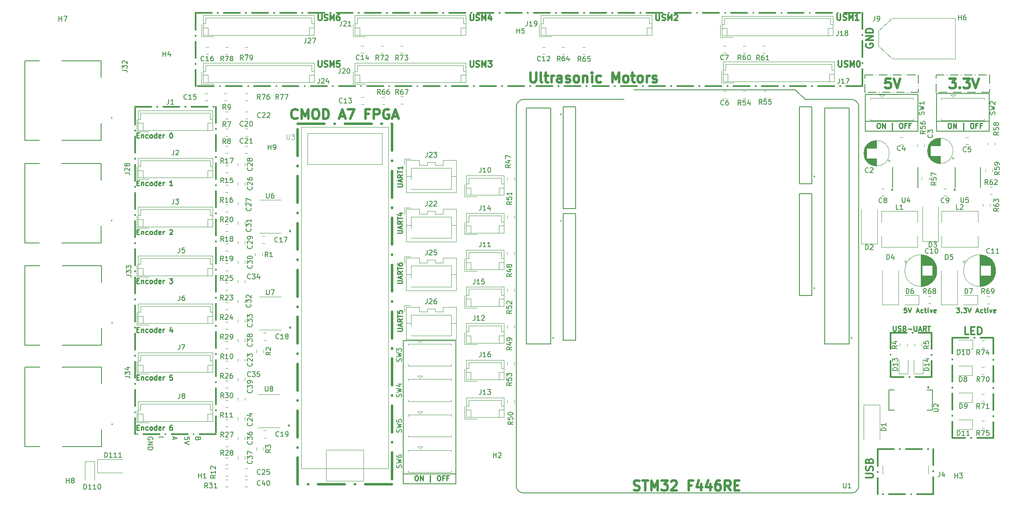
<source format=gbr>
%TF.GenerationSoftware,KiCad,Pcbnew,8.0.5*%
%TF.CreationDate,2024-12-09T22:48:52-08:00*%
%TF.ProjectId,MRIRobot_PCB,4d524952-6f62-46f7-945f-5043422e6b69,rev?*%
%TF.SameCoordinates,Original*%
%TF.FileFunction,Legend,Top*%
%TF.FilePolarity,Positive*%
%FSLAX46Y46*%
G04 Gerber Fmt 4.6, Leading zero omitted, Abs format (unit mm)*
G04 Created by KiCad (PCBNEW 8.0.5) date 2024-12-09 22:48:52*
%MOMM*%
%LPD*%
G01*
G04 APERTURE LIST*
%ADD10C,0.300000*%
%ADD11C,0.150000*%
%ADD12C,0.500000*%
%ADD13C,0.250000*%
%ADD14C,0.375000*%
%ADD15C,0.100000*%
%ADD16C,0.120000*%
%ADD17C,0.127000*%
%ADD18C,0.200000*%
G04 APERTURE END LIST*
D10*
X61375000Y-68250000D02*
X64675000Y-68250000D01*
X65875000Y-68250000D02*
X65935000Y-68250000D01*
X67135000Y-68250000D02*
X70435000Y-68250000D01*
X71635000Y-68250000D02*
X71695000Y-68250000D01*
X72895000Y-68250000D02*
X76195000Y-68250000D01*
X77395000Y-68250000D02*
X77455000Y-68250000D01*
X78655000Y-68250000D02*
X81955000Y-68250000D01*
X83155000Y-68250000D02*
X83215000Y-68250000D01*
X84415000Y-68250000D02*
X87715000Y-68250000D01*
X88915000Y-68250000D02*
X88975000Y-68250000D01*
X90175000Y-68250000D02*
X93475000Y-68250000D01*
X94675000Y-68250000D02*
X94735000Y-68250000D01*
X95935000Y-68250000D02*
X99235000Y-68250000D01*
X100435000Y-68250000D02*
X100495000Y-68250000D01*
X101695000Y-68250000D02*
X104995000Y-68250000D01*
X106195000Y-68250000D02*
X106255000Y-68250000D01*
X107455000Y-68250000D02*
X110755000Y-68250000D01*
X111955000Y-68250000D02*
X112015000Y-68250000D01*
X113215000Y-68250000D02*
X116515000Y-68250000D01*
X117715000Y-68250000D02*
X117775000Y-68250000D01*
X118975000Y-68250000D02*
X122275000Y-68250000D01*
X123475000Y-68250000D02*
X123535000Y-68250000D01*
X124735000Y-68250000D02*
X128035000Y-68250000D01*
X129235000Y-68250000D02*
X129295000Y-68250000D01*
X130495000Y-68250000D02*
X133795000Y-68250000D01*
X134995000Y-68250000D02*
X135055000Y-68250000D01*
X136255000Y-68250000D02*
X139555000Y-68250000D01*
X140755000Y-68250000D02*
X140815000Y-68250000D01*
X142015000Y-68250000D02*
X145315000Y-68250000D01*
X146515000Y-68250000D02*
X146575000Y-68250000D01*
X147775000Y-68250000D02*
X151075000Y-68250000D01*
X152275000Y-68250000D02*
X152335000Y-68250000D01*
X153535000Y-68250000D02*
X156835000Y-68250000D01*
X158035000Y-68250000D02*
X158095000Y-68250000D01*
X159295000Y-68250000D02*
X162595000Y-68250000D01*
X163795000Y-68250000D02*
X163855000Y-68250000D01*
X165055000Y-68250000D02*
X168355000Y-68250000D01*
X169555000Y-68250000D02*
X169615000Y-68250000D01*
X170815000Y-68250000D02*
X174115000Y-68250000D01*
X175315000Y-68250000D02*
X175375000Y-68250000D01*
X176575000Y-68250000D02*
X179875000Y-68250000D01*
X181075000Y-68250000D02*
X181135000Y-68250000D01*
X182335000Y-68250000D02*
X185635000Y-68250000D01*
X186835000Y-68250000D02*
X186895000Y-68250000D01*
X188095000Y-68250000D02*
X191395000Y-68250000D01*
X192595000Y-68250000D02*
X192655000Y-68250000D01*
X193855000Y-68250000D02*
X197155000Y-68250000D01*
X197625000Y-68250000D02*
X197625000Y-71550000D01*
X197625000Y-72750000D02*
X197625000Y-72810000D01*
X197625000Y-74010000D02*
X197625000Y-77310000D01*
X197625000Y-78510000D02*
X197625000Y-78570000D01*
X197625000Y-79770000D02*
X197625000Y-83070000D01*
X197625000Y-83250000D02*
X194325000Y-83250000D01*
X193125000Y-83250000D02*
X193065000Y-83250000D01*
X191865000Y-83250000D02*
X188565000Y-83250000D01*
X187365000Y-83250000D02*
X187305000Y-83250000D01*
X186105000Y-83250000D02*
X182805000Y-83250000D01*
X181605000Y-83250000D02*
X181545000Y-83250000D01*
X180345000Y-83250000D02*
X177045000Y-83250000D01*
X175845000Y-83250000D02*
X175785000Y-83250000D01*
X174585000Y-83250000D02*
X171285000Y-83250000D01*
X170085000Y-83250000D02*
X170025000Y-83250000D01*
X168825000Y-83250000D02*
X165525000Y-83250000D01*
X164325000Y-83250000D02*
X164265000Y-83250000D01*
X163065000Y-83250000D02*
X159765000Y-83250000D01*
X158565000Y-83250000D02*
X158505000Y-83250000D01*
X157305000Y-83250000D02*
X154005000Y-83250000D01*
X152805000Y-83250000D02*
X152745000Y-83250000D01*
X151545000Y-83250000D02*
X148245000Y-83250000D01*
X147045000Y-83250000D02*
X146985000Y-83250000D01*
X145785000Y-83250000D02*
X142485000Y-83250000D01*
X141285000Y-83250000D02*
X141225000Y-83250000D01*
X140025000Y-83250000D02*
X136725000Y-83250000D01*
X135525000Y-83250000D02*
X135465000Y-83250000D01*
X134265000Y-83250000D02*
X130965000Y-83250000D01*
X129765000Y-83250000D02*
X129705000Y-83250000D01*
X128505000Y-83250000D02*
X125205000Y-83250000D01*
X124005000Y-83250000D02*
X123945000Y-83250000D01*
X122745000Y-83250000D02*
X119445000Y-83250000D01*
X118245000Y-83250000D02*
X118185000Y-83250000D01*
X116985000Y-83250000D02*
X113685000Y-83250000D01*
X112485000Y-83250000D02*
X112425000Y-83250000D01*
X111225000Y-83250000D02*
X107925000Y-83250000D01*
X106725000Y-83250000D02*
X106665000Y-83250000D01*
X105465000Y-83250000D02*
X102165000Y-83250000D01*
X100965000Y-83250000D02*
X100905000Y-83250000D01*
X99705000Y-83250000D02*
X96405000Y-83250000D01*
X95205000Y-83250000D02*
X95145000Y-83250000D01*
X93945000Y-83250000D02*
X90645000Y-83250000D01*
X89445000Y-83250000D02*
X89385000Y-83250000D01*
X88185000Y-83250000D02*
X84885000Y-83250000D01*
X83685000Y-83250000D02*
X83625000Y-83250000D01*
X82425000Y-83250000D02*
X79125000Y-83250000D01*
X77925000Y-83250000D02*
X77865000Y-83250000D01*
X76665000Y-83250000D02*
X73365000Y-83250000D01*
X72165000Y-83250000D02*
X72105000Y-83250000D01*
X70905000Y-83250000D02*
X67605000Y-83250000D01*
X66405000Y-83250000D02*
X66345000Y-83250000D01*
X65145000Y-83250000D02*
X61845000Y-83250000D01*
X61375000Y-83250000D02*
X61375000Y-79950000D01*
X61375000Y-78750000D02*
X61375000Y-78690000D01*
X61375000Y-77490000D02*
X61375000Y-74190000D01*
X61375000Y-72990000D02*
X61375000Y-72930000D01*
X61375000Y-71730000D02*
X61375000Y-68430000D01*
D11*
X212675000Y-81000000D02*
X214325000Y-81000000D01*
X214925000Y-81000000D02*
X214955000Y-81000000D01*
X215555000Y-81000000D02*
X217205000Y-81000000D01*
X217805000Y-81000000D02*
X217835000Y-81000000D01*
X218435000Y-81000000D02*
X220085000Y-81000000D01*
X220685000Y-81000000D02*
X220715000Y-81000000D01*
X221315000Y-81000000D02*
X222965000Y-81000000D01*
X223565000Y-81000000D02*
X223575000Y-81000000D01*
X223575000Y-81000000D02*
X223575000Y-82650000D01*
X223575000Y-83250000D02*
X223575000Y-83280000D01*
X223575000Y-83880000D02*
X223575000Y-84500000D01*
X223575000Y-84500000D02*
X221925000Y-84500000D01*
X221325000Y-84500000D02*
X221295000Y-84500000D01*
X220695000Y-84500000D02*
X219045000Y-84500000D01*
X218445000Y-84500000D02*
X218415000Y-84500000D01*
X217815000Y-84500000D02*
X216165000Y-84500000D01*
X215565000Y-84500000D02*
X215535000Y-84500000D01*
X214935000Y-84500000D02*
X213285000Y-84500000D01*
X212685000Y-84500000D02*
X212675000Y-84500000D01*
X212675000Y-84500000D02*
X212675000Y-82850000D01*
X212675000Y-82250000D02*
X212675000Y-82220000D01*
X212675000Y-81620000D02*
X212675000Y-81000000D01*
X198125000Y-81000000D02*
X199775000Y-81000000D01*
X200375000Y-81000000D02*
X200405000Y-81000000D01*
X201005000Y-81000000D02*
X202655000Y-81000000D01*
X203255000Y-81000000D02*
X203285000Y-81000000D01*
X203885000Y-81000000D02*
X205535000Y-81000000D01*
X206135000Y-81000000D02*
X206165000Y-81000000D01*
X206765000Y-81000000D02*
X208415000Y-81000000D01*
X209015000Y-81000000D02*
X209045000Y-81000000D01*
X209075000Y-81000000D02*
X209075000Y-82650000D01*
X209075000Y-83250000D02*
X209075000Y-83280000D01*
X209075000Y-83880000D02*
X209075000Y-84500000D01*
X209075000Y-84500000D02*
X207425000Y-84500000D01*
X206825000Y-84500000D02*
X206795000Y-84500000D01*
X206195000Y-84500000D02*
X204545000Y-84500000D01*
X203945000Y-84500000D02*
X203915000Y-84500000D01*
X203315000Y-84500000D02*
X201665000Y-84500000D01*
X201065000Y-84500000D02*
X201035000Y-84500000D01*
X200435000Y-84500000D02*
X198785000Y-84500000D01*
X198185000Y-84500000D02*
X198155000Y-84500000D01*
X198125000Y-84500000D02*
X198125000Y-82850000D01*
X198125000Y-82250000D02*
X198125000Y-82220000D01*
X198125000Y-81620000D02*
X198125000Y-81000000D01*
D10*
X49000000Y-87500000D02*
X52300000Y-87500000D01*
X53500000Y-87500000D02*
X53560000Y-87500000D01*
X54760000Y-87500000D02*
X58060000Y-87500000D01*
X59260000Y-87500000D02*
X59320000Y-87500000D01*
X60520000Y-87500000D02*
X63820000Y-87500000D01*
X65020000Y-87500000D02*
X65080000Y-87500000D01*
X65500000Y-87500000D02*
X65500000Y-90800000D01*
X65500000Y-92000000D02*
X65500000Y-92060000D01*
X65500000Y-93260000D02*
X65500000Y-96560000D01*
X65500000Y-97760000D02*
X65500000Y-97820000D01*
X65500000Y-99020000D02*
X65500000Y-102320000D01*
X65500000Y-103520000D02*
X65500000Y-103580000D01*
X65500000Y-104780000D02*
X65500000Y-108080000D01*
X65500000Y-109280000D02*
X65500000Y-109340000D01*
X65500000Y-110540000D02*
X65500000Y-113840000D01*
X65500000Y-115040000D02*
X65500000Y-115100000D01*
X65500000Y-116300000D02*
X65500000Y-119600000D01*
X65500000Y-120800000D02*
X65500000Y-120860000D01*
X65500000Y-122060000D02*
X65500000Y-125360000D01*
X65500000Y-126560000D02*
X65500000Y-126620000D01*
X65500000Y-127820000D02*
X65500000Y-131120000D01*
X65500000Y-132320000D02*
X65500000Y-132380000D01*
X65500000Y-133580000D02*
X65500000Y-136880000D01*
X65500000Y-138080000D02*
X65500000Y-138140000D01*
X65500000Y-139340000D02*
X65500000Y-142640000D01*
X65500000Y-143840000D02*
X65500000Y-143900000D01*
X65500000Y-145100000D02*
X65500000Y-148400000D01*
X65500000Y-149600000D02*
X65500000Y-149660000D01*
X65500000Y-150860000D02*
X65500000Y-154160000D01*
X65500000Y-154500000D02*
X62200000Y-154500000D01*
X61000000Y-154500000D02*
X60940000Y-154500000D01*
X59740000Y-154500000D02*
X56440000Y-154500000D01*
X55240000Y-154500000D02*
X55180000Y-154500000D01*
X53980000Y-154500000D02*
X50680000Y-154500000D01*
X49480000Y-154500000D02*
X49420000Y-154500000D01*
X49000000Y-154500000D02*
X49000000Y-151200000D01*
X49000000Y-150000000D02*
X49000000Y-149940000D01*
X49000000Y-148740000D02*
X49000000Y-145440000D01*
X49000000Y-144240000D02*
X49000000Y-144180000D01*
X49000000Y-142980000D02*
X49000000Y-139680000D01*
X49000000Y-138480000D02*
X49000000Y-138420000D01*
X49000000Y-137220000D02*
X49000000Y-133920000D01*
X49000000Y-132720000D02*
X49000000Y-132660000D01*
X49000000Y-131460000D02*
X49000000Y-128160000D01*
X49000000Y-126960000D02*
X49000000Y-126900000D01*
X49000000Y-125700000D02*
X49000000Y-122400000D01*
X49000000Y-121200000D02*
X49000000Y-121140000D01*
X49000000Y-119940000D02*
X49000000Y-116640000D01*
X49000000Y-115440000D02*
X49000000Y-115380000D01*
X49000000Y-114180000D02*
X49000000Y-110880000D01*
X49000000Y-109680000D02*
X49000000Y-109620000D01*
X49000000Y-108420000D02*
X49000000Y-105120000D01*
X49000000Y-103920000D02*
X49000000Y-103860000D01*
X49000000Y-102660000D02*
X49000000Y-99360000D01*
X49000000Y-98160000D02*
X49000000Y-98100000D01*
X49000000Y-96900000D02*
X49000000Y-93600000D01*
X49000000Y-92400000D02*
X49000000Y-92340000D01*
X49000000Y-91140000D02*
X49000000Y-87840000D01*
D11*
X103825000Y-135300000D02*
X114575000Y-135300000D01*
X114575000Y-162600000D01*
X103825000Y-162600000D01*
X103825000Y-135300000D01*
X198250000Y-90500000D02*
X209000000Y-90500000D01*
X209000000Y-92500000D01*
X198250000Y-92500000D01*
X198250000Y-90500000D01*
X212750000Y-90500000D02*
X223500000Y-90500000D01*
X223500000Y-92500000D01*
X212750000Y-92500000D01*
X212750000Y-90500000D01*
X212750000Y-84750000D02*
X223500000Y-84750000D01*
X223500000Y-90500000D01*
X212750000Y-90500000D01*
X212750000Y-84750000D01*
D10*
X200750000Y-157500000D02*
X204050000Y-157500000D01*
X205250000Y-157500000D02*
X205310000Y-157500000D01*
X206510000Y-157500000D02*
X209810000Y-157500000D01*
X211010000Y-157500000D02*
X211070000Y-157500000D01*
X212125000Y-157500000D02*
X212125000Y-160800000D01*
X212125000Y-162000000D02*
X212125000Y-162060000D01*
X212125000Y-163260000D02*
X212125000Y-166560000D01*
X212125000Y-166750000D02*
X208825000Y-166750000D01*
X207625000Y-166750000D02*
X207565000Y-166750000D01*
X206365000Y-166750000D02*
X203065000Y-166750000D01*
X201865000Y-166750000D02*
X201805000Y-166750000D01*
X200750000Y-166750000D02*
X200750000Y-163450000D01*
X200750000Y-162250000D02*
X200750000Y-162190000D01*
X200750000Y-160990000D02*
X200750000Y-157690000D01*
X215975000Y-134750000D02*
X219275000Y-134750000D01*
X220475000Y-134750000D02*
X220535000Y-134750000D01*
X221735000Y-134750000D02*
X224350000Y-134750000D01*
X224350000Y-134750000D02*
X224350000Y-138050000D01*
X224350000Y-139250000D02*
X224350000Y-139310000D01*
X224350000Y-140510000D02*
X224350000Y-143810000D01*
X224350000Y-145010000D02*
X224350000Y-145070000D01*
X224350000Y-146270000D02*
X224350000Y-149570000D01*
X224350000Y-150770000D02*
X224350000Y-150830000D01*
X224350000Y-152030000D02*
X224350000Y-155250000D01*
X224350000Y-155250000D02*
X221050000Y-155250000D01*
X219850000Y-155250000D02*
X219790000Y-155250000D01*
X218590000Y-155250000D02*
X215975000Y-155250000D01*
X215975000Y-155250000D02*
X215975000Y-151950000D01*
X215975000Y-150750000D02*
X215975000Y-150690000D01*
X215975000Y-149490000D02*
X215975000Y-146190000D01*
X215975000Y-144990000D02*
X215975000Y-144930000D01*
X215975000Y-143730000D02*
X215975000Y-140430000D01*
X215975000Y-139230000D02*
X215975000Y-139170000D01*
X215975000Y-137970000D02*
X215975000Y-134750000D01*
D12*
X82250000Y-91000000D02*
X87750000Y-91000000D01*
X89750000Y-91000000D02*
X89850000Y-91000000D01*
X91850000Y-91000000D02*
X97350000Y-91000000D01*
X99350000Y-91000000D02*
X99450000Y-91000000D01*
X101450000Y-91000000D02*
X101500000Y-91000000D01*
X101500000Y-91000000D02*
X101500000Y-96500000D01*
X101500000Y-98500000D02*
X101500000Y-98600000D01*
X101500000Y-100600000D02*
X101500000Y-106100000D01*
X101500000Y-108100000D02*
X101500000Y-108200000D01*
X101500000Y-110200000D02*
X101500000Y-115700000D01*
X101500000Y-117700000D02*
X101500000Y-117800000D01*
X101500000Y-119800000D02*
X101500000Y-125300000D01*
X101500000Y-127300000D02*
X101500000Y-127400000D01*
X101500000Y-129400000D02*
X101500000Y-134900000D01*
X101500000Y-136900000D02*
X101500000Y-137000000D01*
X101500000Y-139000000D02*
X101500000Y-144500000D01*
X101500000Y-146500000D02*
X101500000Y-146600000D01*
X101500000Y-148600000D02*
X101500000Y-154100000D01*
X101500000Y-156100000D02*
X101500000Y-156200000D01*
X101500000Y-158200000D02*
X101500000Y-163700000D01*
X101500000Y-164750000D02*
X96000000Y-164750000D01*
X94000000Y-164750000D02*
X93900000Y-164750000D01*
X91900000Y-164750000D02*
X86400000Y-164750000D01*
X84400000Y-164750000D02*
X84300000Y-164750000D01*
X82300000Y-164750000D02*
X82250000Y-164750000D01*
X82250000Y-164750000D02*
X82250000Y-159250000D01*
X82250000Y-157250000D02*
X82250000Y-157150000D01*
X82250000Y-155150000D02*
X82250000Y-149650000D01*
X82250000Y-147650000D02*
X82250000Y-147550000D01*
X82250000Y-145550000D02*
X82250000Y-140050000D01*
X82250000Y-138050000D02*
X82250000Y-137950000D01*
X82250000Y-135950000D02*
X82250000Y-130450000D01*
X82250000Y-128450000D02*
X82250000Y-128350000D01*
X82250000Y-126350000D02*
X82250000Y-120850000D01*
X82250000Y-118850000D02*
X82250000Y-118750000D01*
X82250000Y-116750000D02*
X82250000Y-111250000D01*
X82250000Y-109250000D02*
X82250000Y-109150000D01*
X82250000Y-107150000D02*
X82250000Y-101650000D01*
X82250000Y-99650000D02*
X82250000Y-99550000D01*
X82250000Y-97550000D02*
X82250000Y-92050000D01*
D11*
X103825000Y-162600000D02*
X114575000Y-162600000D01*
X114575000Y-164600000D01*
X103825000Y-164600000D01*
X103825000Y-162600000D01*
X198250000Y-85000000D02*
X209000000Y-85000000D01*
X209000000Y-90500000D01*
X198250000Y-90500000D01*
X198250000Y-85000000D01*
D10*
X203375000Y-133750000D02*
X206675000Y-133750000D01*
X207875000Y-133750000D02*
X207935000Y-133750000D01*
X209135000Y-133750000D02*
X211750000Y-133750000D01*
X211750000Y-133750000D02*
X211750000Y-137050000D01*
X211750000Y-138250000D02*
X211750000Y-138310000D01*
X211750000Y-139510000D02*
X211750000Y-142750000D01*
X211750000Y-142750000D02*
X208450000Y-142750000D01*
X207250000Y-142750000D02*
X207190000Y-142750000D01*
X205990000Y-142750000D02*
X203375000Y-142750000D01*
X203375000Y-142750000D02*
X203375000Y-139450000D01*
X203375000Y-138250000D02*
X203375000Y-138190000D01*
X203375000Y-136990000D02*
X203375000Y-133750000D01*
X155483082Y-68637542D02*
X155483082Y-69608971D01*
X155483082Y-69608971D02*
X155540225Y-69723257D01*
X155540225Y-69723257D02*
X155597368Y-69780400D01*
X155597368Y-69780400D02*
X155711653Y-69837542D01*
X155711653Y-69837542D02*
X155940225Y-69837542D01*
X155940225Y-69837542D02*
X156054510Y-69780400D01*
X156054510Y-69780400D02*
X156111653Y-69723257D01*
X156111653Y-69723257D02*
X156168796Y-69608971D01*
X156168796Y-69608971D02*
X156168796Y-68637542D01*
X156683082Y-69780400D02*
X156854511Y-69837542D01*
X156854511Y-69837542D02*
X157140225Y-69837542D01*
X157140225Y-69837542D02*
X157254511Y-69780400D01*
X157254511Y-69780400D02*
X157311653Y-69723257D01*
X157311653Y-69723257D02*
X157368796Y-69608971D01*
X157368796Y-69608971D02*
X157368796Y-69494685D01*
X157368796Y-69494685D02*
X157311653Y-69380400D01*
X157311653Y-69380400D02*
X157254511Y-69323257D01*
X157254511Y-69323257D02*
X157140225Y-69266114D01*
X157140225Y-69266114D02*
X156911653Y-69208971D01*
X156911653Y-69208971D02*
X156797368Y-69151828D01*
X156797368Y-69151828D02*
X156740225Y-69094685D01*
X156740225Y-69094685D02*
X156683082Y-68980400D01*
X156683082Y-68980400D02*
X156683082Y-68866114D01*
X156683082Y-68866114D02*
X156740225Y-68751828D01*
X156740225Y-68751828D02*
X156797368Y-68694685D01*
X156797368Y-68694685D02*
X156911653Y-68637542D01*
X156911653Y-68637542D02*
X157197368Y-68637542D01*
X157197368Y-68637542D02*
X157368796Y-68694685D01*
X157883082Y-69837542D02*
X157883082Y-68637542D01*
X157883082Y-68637542D02*
X158283082Y-69494685D01*
X158283082Y-69494685D02*
X158683082Y-68637542D01*
X158683082Y-68637542D02*
X158683082Y-69837542D01*
X159197368Y-68751828D02*
X159254511Y-68694685D01*
X159254511Y-68694685D02*
X159368797Y-68637542D01*
X159368797Y-68637542D02*
X159654511Y-68637542D01*
X159654511Y-68637542D02*
X159768797Y-68694685D01*
X159768797Y-68694685D02*
X159825939Y-68751828D01*
X159825939Y-68751828D02*
X159883082Y-68866114D01*
X159883082Y-68866114D02*
X159883082Y-68980400D01*
X159883082Y-68980400D02*
X159825939Y-69151828D01*
X159825939Y-69151828D02*
X159140225Y-69837542D01*
X159140225Y-69837542D02*
X159883082Y-69837542D01*
D11*
X60130180Y-155562969D02*
X60130180Y-155086779D01*
X60130180Y-155086779D02*
X59653990Y-155039160D01*
X59653990Y-155039160D02*
X59701609Y-155086779D01*
X59701609Y-155086779D02*
X59749228Y-155182017D01*
X59749228Y-155182017D02*
X59749228Y-155420112D01*
X59749228Y-155420112D02*
X59701609Y-155515350D01*
X59701609Y-155515350D02*
X59653990Y-155562969D01*
X59653990Y-155562969D02*
X59558752Y-155610588D01*
X59558752Y-155610588D02*
X59320657Y-155610588D01*
X59320657Y-155610588D02*
X59225419Y-155562969D01*
X59225419Y-155562969D02*
X59177800Y-155515350D01*
X59177800Y-155515350D02*
X59130180Y-155420112D01*
X59130180Y-155420112D02*
X59130180Y-155182017D01*
X59130180Y-155182017D02*
X59177800Y-155086779D01*
X59177800Y-155086779D02*
X59225419Y-155039160D01*
X60130180Y-155896303D02*
X59130180Y-156229636D01*
X59130180Y-156229636D02*
X60130180Y-156562969D01*
D10*
X86483082Y-78137542D02*
X86483082Y-79108971D01*
X86483082Y-79108971D02*
X86540225Y-79223257D01*
X86540225Y-79223257D02*
X86597368Y-79280400D01*
X86597368Y-79280400D02*
X86711653Y-79337542D01*
X86711653Y-79337542D02*
X86940225Y-79337542D01*
X86940225Y-79337542D02*
X87054510Y-79280400D01*
X87054510Y-79280400D02*
X87111653Y-79223257D01*
X87111653Y-79223257D02*
X87168796Y-79108971D01*
X87168796Y-79108971D02*
X87168796Y-78137542D01*
X87683082Y-79280400D02*
X87854511Y-79337542D01*
X87854511Y-79337542D02*
X88140225Y-79337542D01*
X88140225Y-79337542D02*
X88254511Y-79280400D01*
X88254511Y-79280400D02*
X88311653Y-79223257D01*
X88311653Y-79223257D02*
X88368796Y-79108971D01*
X88368796Y-79108971D02*
X88368796Y-78994685D01*
X88368796Y-78994685D02*
X88311653Y-78880400D01*
X88311653Y-78880400D02*
X88254511Y-78823257D01*
X88254511Y-78823257D02*
X88140225Y-78766114D01*
X88140225Y-78766114D02*
X87911653Y-78708971D01*
X87911653Y-78708971D02*
X87797368Y-78651828D01*
X87797368Y-78651828D02*
X87740225Y-78594685D01*
X87740225Y-78594685D02*
X87683082Y-78480400D01*
X87683082Y-78480400D02*
X87683082Y-78366114D01*
X87683082Y-78366114D02*
X87740225Y-78251828D01*
X87740225Y-78251828D02*
X87797368Y-78194685D01*
X87797368Y-78194685D02*
X87911653Y-78137542D01*
X87911653Y-78137542D02*
X88197368Y-78137542D01*
X88197368Y-78137542D02*
X88368796Y-78194685D01*
X88883082Y-79337542D02*
X88883082Y-78137542D01*
X88883082Y-78137542D02*
X89283082Y-78994685D01*
X89283082Y-78994685D02*
X89683082Y-78137542D01*
X89683082Y-78137542D02*
X89683082Y-79337542D01*
X90825939Y-78137542D02*
X90254511Y-78137542D01*
X90254511Y-78137542D02*
X90197368Y-78708971D01*
X90197368Y-78708971D02*
X90254511Y-78651828D01*
X90254511Y-78651828D02*
X90368797Y-78594685D01*
X90368797Y-78594685D02*
X90654511Y-78594685D01*
X90654511Y-78594685D02*
X90768797Y-78651828D01*
X90768797Y-78651828D02*
X90825939Y-78708971D01*
X90825939Y-78708971D02*
X90883082Y-78823257D01*
X90883082Y-78823257D02*
X90883082Y-79108971D01*
X90883082Y-79108971D02*
X90825939Y-79223257D01*
X90825939Y-79223257D02*
X90768797Y-79280400D01*
X90768797Y-79280400D02*
X90654511Y-79337542D01*
X90654511Y-79337542D02*
X90368797Y-79337542D01*
X90368797Y-79337542D02*
X90254511Y-79280400D01*
X90254511Y-79280400D02*
X90197368Y-79223257D01*
X192733082Y-78137542D02*
X192733082Y-79108971D01*
X192733082Y-79108971D02*
X192790225Y-79223257D01*
X192790225Y-79223257D02*
X192847368Y-79280400D01*
X192847368Y-79280400D02*
X192961653Y-79337542D01*
X192961653Y-79337542D02*
X193190225Y-79337542D01*
X193190225Y-79337542D02*
X193304510Y-79280400D01*
X193304510Y-79280400D02*
X193361653Y-79223257D01*
X193361653Y-79223257D02*
X193418796Y-79108971D01*
X193418796Y-79108971D02*
X193418796Y-78137542D01*
X193933082Y-79280400D02*
X194104511Y-79337542D01*
X194104511Y-79337542D02*
X194390225Y-79337542D01*
X194390225Y-79337542D02*
X194504511Y-79280400D01*
X194504511Y-79280400D02*
X194561653Y-79223257D01*
X194561653Y-79223257D02*
X194618796Y-79108971D01*
X194618796Y-79108971D02*
X194618796Y-78994685D01*
X194618796Y-78994685D02*
X194561653Y-78880400D01*
X194561653Y-78880400D02*
X194504511Y-78823257D01*
X194504511Y-78823257D02*
X194390225Y-78766114D01*
X194390225Y-78766114D02*
X194161653Y-78708971D01*
X194161653Y-78708971D02*
X194047368Y-78651828D01*
X194047368Y-78651828D02*
X193990225Y-78594685D01*
X193990225Y-78594685D02*
X193933082Y-78480400D01*
X193933082Y-78480400D02*
X193933082Y-78366114D01*
X193933082Y-78366114D02*
X193990225Y-78251828D01*
X193990225Y-78251828D02*
X194047368Y-78194685D01*
X194047368Y-78194685D02*
X194161653Y-78137542D01*
X194161653Y-78137542D02*
X194447368Y-78137542D01*
X194447368Y-78137542D02*
X194618796Y-78194685D01*
X195133082Y-79337542D02*
X195133082Y-78137542D01*
X195133082Y-78137542D02*
X195533082Y-78994685D01*
X195533082Y-78994685D02*
X195933082Y-78137542D01*
X195933082Y-78137542D02*
X195933082Y-79337542D01*
X196733082Y-78137542D02*
X196847368Y-78137542D01*
X196847368Y-78137542D02*
X196961654Y-78194685D01*
X196961654Y-78194685D02*
X197018797Y-78251828D01*
X197018797Y-78251828D02*
X197075939Y-78366114D01*
X197075939Y-78366114D02*
X197133082Y-78594685D01*
X197133082Y-78594685D02*
X197133082Y-78880400D01*
X197133082Y-78880400D02*
X197075939Y-79108971D01*
X197075939Y-79108971D02*
X197018797Y-79223257D01*
X197018797Y-79223257D02*
X196961654Y-79280400D01*
X196961654Y-79280400D02*
X196847368Y-79337542D01*
X196847368Y-79337542D02*
X196733082Y-79337542D01*
X196733082Y-79337542D02*
X196618797Y-79280400D01*
X196618797Y-79280400D02*
X196561654Y-79223257D01*
X196561654Y-79223257D02*
X196504511Y-79108971D01*
X196504511Y-79108971D02*
X196447368Y-78880400D01*
X196447368Y-78880400D02*
X196447368Y-78594685D01*
X196447368Y-78594685D02*
X196504511Y-78366114D01*
X196504511Y-78366114D02*
X196561654Y-78251828D01*
X196561654Y-78251828D02*
X196618797Y-78194685D01*
X196618797Y-78194685D02*
X196733082Y-78137542D01*
D13*
X206628758Y-128614619D02*
X206152568Y-128614619D01*
X206152568Y-128614619D02*
X206104949Y-129090809D01*
X206104949Y-129090809D02*
X206152568Y-129043190D01*
X206152568Y-129043190D02*
X206247806Y-128995571D01*
X206247806Y-128995571D02*
X206485901Y-128995571D01*
X206485901Y-128995571D02*
X206581139Y-129043190D01*
X206581139Y-129043190D02*
X206628758Y-129090809D01*
X206628758Y-129090809D02*
X206676377Y-129186047D01*
X206676377Y-129186047D02*
X206676377Y-129424142D01*
X206676377Y-129424142D02*
X206628758Y-129519380D01*
X206628758Y-129519380D02*
X206581139Y-129567000D01*
X206581139Y-129567000D02*
X206485901Y-129614619D01*
X206485901Y-129614619D02*
X206247806Y-129614619D01*
X206247806Y-129614619D02*
X206152568Y-129567000D01*
X206152568Y-129567000D02*
X206104949Y-129519380D01*
X206962092Y-128614619D02*
X207295425Y-129614619D01*
X207295425Y-129614619D02*
X207628758Y-128614619D01*
X208676378Y-129328904D02*
X209152568Y-129328904D01*
X208581140Y-129614619D02*
X208914473Y-128614619D01*
X208914473Y-128614619D02*
X209247806Y-129614619D01*
X210009711Y-129567000D02*
X209914473Y-129614619D01*
X209914473Y-129614619D02*
X209723997Y-129614619D01*
X209723997Y-129614619D02*
X209628759Y-129567000D01*
X209628759Y-129567000D02*
X209581140Y-129519380D01*
X209581140Y-129519380D02*
X209533521Y-129424142D01*
X209533521Y-129424142D02*
X209533521Y-129138428D01*
X209533521Y-129138428D02*
X209581140Y-129043190D01*
X209581140Y-129043190D02*
X209628759Y-128995571D01*
X209628759Y-128995571D02*
X209723997Y-128947952D01*
X209723997Y-128947952D02*
X209914473Y-128947952D01*
X209914473Y-128947952D02*
X210009711Y-128995571D01*
X210295426Y-128947952D02*
X210676378Y-128947952D01*
X210438283Y-128614619D02*
X210438283Y-129471761D01*
X210438283Y-129471761D02*
X210485902Y-129567000D01*
X210485902Y-129567000D02*
X210581140Y-129614619D01*
X210581140Y-129614619D02*
X210676378Y-129614619D01*
X211009712Y-129614619D02*
X211009712Y-128947952D01*
X211009712Y-128614619D02*
X210962093Y-128662238D01*
X210962093Y-128662238D02*
X211009712Y-128709857D01*
X211009712Y-128709857D02*
X211057331Y-128662238D01*
X211057331Y-128662238D02*
X211009712Y-128614619D01*
X211009712Y-128614619D02*
X211009712Y-128709857D01*
X211390664Y-128947952D02*
X211628759Y-129614619D01*
X211628759Y-129614619D02*
X211866854Y-128947952D01*
X212628759Y-129567000D02*
X212533521Y-129614619D01*
X212533521Y-129614619D02*
X212343045Y-129614619D01*
X212343045Y-129614619D02*
X212247807Y-129567000D01*
X212247807Y-129567000D02*
X212200188Y-129471761D01*
X212200188Y-129471761D02*
X212200188Y-129090809D01*
X212200188Y-129090809D02*
X212247807Y-128995571D01*
X212247807Y-128995571D02*
X212343045Y-128947952D01*
X212343045Y-128947952D02*
X212533521Y-128947952D01*
X212533521Y-128947952D02*
X212628759Y-128995571D01*
X212628759Y-128995571D02*
X212676378Y-129090809D01*
X212676378Y-129090809D02*
X212676378Y-129186047D01*
X212676378Y-129186047D02*
X212200188Y-129281285D01*
D14*
X198296928Y-163396147D02*
X199511214Y-163396147D01*
X199511214Y-163396147D02*
X199654071Y-163324718D01*
X199654071Y-163324718D02*
X199725500Y-163253290D01*
X199725500Y-163253290D02*
X199796928Y-163110432D01*
X199796928Y-163110432D02*
X199796928Y-162824718D01*
X199796928Y-162824718D02*
X199725500Y-162681861D01*
X199725500Y-162681861D02*
X199654071Y-162610432D01*
X199654071Y-162610432D02*
X199511214Y-162539004D01*
X199511214Y-162539004D02*
X198296928Y-162539004D01*
X199725500Y-161896146D02*
X199796928Y-161681861D01*
X199796928Y-161681861D02*
X199796928Y-161324718D01*
X199796928Y-161324718D02*
X199725500Y-161181861D01*
X199725500Y-161181861D02*
X199654071Y-161110432D01*
X199654071Y-161110432D02*
X199511214Y-161039003D01*
X199511214Y-161039003D02*
X199368357Y-161039003D01*
X199368357Y-161039003D02*
X199225500Y-161110432D01*
X199225500Y-161110432D02*
X199154071Y-161181861D01*
X199154071Y-161181861D02*
X199082642Y-161324718D01*
X199082642Y-161324718D02*
X199011214Y-161610432D01*
X199011214Y-161610432D02*
X198939785Y-161753289D01*
X198939785Y-161753289D02*
X198868357Y-161824718D01*
X198868357Y-161824718D02*
X198725500Y-161896146D01*
X198725500Y-161896146D02*
X198582642Y-161896146D01*
X198582642Y-161896146D02*
X198439785Y-161824718D01*
X198439785Y-161824718D02*
X198368357Y-161753289D01*
X198368357Y-161753289D02*
X198296928Y-161610432D01*
X198296928Y-161610432D02*
X198296928Y-161253289D01*
X198296928Y-161253289D02*
X198368357Y-161039003D01*
X199011214Y-159896147D02*
X199082642Y-159681861D01*
X199082642Y-159681861D02*
X199154071Y-159610432D01*
X199154071Y-159610432D02*
X199296928Y-159539004D01*
X199296928Y-159539004D02*
X199511214Y-159539004D01*
X199511214Y-159539004D02*
X199654071Y-159610432D01*
X199654071Y-159610432D02*
X199725500Y-159681861D01*
X199725500Y-159681861D02*
X199796928Y-159824718D01*
X199796928Y-159824718D02*
X199796928Y-160396147D01*
X199796928Y-160396147D02*
X198296928Y-160396147D01*
X198296928Y-160396147D02*
X198296928Y-159896147D01*
X198296928Y-159896147D02*
X198368357Y-159753290D01*
X198368357Y-159753290D02*
X198439785Y-159681861D01*
X198439785Y-159681861D02*
X198582642Y-159610432D01*
X198582642Y-159610432D02*
X198725500Y-159610432D01*
X198725500Y-159610432D02*
X198868357Y-159681861D01*
X198868357Y-159681861D02*
X198939785Y-159753290D01*
X198939785Y-159753290D02*
X199011214Y-159896147D01*
X199011214Y-159896147D02*
X199011214Y-160396147D01*
D13*
X200843044Y-90864619D02*
X201033520Y-90864619D01*
X201033520Y-90864619D02*
X201128758Y-90912238D01*
X201128758Y-90912238D02*
X201223996Y-91007476D01*
X201223996Y-91007476D02*
X201271615Y-91197952D01*
X201271615Y-91197952D02*
X201271615Y-91531285D01*
X201271615Y-91531285D02*
X201223996Y-91721761D01*
X201223996Y-91721761D02*
X201128758Y-91817000D01*
X201128758Y-91817000D02*
X201033520Y-91864619D01*
X201033520Y-91864619D02*
X200843044Y-91864619D01*
X200843044Y-91864619D02*
X200747806Y-91817000D01*
X200747806Y-91817000D02*
X200652568Y-91721761D01*
X200652568Y-91721761D02*
X200604949Y-91531285D01*
X200604949Y-91531285D02*
X200604949Y-91197952D01*
X200604949Y-91197952D02*
X200652568Y-91007476D01*
X200652568Y-91007476D02*
X200747806Y-90912238D01*
X200747806Y-90912238D02*
X200843044Y-90864619D01*
X201700187Y-91864619D02*
X201700187Y-90864619D01*
X201700187Y-90864619D02*
X202271615Y-91864619D01*
X202271615Y-91864619D02*
X202271615Y-90864619D01*
X203747806Y-92197952D02*
X203747806Y-90769380D01*
X205414473Y-90864619D02*
X205604949Y-90864619D01*
X205604949Y-90864619D02*
X205700187Y-90912238D01*
X205700187Y-90912238D02*
X205795425Y-91007476D01*
X205795425Y-91007476D02*
X205843044Y-91197952D01*
X205843044Y-91197952D02*
X205843044Y-91531285D01*
X205843044Y-91531285D02*
X205795425Y-91721761D01*
X205795425Y-91721761D02*
X205700187Y-91817000D01*
X205700187Y-91817000D02*
X205604949Y-91864619D01*
X205604949Y-91864619D02*
X205414473Y-91864619D01*
X205414473Y-91864619D02*
X205319235Y-91817000D01*
X205319235Y-91817000D02*
X205223997Y-91721761D01*
X205223997Y-91721761D02*
X205176378Y-91531285D01*
X205176378Y-91531285D02*
X205176378Y-91197952D01*
X205176378Y-91197952D02*
X205223997Y-91007476D01*
X205223997Y-91007476D02*
X205319235Y-90912238D01*
X205319235Y-90912238D02*
X205414473Y-90864619D01*
X206604949Y-91340809D02*
X206271616Y-91340809D01*
X206271616Y-91864619D02*
X206271616Y-90864619D01*
X206271616Y-90864619D02*
X206747806Y-90864619D01*
X207462092Y-91340809D02*
X207128759Y-91340809D01*
X207128759Y-91864619D02*
X207128759Y-90864619D01*
X207128759Y-90864619D02*
X207604949Y-90864619D01*
X216807330Y-128614619D02*
X217426377Y-128614619D01*
X217426377Y-128614619D02*
X217093044Y-128995571D01*
X217093044Y-128995571D02*
X217235901Y-128995571D01*
X217235901Y-128995571D02*
X217331139Y-129043190D01*
X217331139Y-129043190D02*
X217378758Y-129090809D01*
X217378758Y-129090809D02*
X217426377Y-129186047D01*
X217426377Y-129186047D02*
X217426377Y-129424142D01*
X217426377Y-129424142D02*
X217378758Y-129519380D01*
X217378758Y-129519380D02*
X217331139Y-129567000D01*
X217331139Y-129567000D02*
X217235901Y-129614619D01*
X217235901Y-129614619D02*
X216950187Y-129614619D01*
X216950187Y-129614619D02*
X216854949Y-129567000D01*
X216854949Y-129567000D02*
X216807330Y-129519380D01*
X217854949Y-129519380D02*
X217902568Y-129567000D01*
X217902568Y-129567000D02*
X217854949Y-129614619D01*
X217854949Y-129614619D02*
X217807330Y-129567000D01*
X217807330Y-129567000D02*
X217854949Y-129519380D01*
X217854949Y-129519380D02*
X217854949Y-129614619D01*
X218235901Y-128614619D02*
X218854948Y-128614619D01*
X218854948Y-128614619D02*
X218521615Y-128995571D01*
X218521615Y-128995571D02*
X218664472Y-128995571D01*
X218664472Y-128995571D02*
X218759710Y-129043190D01*
X218759710Y-129043190D02*
X218807329Y-129090809D01*
X218807329Y-129090809D02*
X218854948Y-129186047D01*
X218854948Y-129186047D02*
X218854948Y-129424142D01*
X218854948Y-129424142D02*
X218807329Y-129519380D01*
X218807329Y-129519380D02*
X218759710Y-129567000D01*
X218759710Y-129567000D02*
X218664472Y-129614619D01*
X218664472Y-129614619D02*
X218378758Y-129614619D01*
X218378758Y-129614619D02*
X218283520Y-129567000D01*
X218283520Y-129567000D02*
X218235901Y-129519380D01*
X219140663Y-128614619D02*
X219473996Y-129614619D01*
X219473996Y-129614619D02*
X219807329Y-128614619D01*
X220854949Y-129328904D02*
X221331139Y-129328904D01*
X220759711Y-129614619D02*
X221093044Y-128614619D01*
X221093044Y-128614619D02*
X221426377Y-129614619D01*
X222188282Y-129567000D02*
X222093044Y-129614619D01*
X222093044Y-129614619D02*
X221902568Y-129614619D01*
X221902568Y-129614619D02*
X221807330Y-129567000D01*
X221807330Y-129567000D02*
X221759711Y-129519380D01*
X221759711Y-129519380D02*
X221712092Y-129424142D01*
X221712092Y-129424142D02*
X221712092Y-129138428D01*
X221712092Y-129138428D02*
X221759711Y-129043190D01*
X221759711Y-129043190D02*
X221807330Y-128995571D01*
X221807330Y-128995571D02*
X221902568Y-128947952D01*
X221902568Y-128947952D02*
X222093044Y-128947952D01*
X222093044Y-128947952D02*
X222188282Y-128995571D01*
X222473997Y-128947952D02*
X222854949Y-128947952D01*
X222616854Y-128614619D02*
X222616854Y-129471761D01*
X222616854Y-129471761D02*
X222664473Y-129567000D01*
X222664473Y-129567000D02*
X222759711Y-129614619D01*
X222759711Y-129614619D02*
X222854949Y-129614619D01*
X223188283Y-129614619D02*
X223188283Y-128947952D01*
X223188283Y-128614619D02*
X223140664Y-128662238D01*
X223140664Y-128662238D02*
X223188283Y-128709857D01*
X223188283Y-128709857D02*
X223235902Y-128662238D01*
X223235902Y-128662238D02*
X223188283Y-128614619D01*
X223188283Y-128614619D02*
X223188283Y-128709857D01*
X223569235Y-128947952D02*
X223807330Y-129614619D01*
X223807330Y-129614619D02*
X224045425Y-128947952D01*
X224807330Y-129567000D02*
X224712092Y-129614619D01*
X224712092Y-129614619D02*
X224521616Y-129614619D01*
X224521616Y-129614619D02*
X224426378Y-129567000D01*
X224426378Y-129567000D02*
X224378759Y-129471761D01*
X224378759Y-129471761D02*
X224378759Y-129090809D01*
X224378759Y-129090809D02*
X224426378Y-128995571D01*
X224426378Y-128995571D02*
X224521616Y-128947952D01*
X224521616Y-128947952D02*
X224712092Y-128947952D01*
X224712092Y-128947952D02*
X224807330Y-128995571D01*
X224807330Y-128995571D02*
X224854949Y-129090809D01*
X224854949Y-129090809D02*
X224854949Y-129186047D01*
X224854949Y-129186047D02*
X224378759Y-129281285D01*
X215343044Y-90864619D02*
X215533520Y-90864619D01*
X215533520Y-90864619D02*
X215628758Y-90912238D01*
X215628758Y-90912238D02*
X215723996Y-91007476D01*
X215723996Y-91007476D02*
X215771615Y-91197952D01*
X215771615Y-91197952D02*
X215771615Y-91531285D01*
X215771615Y-91531285D02*
X215723996Y-91721761D01*
X215723996Y-91721761D02*
X215628758Y-91817000D01*
X215628758Y-91817000D02*
X215533520Y-91864619D01*
X215533520Y-91864619D02*
X215343044Y-91864619D01*
X215343044Y-91864619D02*
X215247806Y-91817000D01*
X215247806Y-91817000D02*
X215152568Y-91721761D01*
X215152568Y-91721761D02*
X215104949Y-91531285D01*
X215104949Y-91531285D02*
X215104949Y-91197952D01*
X215104949Y-91197952D02*
X215152568Y-91007476D01*
X215152568Y-91007476D02*
X215247806Y-90912238D01*
X215247806Y-90912238D02*
X215343044Y-90864619D01*
X216200187Y-91864619D02*
X216200187Y-90864619D01*
X216200187Y-90864619D02*
X216771615Y-91864619D01*
X216771615Y-91864619D02*
X216771615Y-90864619D01*
X218247806Y-92197952D02*
X218247806Y-90769380D01*
X219914473Y-90864619D02*
X220104949Y-90864619D01*
X220104949Y-90864619D02*
X220200187Y-90912238D01*
X220200187Y-90912238D02*
X220295425Y-91007476D01*
X220295425Y-91007476D02*
X220343044Y-91197952D01*
X220343044Y-91197952D02*
X220343044Y-91531285D01*
X220343044Y-91531285D02*
X220295425Y-91721761D01*
X220295425Y-91721761D02*
X220200187Y-91817000D01*
X220200187Y-91817000D02*
X220104949Y-91864619D01*
X220104949Y-91864619D02*
X219914473Y-91864619D01*
X219914473Y-91864619D02*
X219819235Y-91817000D01*
X219819235Y-91817000D02*
X219723997Y-91721761D01*
X219723997Y-91721761D02*
X219676378Y-91531285D01*
X219676378Y-91531285D02*
X219676378Y-91197952D01*
X219676378Y-91197952D02*
X219723997Y-91007476D01*
X219723997Y-91007476D02*
X219819235Y-90912238D01*
X219819235Y-90912238D02*
X219914473Y-90864619D01*
X221104949Y-91340809D02*
X220771616Y-91340809D01*
X220771616Y-91864619D02*
X220771616Y-90864619D01*
X220771616Y-90864619D02*
X221247806Y-90864619D01*
X221962092Y-91340809D02*
X221628759Y-91340809D01*
X221628759Y-91864619D02*
X221628759Y-90864619D01*
X221628759Y-90864619D02*
X222104949Y-90864619D01*
X49402568Y-133090809D02*
X49735901Y-133090809D01*
X49878758Y-133614619D02*
X49402568Y-133614619D01*
X49402568Y-133614619D02*
X49402568Y-132614619D01*
X49402568Y-132614619D02*
X49878758Y-132614619D01*
X50307330Y-132947952D02*
X50307330Y-133614619D01*
X50307330Y-133043190D02*
X50354949Y-132995571D01*
X50354949Y-132995571D02*
X50450187Y-132947952D01*
X50450187Y-132947952D02*
X50593044Y-132947952D01*
X50593044Y-132947952D02*
X50688282Y-132995571D01*
X50688282Y-132995571D02*
X50735901Y-133090809D01*
X50735901Y-133090809D02*
X50735901Y-133614619D01*
X51640663Y-133567000D02*
X51545425Y-133614619D01*
X51545425Y-133614619D02*
X51354949Y-133614619D01*
X51354949Y-133614619D02*
X51259711Y-133567000D01*
X51259711Y-133567000D02*
X51212092Y-133519380D01*
X51212092Y-133519380D02*
X51164473Y-133424142D01*
X51164473Y-133424142D02*
X51164473Y-133138428D01*
X51164473Y-133138428D02*
X51212092Y-133043190D01*
X51212092Y-133043190D02*
X51259711Y-132995571D01*
X51259711Y-132995571D02*
X51354949Y-132947952D01*
X51354949Y-132947952D02*
X51545425Y-132947952D01*
X51545425Y-132947952D02*
X51640663Y-132995571D01*
X52212092Y-133614619D02*
X52116854Y-133567000D01*
X52116854Y-133567000D02*
X52069235Y-133519380D01*
X52069235Y-133519380D02*
X52021616Y-133424142D01*
X52021616Y-133424142D02*
X52021616Y-133138428D01*
X52021616Y-133138428D02*
X52069235Y-133043190D01*
X52069235Y-133043190D02*
X52116854Y-132995571D01*
X52116854Y-132995571D02*
X52212092Y-132947952D01*
X52212092Y-132947952D02*
X52354949Y-132947952D01*
X52354949Y-132947952D02*
X52450187Y-132995571D01*
X52450187Y-132995571D02*
X52497806Y-133043190D01*
X52497806Y-133043190D02*
X52545425Y-133138428D01*
X52545425Y-133138428D02*
X52545425Y-133424142D01*
X52545425Y-133424142D02*
X52497806Y-133519380D01*
X52497806Y-133519380D02*
X52450187Y-133567000D01*
X52450187Y-133567000D02*
X52354949Y-133614619D01*
X52354949Y-133614619D02*
X52212092Y-133614619D01*
X53402568Y-133614619D02*
X53402568Y-132614619D01*
X53402568Y-133567000D02*
X53307330Y-133614619D01*
X53307330Y-133614619D02*
X53116854Y-133614619D01*
X53116854Y-133614619D02*
X53021616Y-133567000D01*
X53021616Y-133567000D02*
X52973997Y-133519380D01*
X52973997Y-133519380D02*
X52926378Y-133424142D01*
X52926378Y-133424142D02*
X52926378Y-133138428D01*
X52926378Y-133138428D02*
X52973997Y-133043190D01*
X52973997Y-133043190D02*
X53021616Y-132995571D01*
X53021616Y-132995571D02*
X53116854Y-132947952D01*
X53116854Y-132947952D02*
X53307330Y-132947952D01*
X53307330Y-132947952D02*
X53402568Y-132995571D01*
X54259711Y-133567000D02*
X54164473Y-133614619D01*
X54164473Y-133614619D02*
X53973997Y-133614619D01*
X53973997Y-133614619D02*
X53878759Y-133567000D01*
X53878759Y-133567000D02*
X53831140Y-133471761D01*
X53831140Y-133471761D02*
X53831140Y-133090809D01*
X53831140Y-133090809D02*
X53878759Y-132995571D01*
X53878759Y-132995571D02*
X53973997Y-132947952D01*
X53973997Y-132947952D02*
X54164473Y-132947952D01*
X54164473Y-132947952D02*
X54259711Y-132995571D01*
X54259711Y-132995571D02*
X54307330Y-133090809D01*
X54307330Y-133090809D02*
X54307330Y-133186047D01*
X54307330Y-133186047D02*
X53831140Y-133281285D01*
X54735902Y-133614619D02*
X54735902Y-132947952D01*
X54735902Y-133138428D02*
X54783521Y-133043190D01*
X54783521Y-133043190D02*
X54831140Y-132995571D01*
X54831140Y-132995571D02*
X54926378Y-132947952D01*
X54926378Y-132947952D02*
X55021616Y-132947952D01*
X56545426Y-132947952D02*
X56545426Y-133614619D01*
X56307331Y-132567000D02*
X56069236Y-133281285D01*
X56069236Y-133281285D02*
X56688283Y-133281285D01*
D10*
X86483082Y-68637542D02*
X86483082Y-69608971D01*
X86483082Y-69608971D02*
X86540225Y-69723257D01*
X86540225Y-69723257D02*
X86597368Y-69780400D01*
X86597368Y-69780400D02*
X86711653Y-69837542D01*
X86711653Y-69837542D02*
X86940225Y-69837542D01*
X86940225Y-69837542D02*
X87054510Y-69780400D01*
X87054510Y-69780400D02*
X87111653Y-69723257D01*
X87111653Y-69723257D02*
X87168796Y-69608971D01*
X87168796Y-69608971D02*
X87168796Y-68637542D01*
X87683082Y-69780400D02*
X87854511Y-69837542D01*
X87854511Y-69837542D02*
X88140225Y-69837542D01*
X88140225Y-69837542D02*
X88254511Y-69780400D01*
X88254511Y-69780400D02*
X88311653Y-69723257D01*
X88311653Y-69723257D02*
X88368796Y-69608971D01*
X88368796Y-69608971D02*
X88368796Y-69494685D01*
X88368796Y-69494685D02*
X88311653Y-69380400D01*
X88311653Y-69380400D02*
X88254511Y-69323257D01*
X88254511Y-69323257D02*
X88140225Y-69266114D01*
X88140225Y-69266114D02*
X87911653Y-69208971D01*
X87911653Y-69208971D02*
X87797368Y-69151828D01*
X87797368Y-69151828D02*
X87740225Y-69094685D01*
X87740225Y-69094685D02*
X87683082Y-68980400D01*
X87683082Y-68980400D02*
X87683082Y-68866114D01*
X87683082Y-68866114D02*
X87740225Y-68751828D01*
X87740225Y-68751828D02*
X87797368Y-68694685D01*
X87797368Y-68694685D02*
X87911653Y-68637542D01*
X87911653Y-68637542D02*
X88197368Y-68637542D01*
X88197368Y-68637542D02*
X88368796Y-68694685D01*
X88883082Y-69837542D02*
X88883082Y-68637542D01*
X88883082Y-68637542D02*
X89283082Y-69494685D01*
X89283082Y-69494685D02*
X89683082Y-68637542D01*
X89683082Y-68637542D02*
X89683082Y-69837542D01*
X90768797Y-68637542D02*
X90540225Y-68637542D01*
X90540225Y-68637542D02*
X90425939Y-68694685D01*
X90425939Y-68694685D02*
X90368797Y-68751828D01*
X90368797Y-68751828D02*
X90254511Y-68923257D01*
X90254511Y-68923257D02*
X90197368Y-69151828D01*
X90197368Y-69151828D02*
X90197368Y-69608971D01*
X90197368Y-69608971D02*
X90254511Y-69723257D01*
X90254511Y-69723257D02*
X90311654Y-69780400D01*
X90311654Y-69780400D02*
X90425939Y-69837542D01*
X90425939Y-69837542D02*
X90654511Y-69837542D01*
X90654511Y-69837542D02*
X90768797Y-69780400D01*
X90768797Y-69780400D02*
X90825939Y-69723257D01*
X90825939Y-69723257D02*
X90883082Y-69608971D01*
X90883082Y-69608971D02*
X90883082Y-69323257D01*
X90883082Y-69323257D02*
X90825939Y-69208971D01*
X90825939Y-69208971D02*
X90768797Y-69151828D01*
X90768797Y-69151828D02*
X90654511Y-69094685D01*
X90654511Y-69094685D02*
X90425939Y-69094685D01*
X90425939Y-69094685D02*
X90311654Y-69151828D01*
X90311654Y-69151828D02*
X90254511Y-69208971D01*
X90254511Y-69208971D02*
X90197368Y-69323257D01*
D13*
X49402568Y-123090809D02*
X49735901Y-123090809D01*
X49878758Y-123614619D02*
X49402568Y-123614619D01*
X49402568Y-123614619D02*
X49402568Y-122614619D01*
X49402568Y-122614619D02*
X49878758Y-122614619D01*
X50307330Y-122947952D02*
X50307330Y-123614619D01*
X50307330Y-123043190D02*
X50354949Y-122995571D01*
X50354949Y-122995571D02*
X50450187Y-122947952D01*
X50450187Y-122947952D02*
X50593044Y-122947952D01*
X50593044Y-122947952D02*
X50688282Y-122995571D01*
X50688282Y-122995571D02*
X50735901Y-123090809D01*
X50735901Y-123090809D02*
X50735901Y-123614619D01*
X51640663Y-123567000D02*
X51545425Y-123614619D01*
X51545425Y-123614619D02*
X51354949Y-123614619D01*
X51354949Y-123614619D02*
X51259711Y-123567000D01*
X51259711Y-123567000D02*
X51212092Y-123519380D01*
X51212092Y-123519380D02*
X51164473Y-123424142D01*
X51164473Y-123424142D02*
X51164473Y-123138428D01*
X51164473Y-123138428D02*
X51212092Y-123043190D01*
X51212092Y-123043190D02*
X51259711Y-122995571D01*
X51259711Y-122995571D02*
X51354949Y-122947952D01*
X51354949Y-122947952D02*
X51545425Y-122947952D01*
X51545425Y-122947952D02*
X51640663Y-122995571D01*
X52212092Y-123614619D02*
X52116854Y-123567000D01*
X52116854Y-123567000D02*
X52069235Y-123519380D01*
X52069235Y-123519380D02*
X52021616Y-123424142D01*
X52021616Y-123424142D02*
X52021616Y-123138428D01*
X52021616Y-123138428D02*
X52069235Y-123043190D01*
X52069235Y-123043190D02*
X52116854Y-122995571D01*
X52116854Y-122995571D02*
X52212092Y-122947952D01*
X52212092Y-122947952D02*
X52354949Y-122947952D01*
X52354949Y-122947952D02*
X52450187Y-122995571D01*
X52450187Y-122995571D02*
X52497806Y-123043190D01*
X52497806Y-123043190D02*
X52545425Y-123138428D01*
X52545425Y-123138428D02*
X52545425Y-123424142D01*
X52545425Y-123424142D02*
X52497806Y-123519380D01*
X52497806Y-123519380D02*
X52450187Y-123567000D01*
X52450187Y-123567000D02*
X52354949Y-123614619D01*
X52354949Y-123614619D02*
X52212092Y-123614619D01*
X53402568Y-123614619D02*
X53402568Y-122614619D01*
X53402568Y-123567000D02*
X53307330Y-123614619D01*
X53307330Y-123614619D02*
X53116854Y-123614619D01*
X53116854Y-123614619D02*
X53021616Y-123567000D01*
X53021616Y-123567000D02*
X52973997Y-123519380D01*
X52973997Y-123519380D02*
X52926378Y-123424142D01*
X52926378Y-123424142D02*
X52926378Y-123138428D01*
X52926378Y-123138428D02*
X52973997Y-123043190D01*
X52973997Y-123043190D02*
X53021616Y-122995571D01*
X53021616Y-122995571D02*
X53116854Y-122947952D01*
X53116854Y-122947952D02*
X53307330Y-122947952D01*
X53307330Y-122947952D02*
X53402568Y-122995571D01*
X54259711Y-123567000D02*
X54164473Y-123614619D01*
X54164473Y-123614619D02*
X53973997Y-123614619D01*
X53973997Y-123614619D02*
X53878759Y-123567000D01*
X53878759Y-123567000D02*
X53831140Y-123471761D01*
X53831140Y-123471761D02*
X53831140Y-123090809D01*
X53831140Y-123090809D02*
X53878759Y-122995571D01*
X53878759Y-122995571D02*
X53973997Y-122947952D01*
X53973997Y-122947952D02*
X54164473Y-122947952D01*
X54164473Y-122947952D02*
X54259711Y-122995571D01*
X54259711Y-122995571D02*
X54307330Y-123090809D01*
X54307330Y-123090809D02*
X54307330Y-123186047D01*
X54307330Y-123186047D02*
X53831140Y-123281285D01*
X54735902Y-123614619D02*
X54735902Y-122947952D01*
X54735902Y-123138428D02*
X54783521Y-123043190D01*
X54783521Y-123043190D02*
X54831140Y-122995571D01*
X54831140Y-122995571D02*
X54926378Y-122947952D01*
X54926378Y-122947952D02*
X55021616Y-122947952D01*
X56021617Y-122614619D02*
X56640664Y-122614619D01*
X56640664Y-122614619D02*
X56307331Y-122995571D01*
X56307331Y-122995571D02*
X56450188Y-122995571D01*
X56450188Y-122995571D02*
X56545426Y-123043190D01*
X56545426Y-123043190D02*
X56593045Y-123090809D01*
X56593045Y-123090809D02*
X56640664Y-123186047D01*
X56640664Y-123186047D02*
X56640664Y-123424142D01*
X56640664Y-123424142D02*
X56593045Y-123519380D01*
X56593045Y-123519380D02*
X56545426Y-123567000D01*
X56545426Y-123567000D02*
X56450188Y-123614619D01*
X56450188Y-123614619D02*
X56164474Y-123614619D01*
X56164474Y-123614619D02*
X56069236Y-123567000D01*
X56069236Y-123567000D02*
X56021617Y-123519380D01*
D11*
X56915895Y-155039160D02*
X56915895Y-155515350D01*
X56630180Y-154943922D02*
X57630180Y-155277255D01*
X57630180Y-155277255D02*
X56630180Y-155610588D01*
D13*
X49402568Y-153090809D02*
X49735901Y-153090809D01*
X49878758Y-153614619D02*
X49402568Y-153614619D01*
X49402568Y-153614619D02*
X49402568Y-152614619D01*
X49402568Y-152614619D02*
X49878758Y-152614619D01*
X50307330Y-152947952D02*
X50307330Y-153614619D01*
X50307330Y-153043190D02*
X50354949Y-152995571D01*
X50354949Y-152995571D02*
X50450187Y-152947952D01*
X50450187Y-152947952D02*
X50593044Y-152947952D01*
X50593044Y-152947952D02*
X50688282Y-152995571D01*
X50688282Y-152995571D02*
X50735901Y-153090809D01*
X50735901Y-153090809D02*
X50735901Y-153614619D01*
X51640663Y-153567000D02*
X51545425Y-153614619D01*
X51545425Y-153614619D02*
X51354949Y-153614619D01*
X51354949Y-153614619D02*
X51259711Y-153567000D01*
X51259711Y-153567000D02*
X51212092Y-153519380D01*
X51212092Y-153519380D02*
X51164473Y-153424142D01*
X51164473Y-153424142D02*
X51164473Y-153138428D01*
X51164473Y-153138428D02*
X51212092Y-153043190D01*
X51212092Y-153043190D02*
X51259711Y-152995571D01*
X51259711Y-152995571D02*
X51354949Y-152947952D01*
X51354949Y-152947952D02*
X51545425Y-152947952D01*
X51545425Y-152947952D02*
X51640663Y-152995571D01*
X52212092Y-153614619D02*
X52116854Y-153567000D01*
X52116854Y-153567000D02*
X52069235Y-153519380D01*
X52069235Y-153519380D02*
X52021616Y-153424142D01*
X52021616Y-153424142D02*
X52021616Y-153138428D01*
X52021616Y-153138428D02*
X52069235Y-153043190D01*
X52069235Y-153043190D02*
X52116854Y-152995571D01*
X52116854Y-152995571D02*
X52212092Y-152947952D01*
X52212092Y-152947952D02*
X52354949Y-152947952D01*
X52354949Y-152947952D02*
X52450187Y-152995571D01*
X52450187Y-152995571D02*
X52497806Y-153043190D01*
X52497806Y-153043190D02*
X52545425Y-153138428D01*
X52545425Y-153138428D02*
X52545425Y-153424142D01*
X52545425Y-153424142D02*
X52497806Y-153519380D01*
X52497806Y-153519380D02*
X52450187Y-153567000D01*
X52450187Y-153567000D02*
X52354949Y-153614619D01*
X52354949Y-153614619D02*
X52212092Y-153614619D01*
X53402568Y-153614619D02*
X53402568Y-152614619D01*
X53402568Y-153567000D02*
X53307330Y-153614619D01*
X53307330Y-153614619D02*
X53116854Y-153614619D01*
X53116854Y-153614619D02*
X53021616Y-153567000D01*
X53021616Y-153567000D02*
X52973997Y-153519380D01*
X52973997Y-153519380D02*
X52926378Y-153424142D01*
X52926378Y-153424142D02*
X52926378Y-153138428D01*
X52926378Y-153138428D02*
X52973997Y-153043190D01*
X52973997Y-153043190D02*
X53021616Y-152995571D01*
X53021616Y-152995571D02*
X53116854Y-152947952D01*
X53116854Y-152947952D02*
X53307330Y-152947952D01*
X53307330Y-152947952D02*
X53402568Y-152995571D01*
X54259711Y-153567000D02*
X54164473Y-153614619D01*
X54164473Y-153614619D02*
X53973997Y-153614619D01*
X53973997Y-153614619D02*
X53878759Y-153567000D01*
X53878759Y-153567000D02*
X53831140Y-153471761D01*
X53831140Y-153471761D02*
X53831140Y-153090809D01*
X53831140Y-153090809D02*
X53878759Y-152995571D01*
X53878759Y-152995571D02*
X53973997Y-152947952D01*
X53973997Y-152947952D02*
X54164473Y-152947952D01*
X54164473Y-152947952D02*
X54259711Y-152995571D01*
X54259711Y-152995571D02*
X54307330Y-153090809D01*
X54307330Y-153090809D02*
X54307330Y-153186047D01*
X54307330Y-153186047D02*
X53831140Y-153281285D01*
X54735902Y-153614619D02*
X54735902Y-152947952D01*
X54735902Y-153138428D02*
X54783521Y-153043190D01*
X54783521Y-153043190D02*
X54831140Y-152995571D01*
X54831140Y-152995571D02*
X54926378Y-152947952D01*
X54926378Y-152947952D02*
X55021616Y-152947952D01*
X56545426Y-152614619D02*
X56354950Y-152614619D01*
X56354950Y-152614619D02*
X56259712Y-152662238D01*
X56259712Y-152662238D02*
X56212093Y-152709857D01*
X56212093Y-152709857D02*
X56116855Y-152852714D01*
X56116855Y-152852714D02*
X56069236Y-153043190D01*
X56069236Y-153043190D02*
X56069236Y-153424142D01*
X56069236Y-153424142D02*
X56116855Y-153519380D01*
X56116855Y-153519380D02*
X56164474Y-153567000D01*
X56164474Y-153567000D02*
X56259712Y-153614619D01*
X56259712Y-153614619D02*
X56450188Y-153614619D01*
X56450188Y-153614619D02*
X56545426Y-153567000D01*
X56545426Y-153567000D02*
X56593045Y-153519380D01*
X56593045Y-153519380D02*
X56640664Y-153424142D01*
X56640664Y-153424142D02*
X56640664Y-153186047D01*
X56640664Y-153186047D02*
X56593045Y-153090809D01*
X56593045Y-153090809D02*
X56545426Y-153043190D01*
X56545426Y-153043190D02*
X56450188Y-152995571D01*
X56450188Y-152995571D02*
X56259712Y-152995571D01*
X56259712Y-152995571D02*
X56164474Y-153043190D01*
X56164474Y-153043190D02*
X56116855Y-153090809D01*
X56116855Y-153090809D02*
X56069236Y-153186047D01*
D12*
X129805137Y-80479238D02*
X129805137Y-82098285D01*
X129805137Y-82098285D02*
X129900375Y-82288761D01*
X129900375Y-82288761D02*
X129995613Y-82384000D01*
X129995613Y-82384000D02*
X130186089Y-82479238D01*
X130186089Y-82479238D02*
X130567042Y-82479238D01*
X130567042Y-82479238D02*
X130757518Y-82384000D01*
X130757518Y-82384000D02*
X130852756Y-82288761D01*
X130852756Y-82288761D02*
X130947994Y-82098285D01*
X130947994Y-82098285D02*
X130947994Y-80479238D01*
X132186089Y-82479238D02*
X131995613Y-82384000D01*
X131995613Y-82384000D02*
X131900375Y-82193523D01*
X131900375Y-82193523D02*
X131900375Y-80479238D01*
X132662280Y-81145904D02*
X133424184Y-81145904D01*
X132947994Y-80479238D02*
X132947994Y-82193523D01*
X132947994Y-82193523D02*
X133043232Y-82384000D01*
X133043232Y-82384000D02*
X133233708Y-82479238D01*
X133233708Y-82479238D02*
X133424184Y-82479238D01*
X134090851Y-82479238D02*
X134090851Y-81145904D01*
X134090851Y-81526857D02*
X134186089Y-81336380D01*
X134186089Y-81336380D02*
X134281327Y-81241142D01*
X134281327Y-81241142D02*
X134471803Y-81145904D01*
X134471803Y-81145904D02*
X134662280Y-81145904D01*
X136186089Y-82479238D02*
X136186089Y-81431619D01*
X136186089Y-81431619D02*
X136090851Y-81241142D01*
X136090851Y-81241142D02*
X135900375Y-81145904D01*
X135900375Y-81145904D02*
X135519422Y-81145904D01*
X135519422Y-81145904D02*
X135328946Y-81241142D01*
X136186089Y-82384000D02*
X135995613Y-82479238D01*
X135995613Y-82479238D02*
X135519422Y-82479238D01*
X135519422Y-82479238D02*
X135328946Y-82384000D01*
X135328946Y-82384000D02*
X135233708Y-82193523D01*
X135233708Y-82193523D02*
X135233708Y-82003047D01*
X135233708Y-82003047D02*
X135328946Y-81812571D01*
X135328946Y-81812571D02*
X135519422Y-81717333D01*
X135519422Y-81717333D02*
X135995613Y-81717333D01*
X135995613Y-81717333D02*
X136186089Y-81622095D01*
X137043232Y-82384000D02*
X137233708Y-82479238D01*
X137233708Y-82479238D02*
X137614660Y-82479238D01*
X137614660Y-82479238D02*
X137805137Y-82384000D01*
X137805137Y-82384000D02*
X137900375Y-82193523D01*
X137900375Y-82193523D02*
X137900375Y-82098285D01*
X137900375Y-82098285D02*
X137805137Y-81907809D01*
X137805137Y-81907809D02*
X137614660Y-81812571D01*
X137614660Y-81812571D02*
X137328946Y-81812571D01*
X137328946Y-81812571D02*
X137138470Y-81717333D01*
X137138470Y-81717333D02*
X137043232Y-81526857D01*
X137043232Y-81526857D02*
X137043232Y-81431619D01*
X137043232Y-81431619D02*
X137138470Y-81241142D01*
X137138470Y-81241142D02*
X137328946Y-81145904D01*
X137328946Y-81145904D02*
X137614660Y-81145904D01*
X137614660Y-81145904D02*
X137805137Y-81241142D01*
X139043232Y-82479238D02*
X138852756Y-82384000D01*
X138852756Y-82384000D02*
X138757518Y-82288761D01*
X138757518Y-82288761D02*
X138662280Y-82098285D01*
X138662280Y-82098285D02*
X138662280Y-81526857D01*
X138662280Y-81526857D02*
X138757518Y-81336380D01*
X138757518Y-81336380D02*
X138852756Y-81241142D01*
X138852756Y-81241142D02*
X139043232Y-81145904D01*
X139043232Y-81145904D02*
X139328947Y-81145904D01*
X139328947Y-81145904D02*
X139519423Y-81241142D01*
X139519423Y-81241142D02*
X139614661Y-81336380D01*
X139614661Y-81336380D02*
X139709899Y-81526857D01*
X139709899Y-81526857D02*
X139709899Y-82098285D01*
X139709899Y-82098285D02*
X139614661Y-82288761D01*
X139614661Y-82288761D02*
X139519423Y-82384000D01*
X139519423Y-82384000D02*
X139328947Y-82479238D01*
X139328947Y-82479238D02*
X139043232Y-82479238D01*
X140567042Y-81145904D02*
X140567042Y-82479238D01*
X140567042Y-81336380D02*
X140662280Y-81241142D01*
X140662280Y-81241142D02*
X140852756Y-81145904D01*
X140852756Y-81145904D02*
X141138471Y-81145904D01*
X141138471Y-81145904D02*
X141328947Y-81241142D01*
X141328947Y-81241142D02*
X141424185Y-81431619D01*
X141424185Y-81431619D02*
X141424185Y-82479238D01*
X142376566Y-82479238D02*
X142376566Y-81145904D01*
X142376566Y-80479238D02*
X142281328Y-80574476D01*
X142281328Y-80574476D02*
X142376566Y-80669714D01*
X142376566Y-80669714D02*
X142471804Y-80574476D01*
X142471804Y-80574476D02*
X142376566Y-80479238D01*
X142376566Y-80479238D02*
X142376566Y-80669714D01*
X144186090Y-82384000D02*
X143995614Y-82479238D01*
X143995614Y-82479238D02*
X143614661Y-82479238D01*
X143614661Y-82479238D02*
X143424185Y-82384000D01*
X143424185Y-82384000D02*
X143328947Y-82288761D01*
X143328947Y-82288761D02*
X143233709Y-82098285D01*
X143233709Y-82098285D02*
X143233709Y-81526857D01*
X143233709Y-81526857D02*
X143328947Y-81336380D01*
X143328947Y-81336380D02*
X143424185Y-81241142D01*
X143424185Y-81241142D02*
X143614661Y-81145904D01*
X143614661Y-81145904D02*
X143995614Y-81145904D01*
X143995614Y-81145904D02*
X144186090Y-81241142D01*
X146567043Y-82479238D02*
X146567043Y-80479238D01*
X146567043Y-80479238D02*
X147233710Y-81907809D01*
X147233710Y-81907809D02*
X147900376Y-80479238D01*
X147900376Y-80479238D02*
X147900376Y-82479238D01*
X149138471Y-82479238D02*
X148947995Y-82384000D01*
X148947995Y-82384000D02*
X148852757Y-82288761D01*
X148852757Y-82288761D02*
X148757519Y-82098285D01*
X148757519Y-82098285D02*
X148757519Y-81526857D01*
X148757519Y-81526857D02*
X148852757Y-81336380D01*
X148852757Y-81336380D02*
X148947995Y-81241142D01*
X148947995Y-81241142D02*
X149138471Y-81145904D01*
X149138471Y-81145904D02*
X149424186Y-81145904D01*
X149424186Y-81145904D02*
X149614662Y-81241142D01*
X149614662Y-81241142D02*
X149709900Y-81336380D01*
X149709900Y-81336380D02*
X149805138Y-81526857D01*
X149805138Y-81526857D02*
X149805138Y-82098285D01*
X149805138Y-82098285D02*
X149709900Y-82288761D01*
X149709900Y-82288761D02*
X149614662Y-82384000D01*
X149614662Y-82384000D02*
X149424186Y-82479238D01*
X149424186Y-82479238D02*
X149138471Y-82479238D01*
X150376567Y-81145904D02*
X151138471Y-81145904D01*
X150662281Y-80479238D02*
X150662281Y-82193523D01*
X150662281Y-82193523D02*
X150757519Y-82384000D01*
X150757519Y-82384000D02*
X150947995Y-82479238D01*
X150947995Y-82479238D02*
X151138471Y-82479238D01*
X152090852Y-82479238D02*
X151900376Y-82384000D01*
X151900376Y-82384000D02*
X151805138Y-82288761D01*
X151805138Y-82288761D02*
X151709900Y-82098285D01*
X151709900Y-82098285D02*
X151709900Y-81526857D01*
X151709900Y-81526857D02*
X151805138Y-81336380D01*
X151805138Y-81336380D02*
X151900376Y-81241142D01*
X151900376Y-81241142D02*
X152090852Y-81145904D01*
X152090852Y-81145904D02*
X152376567Y-81145904D01*
X152376567Y-81145904D02*
X152567043Y-81241142D01*
X152567043Y-81241142D02*
X152662281Y-81336380D01*
X152662281Y-81336380D02*
X152757519Y-81526857D01*
X152757519Y-81526857D02*
X152757519Y-82098285D01*
X152757519Y-82098285D02*
X152662281Y-82288761D01*
X152662281Y-82288761D02*
X152567043Y-82384000D01*
X152567043Y-82384000D02*
X152376567Y-82479238D01*
X152376567Y-82479238D02*
X152090852Y-82479238D01*
X153614662Y-82479238D02*
X153614662Y-81145904D01*
X153614662Y-81526857D02*
X153709900Y-81336380D01*
X153709900Y-81336380D02*
X153805138Y-81241142D01*
X153805138Y-81241142D02*
X153995614Y-81145904D01*
X153995614Y-81145904D02*
X154186091Y-81145904D01*
X154757519Y-82384000D02*
X154947995Y-82479238D01*
X154947995Y-82479238D02*
X155328947Y-82479238D01*
X155328947Y-82479238D02*
X155519424Y-82384000D01*
X155519424Y-82384000D02*
X155614662Y-82193523D01*
X155614662Y-82193523D02*
X155614662Y-82098285D01*
X155614662Y-82098285D02*
X155519424Y-81907809D01*
X155519424Y-81907809D02*
X155328947Y-81812571D01*
X155328947Y-81812571D02*
X155043233Y-81812571D01*
X155043233Y-81812571D02*
X154852757Y-81717333D01*
X154852757Y-81717333D02*
X154757519Y-81526857D01*
X154757519Y-81526857D02*
X154757519Y-81431619D01*
X154757519Y-81431619D02*
X154852757Y-81241142D01*
X154852757Y-81241142D02*
X155043233Y-81145904D01*
X155043233Y-81145904D02*
X155328947Y-81145904D01*
X155328947Y-81145904D02*
X155519424Y-81241142D01*
D10*
X117483082Y-78137542D02*
X117483082Y-79108971D01*
X117483082Y-79108971D02*
X117540225Y-79223257D01*
X117540225Y-79223257D02*
X117597368Y-79280400D01*
X117597368Y-79280400D02*
X117711653Y-79337542D01*
X117711653Y-79337542D02*
X117940225Y-79337542D01*
X117940225Y-79337542D02*
X118054510Y-79280400D01*
X118054510Y-79280400D02*
X118111653Y-79223257D01*
X118111653Y-79223257D02*
X118168796Y-79108971D01*
X118168796Y-79108971D02*
X118168796Y-78137542D01*
X118683082Y-79280400D02*
X118854511Y-79337542D01*
X118854511Y-79337542D02*
X119140225Y-79337542D01*
X119140225Y-79337542D02*
X119254511Y-79280400D01*
X119254511Y-79280400D02*
X119311653Y-79223257D01*
X119311653Y-79223257D02*
X119368796Y-79108971D01*
X119368796Y-79108971D02*
X119368796Y-78994685D01*
X119368796Y-78994685D02*
X119311653Y-78880400D01*
X119311653Y-78880400D02*
X119254511Y-78823257D01*
X119254511Y-78823257D02*
X119140225Y-78766114D01*
X119140225Y-78766114D02*
X118911653Y-78708971D01*
X118911653Y-78708971D02*
X118797368Y-78651828D01*
X118797368Y-78651828D02*
X118740225Y-78594685D01*
X118740225Y-78594685D02*
X118683082Y-78480400D01*
X118683082Y-78480400D02*
X118683082Y-78366114D01*
X118683082Y-78366114D02*
X118740225Y-78251828D01*
X118740225Y-78251828D02*
X118797368Y-78194685D01*
X118797368Y-78194685D02*
X118911653Y-78137542D01*
X118911653Y-78137542D02*
X119197368Y-78137542D01*
X119197368Y-78137542D02*
X119368796Y-78194685D01*
X119883082Y-79337542D02*
X119883082Y-78137542D01*
X119883082Y-78137542D02*
X120283082Y-78994685D01*
X120283082Y-78994685D02*
X120683082Y-78137542D01*
X120683082Y-78137542D02*
X120683082Y-79337542D01*
X121140225Y-78137542D02*
X121883082Y-78137542D01*
X121883082Y-78137542D02*
X121483082Y-78594685D01*
X121483082Y-78594685D02*
X121654511Y-78594685D01*
X121654511Y-78594685D02*
X121768797Y-78651828D01*
X121768797Y-78651828D02*
X121825939Y-78708971D01*
X121825939Y-78708971D02*
X121883082Y-78823257D01*
X121883082Y-78823257D02*
X121883082Y-79108971D01*
X121883082Y-79108971D02*
X121825939Y-79223257D01*
X121825939Y-79223257D02*
X121768797Y-79280400D01*
X121768797Y-79280400D02*
X121654511Y-79337542D01*
X121654511Y-79337542D02*
X121311654Y-79337542D01*
X121311654Y-79337542D02*
X121197368Y-79280400D01*
X121197368Y-79280400D02*
X121140225Y-79223257D01*
D13*
X102614619Y-123597431D02*
X103424142Y-123597431D01*
X103424142Y-123597431D02*
X103519380Y-123549812D01*
X103519380Y-123549812D02*
X103567000Y-123502193D01*
X103567000Y-123502193D02*
X103614619Y-123406955D01*
X103614619Y-123406955D02*
X103614619Y-123216479D01*
X103614619Y-123216479D02*
X103567000Y-123121241D01*
X103567000Y-123121241D02*
X103519380Y-123073622D01*
X103519380Y-123073622D02*
X103424142Y-123026003D01*
X103424142Y-123026003D02*
X102614619Y-123026003D01*
X103328904Y-122597431D02*
X103328904Y-122121241D01*
X103614619Y-122692669D02*
X102614619Y-122359336D01*
X102614619Y-122359336D02*
X103614619Y-122026003D01*
X103614619Y-121121241D02*
X103138428Y-121454574D01*
X103614619Y-121692669D02*
X102614619Y-121692669D01*
X102614619Y-121692669D02*
X102614619Y-121311717D01*
X102614619Y-121311717D02*
X102662238Y-121216479D01*
X102662238Y-121216479D02*
X102709857Y-121168860D01*
X102709857Y-121168860D02*
X102805095Y-121121241D01*
X102805095Y-121121241D02*
X102947952Y-121121241D01*
X102947952Y-121121241D02*
X103043190Y-121168860D01*
X103043190Y-121168860D02*
X103090809Y-121216479D01*
X103090809Y-121216479D02*
X103138428Y-121311717D01*
X103138428Y-121311717D02*
X103138428Y-121692669D01*
X102614619Y-120835526D02*
X102614619Y-120264098D01*
X103614619Y-120549812D02*
X102614619Y-120549812D01*
X102614619Y-119502193D02*
X102614619Y-119692669D01*
X102614619Y-119692669D02*
X102662238Y-119787907D01*
X102662238Y-119787907D02*
X102709857Y-119835526D01*
X102709857Y-119835526D02*
X102852714Y-119930764D01*
X102852714Y-119930764D02*
X103043190Y-119978383D01*
X103043190Y-119978383D02*
X103424142Y-119978383D01*
X103424142Y-119978383D02*
X103519380Y-119930764D01*
X103519380Y-119930764D02*
X103567000Y-119883145D01*
X103567000Y-119883145D02*
X103614619Y-119787907D01*
X103614619Y-119787907D02*
X103614619Y-119597431D01*
X103614619Y-119597431D02*
X103567000Y-119502193D01*
X103567000Y-119502193D02*
X103519380Y-119454574D01*
X103519380Y-119454574D02*
X103424142Y-119406955D01*
X103424142Y-119406955D02*
X103186047Y-119406955D01*
X103186047Y-119406955D02*
X103090809Y-119454574D01*
X103090809Y-119454574D02*
X103043190Y-119502193D01*
X103043190Y-119502193D02*
X102995571Y-119597431D01*
X102995571Y-119597431D02*
X102995571Y-119787907D01*
X102995571Y-119787907D02*
X103043190Y-119883145D01*
X103043190Y-119883145D02*
X103090809Y-119930764D01*
X103090809Y-119930764D02*
X103186047Y-119978383D01*
X49402568Y-113090809D02*
X49735901Y-113090809D01*
X49878758Y-113614619D02*
X49402568Y-113614619D01*
X49402568Y-113614619D02*
X49402568Y-112614619D01*
X49402568Y-112614619D02*
X49878758Y-112614619D01*
X50307330Y-112947952D02*
X50307330Y-113614619D01*
X50307330Y-113043190D02*
X50354949Y-112995571D01*
X50354949Y-112995571D02*
X50450187Y-112947952D01*
X50450187Y-112947952D02*
X50593044Y-112947952D01*
X50593044Y-112947952D02*
X50688282Y-112995571D01*
X50688282Y-112995571D02*
X50735901Y-113090809D01*
X50735901Y-113090809D02*
X50735901Y-113614619D01*
X51640663Y-113567000D02*
X51545425Y-113614619D01*
X51545425Y-113614619D02*
X51354949Y-113614619D01*
X51354949Y-113614619D02*
X51259711Y-113567000D01*
X51259711Y-113567000D02*
X51212092Y-113519380D01*
X51212092Y-113519380D02*
X51164473Y-113424142D01*
X51164473Y-113424142D02*
X51164473Y-113138428D01*
X51164473Y-113138428D02*
X51212092Y-113043190D01*
X51212092Y-113043190D02*
X51259711Y-112995571D01*
X51259711Y-112995571D02*
X51354949Y-112947952D01*
X51354949Y-112947952D02*
X51545425Y-112947952D01*
X51545425Y-112947952D02*
X51640663Y-112995571D01*
X52212092Y-113614619D02*
X52116854Y-113567000D01*
X52116854Y-113567000D02*
X52069235Y-113519380D01*
X52069235Y-113519380D02*
X52021616Y-113424142D01*
X52021616Y-113424142D02*
X52021616Y-113138428D01*
X52021616Y-113138428D02*
X52069235Y-113043190D01*
X52069235Y-113043190D02*
X52116854Y-112995571D01*
X52116854Y-112995571D02*
X52212092Y-112947952D01*
X52212092Y-112947952D02*
X52354949Y-112947952D01*
X52354949Y-112947952D02*
X52450187Y-112995571D01*
X52450187Y-112995571D02*
X52497806Y-113043190D01*
X52497806Y-113043190D02*
X52545425Y-113138428D01*
X52545425Y-113138428D02*
X52545425Y-113424142D01*
X52545425Y-113424142D02*
X52497806Y-113519380D01*
X52497806Y-113519380D02*
X52450187Y-113567000D01*
X52450187Y-113567000D02*
X52354949Y-113614619D01*
X52354949Y-113614619D02*
X52212092Y-113614619D01*
X53402568Y-113614619D02*
X53402568Y-112614619D01*
X53402568Y-113567000D02*
X53307330Y-113614619D01*
X53307330Y-113614619D02*
X53116854Y-113614619D01*
X53116854Y-113614619D02*
X53021616Y-113567000D01*
X53021616Y-113567000D02*
X52973997Y-113519380D01*
X52973997Y-113519380D02*
X52926378Y-113424142D01*
X52926378Y-113424142D02*
X52926378Y-113138428D01*
X52926378Y-113138428D02*
X52973997Y-113043190D01*
X52973997Y-113043190D02*
X53021616Y-112995571D01*
X53021616Y-112995571D02*
X53116854Y-112947952D01*
X53116854Y-112947952D02*
X53307330Y-112947952D01*
X53307330Y-112947952D02*
X53402568Y-112995571D01*
X54259711Y-113567000D02*
X54164473Y-113614619D01*
X54164473Y-113614619D02*
X53973997Y-113614619D01*
X53973997Y-113614619D02*
X53878759Y-113567000D01*
X53878759Y-113567000D02*
X53831140Y-113471761D01*
X53831140Y-113471761D02*
X53831140Y-113090809D01*
X53831140Y-113090809D02*
X53878759Y-112995571D01*
X53878759Y-112995571D02*
X53973997Y-112947952D01*
X53973997Y-112947952D02*
X54164473Y-112947952D01*
X54164473Y-112947952D02*
X54259711Y-112995571D01*
X54259711Y-112995571D02*
X54307330Y-113090809D01*
X54307330Y-113090809D02*
X54307330Y-113186047D01*
X54307330Y-113186047D02*
X53831140Y-113281285D01*
X54735902Y-113614619D02*
X54735902Y-112947952D01*
X54735902Y-113138428D02*
X54783521Y-113043190D01*
X54783521Y-113043190D02*
X54831140Y-112995571D01*
X54831140Y-112995571D02*
X54926378Y-112947952D01*
X54926378Y-112947952D02*
X55021616Y-112947952D01*
X56069236Y-112709857D02*
X56116855Y-112662238D01*
X56116855Y-112662238D02*
X56212093Y-112614619D01*
X56212093Y-112614619D02*
X56450188Y-112614619D01*
X56450188Y-112614619D02*
X56545426Y-112662238D01*
X56545426Y-112662238D02*
X56593045Y-112709857D01*
X56593045Y-112709857D02*
X56640664Y-112805095D01*
X56640664Y-112805095D02*
X56640664Y-112900333D01*
X56640664Y-112900333D02*
X56593045Y-113043190D01*
X56593045Y-113043190D02*
X56021617Y-113614619D01*
X56021617Y-113614619D02*
X56640664Y-113614619D01*
X102614619Y-103847431D02*
X103424142Y-103847431D01*
X103424142Y-103847431D02*
X103519380Y-103799812D01*
X103519380Y-103799812D02*
X103567000Y-103752193D01*
X103567000Y-103752193D02*
X103614619Y-103656955D01*
X103614619Y-103656955D02*
X103614619Y-103466479D01*
X103614619Y-103466479D02*
X103567000Y-103371241D01*
X103567000Y-103371241D02*
X103519380Y-103323622D01*
X103519380Y-103323622D02*
X103424142Y-103276003D01*
X103424142Y-103276003D02*
X102614619Y-103276003D01*
X103328904Y-102847431D02*
X103328904Y-102371241D01*
X103614619Y-102942669D02*
X102614619Y-102609336D01*
X102614619Y-102609336D02*
X103614619Y-102276003D01*
X103614619Y-101371241D02*
X103138428Y-101704574D01*
X103614619Y-101942669D02*
X102614619Y-101942669D01*
X102614619Y-101942669D02*
X102614619Y-101561717D01*
X102614619Y-101561717D02*
X102662238Y-101466479D01*
X102662238Y-101466479D02*
X102709857Y-101418860D01*
X102709857Y-101418860D02*
X102805095Y-101371241D01*
X102805095Y-101371241D02*
X102947952Y-101371241D01*
X102947952Y-101371241D02*
X103043190Y-101418860D01*
X103043190Y-101418860D02*
X103090809Y-101466479D01*
X103090809Y-101466479D02*
X103138428Y-101561717D01*
X103138428Y-101561717D02*
X103138428Y-101942669D01*
X102614619Y-101085526D02*
X102614619Y-100514098D01*
X103614619Y-100799812D02*
X102614619Y-100799812D01*
X103614619Y-99656955D02*
X103614619Y-100228383D01*
X103614619Y-99942669D02*
X102614619Y-99942669D01*
X102614619Y-99942669D02*
X102757476Y-100037907D01*
X102757476Y-100037907D02*
X102852714Y-100133145D01*
X102852714Y-100133145D02*
X102900333Y-100228383D01*
X49402568Y-142840809D02*
X49735901Y-142840809D01*
X49878758Y-143364619D02*
X49402568Y-143364619D01*
X49402568Y-143364619D02*
X49402568Y-142364619D01*
X49402568Y-142364619D02*
X49878758Y-142364619D01*
X50307330Y-142697952D02*
X50307330Y-143364619D01*
X50307330Y-142793190D02*
X50354949Y-142745571D01*
X50354949Y-142745571D02*
X50450187Y-142697952D01*
X50450187Y-142697952D02*
X50593044Y-142697952D01*
X50593044Y-142697952D02*
X50688282Y-142745571D01*
X50688282Y-142745571D02*
X50735901Y-142840809D01*
X50735901Y-142840809D02*
X50735901Y-143364619D01*
X51640663Y-143317000D02*
X51545425Y-143364619D01*
X51545425Y-143364619D02*
X51354949Y-143364619D01*
X51354949Y-143364619D02*
X51259711Y-143317000D01*
X51259711Y-143317000D02*
X51212092Y-143269380D01*
X51212092Y-143269380D02*
X51164473Y-143174142D01*
X51164473Y-143174142D02*
X51164473Y-142888428D01*
X51164473Y-142888428D02*
X51212092Y-142793190D01*
X51212092Y-142793190D02*
X51259711Y-142745571D01*
X51259711Y-142745571D02*
X51354949Y-142697952D01*
X51354949Y-142697952D02*
X51545425Y-142697952D01*
X51545425Y-142697952D02*
X51640663Y-142745571D01*
X52212092Y-143364619D02*
X52116854Y-143317000D01*
X52116854Y-143317000D02*
X52069235Y-143269380D01*
X52069235Y-143269380D02*
X52021616Y-143174142D01*
X52021616Y-143174142D02*
X52021616Y-142888428D01*
X52021616Y-142888428D02*
X52069235Y-142793190D01*
X52069235Y-142793190D02*
X52116854Y-142745571D01*
X52116854Y-142745571D02*
X52212092Y-142697952D01*
X52212092Y-142697952D02*
X52354949Y-142697952D01*
X52354949Y-142697952D02*
X52450187Y-142745571D01*
X52450187Y-142745571D02*
X52497806Y-142793190D01*
X52497806Y-142793190D02*
X52545425Y-142888428D01*
X52545425Y-142888428D02*
X52545425Y-143174142D01*
X52545425Y-143174142D02*
X52497806Y-143269380D01*
X52497806Y-143269380D02*
X52450187Y-143317000D01*
X52450187Y-143317000D02*
X52354949Y-143364619D01*
X52354949Y-143364619D02*
X52212092Y-143364619D01*
X53402568Y-143364619D02*
X53402568Y-142364619D01*
X53402568Y-143317000D02*
X53307330Y-143364619D01*
X53307330Y-143364619D02*
X53116854Y-143364619D01*
X53116854Y-143364619D02*
X53021616Y-143317000D01*
X53021616Y-143317000D02*
X52973997Y-143269380D01*
X52973997Y-143269380D02*
X52926378Y-143174142D01*
X52926378Y-143174142D02*
X52926378Y-142888428D01*
X52926378Y-142888428D02*
X52973997Y-142793190D01*
X52973997Y-142793190D02*
X53021616Y-142745571D01*
X53021616Y-142745571D02*
X53116854Y-142697952D01*
X53116854Y-142697952D02*
X53307330Y-142697952D01*
X53307330Y-142697952D02*
X53402568Y-142745571D01*
X54259711Y-143317000D02*
X54164473Y-143364619D01*
X54164473Y-143364619D02*
X53973997Y-143364619D01*
X53973997Y-143364619D02*
X53878759Y-143317000D01*
X53878759Y-143317000D02*
X53831140Y-143221761D01*
X53831140Y-143221761D02*
X53831140Y-142840809D01*
X53831140Y-142840809D02*
X53878759Y-142745571D01*
X53878759Y-142745571D02*
X53973997Y-142697952D01*
X53973997Y-142697952D02*
X54164473Y-142697952D01*
X54164473Y-142697952D02*
X54259711Y-142745571D01*
X54259711Y-142745571D02*
X54307330Y-142840809D01*
X54307330Y-142840809D02*
X54307330Y-142936047D01*
X54307330Y-142936047D02*
X53831140Y-143031285D01*
X54735902Y-143364619D02*
X54735902Y-142697952D01*
X54735902Y-142888428D02*
X54783521Y-142793190D01*
X54783521Y-142793190D02*
X54831140Y-142745571D01*
X54831140Y-142745571D02*
X54926378Y-142697952D01*
X54926378Y-142697952D02*
X55021616Y-142697952D01*
X56593045Y-142364619D02*
X56116855Y-142364619D01*
X56116855Y-142364619D02*
X56069236Y-142840809D01*
X56069236Y-142840809D02*
X56116855Y-142793190D01*
X56116855Y-142793190D02*
X56212093Y-142745571D01*
X56212093Y-142745571D02*
X56450188Y-142745571D01*
X56450188Y-142745571D02*
X56545426Y-142793190D01*
X56545426Y-142793190D02*
X56593045Y-142840809D01*
X56593045Y-142840809D02*
X56640664Y-142936047D01*
X56640664Y-142936047D02*
X56640664Y-143174142D01*
X56640664Y-143174142D02*
X56593045Y-143269380D01*
X56593045Y-143269380D02*
X56545426Y-143317000D01*
X56545426Y-143317000D02*
X56450188Y-143364619D01*
X56450188Y-143364619D02*
X56212093Y-143364619D01*
X56212093Y-143364619D02*
X56116855Y-143317000D01*
X56116855Y-143317000D02*
X56069236Y-143269380D01*
X102614619Y-113347431D02*
X103424142Y-113347431D01*
X103424142Y-113347431D02*
X103519380Y-113299812D01*
X103519380Y-113299812D02*
X103567000Y-113252193D01*
X103567000Y-113252193D02*
X103614619Y-113156955D01*
X103614619Y-113156955D02*
X103614619Y-112966479D01*
X103614619Y-112966479D02*
X103567000Y-112871241D01*
X103567000Y-112871241D02*
X103519380Y-112823622D01*
X103519380Y-112823622D02*
X103424142Y-112776003D01*
X103424142Y-112776003D02*
X102614619Y-112776003D01*
X103328904Y-112347431D02*
X103328904Y-111871241D01*
X103614619Y-112442669D02*
X102614619Y-112109336D01*
X102614619Y-112109336D02*
X103614619Y-111776003D01*
X103614619Y-110871241D02*
X103138428Y-111204574D01*
X103614619Y-111442669D02*
X102614619Y-111442669D01*
X102614619Y-111442669D02*
X102614619Y-111061717D01*
X102614619Y-111061717D02*
X102662238Y-110966479D01*
X102662238Y-110966479D02*
X102709857Y-110918860D01*
X102709857Y-110918860D02*
X102805095Y-110871241D01*
X102805095Y-110871241D02*
X102947952Y-110871241D01*
X102947952Y-110871241D02*
X103043190Y-110918860D01*
X103043190Y-110918860D02*
X103090809Y-110966479D01*
X103090809Y-110966479D02*
X103138428Y-111061717D01*
X103138428Y-111061717D02*
X103138428Y-111442669D01*
X102614619Y-110585526D02*
X102614619Y-110014098D01*
X103614619Y-110299812D02*
X102614619Y-110299812D01*
X102947952Y-109252193D02*
X103614619Y-109252193D01*
X102567000Y-109490288D02*
X103281285Y-109728383D01*
X103281285Y-109728383D02*
X103281285Y-109109336D01*
X49402568Y-103090809D02*
X49735901Y-103090809D01*
X49878758Y-103614619D02*
X49402568Y-103614619D01*
X49402568Y-103614619D02*
X49402568Y-102614619D01*
X49402568Y-102614619D02*
X49878758Y-102614619D01*
X50307330Y-102947952D02*
X50307330Y-103614619D01*
X50307330Y-103043190D02*
X50354949Y-102995571D01*
X50354949Y-102995571D02*
X50450187Y-102947952D01*
X50450187Y-102947952D02*
X50593044Y-102947952D01*
X50593044Y-102947952D02*
X50688282Y-102995571D01*
X50688282Y-102995571D02*
X50735901Y-103090809D01*
X50735901Y-103090809D02*
X50735901Y-103614619D01*
X51640663Y-103567000D02*
X51545425Y-103614619D01*
X51545425Y-103614619D02*
X51354949Y-103614619D01*
X51354949Y-103614619D02*
X51259711Y-103567000D01*
X51259711Y-103567000D02*
X51212092Y-103519380D01*
X51212092Y-103519380D02*
X51164473Y-103424142D01*
X51164473Y-103424142D02*
X51164473Y-103138428D01*
X51164473Y-103138428D02*
X51212092Y-103043190D01*
X51212092Y-103043190D02*
X51259711Y-102995571D01*
X51259711Y-102995571D02*
X51354949Y-102947952D01*
X51354949Y-102947952D02*
X51545425Y-102947952D01*
X51545425Y-102947952D02*
X51640663Y-102995571D01*
X52212092Y-103614619D02*
X52116854Y-103567000D01*
X52116854Y-103567000D02*
X52069235Y-103519380D01*
X52069235Y-103519380D02*
X52021616Y-103424142D01*
X52021616Y-103424142D02*
X52021616Y-103138428D01*
X52021616Y-103138428D02*
X52069235Y-103043190D01*
X52069235Y-103043190D02*
X52116854Y-102995571D01*
X52116854Y-102995571D02*
X52212092Y-102947952D01*
X52212092Y-102947952D02*
X52354949Y-102947952D01*
X52354949Y-102947952D02*
X52450187Y-102995571D01*
X52450187Y-102995571D02*
X52497806Y-103043190D01*
X52497806Y-103043190D02*
X52545425Y-103138428D01*
X52545425Y-103138428D02*
X52545425Y-103424142D01*
X52545425Y-103424142D02*
X52497806Y-103519380D01*
X52497806Y-103519380D02*
X52450187Y-103567000D01*
X52450187Y-103567000D02*
X52354949Y-103614619D01*
X52354949Y-103614619D02*
X52212092Y-103614619D01*
X53402568Y-103614619D02*
X53402568Y-102614619D01*
X53402568Y-103567000D02*
X53307330Y-103614619D01*
X53307330Y-103614619D02*
X53116854Y-103614619D01*
X53116854Y-103614619D02*
X53021616Y-103567000D01*
X53021616Y-103567000D02*
X52973997Y-103519380D01*
X52973997Y-103519380D02*
X52926378Y-103424142D01*
X52926378Y-103424142D02*
X52926378Y-103138428D01*
X52926378Y-103138428D02*
X52973997Y-103043190D01*
X52973997Y-103043190D02*
X53021616Y-102995571D01*
X53021616Y-102995571D02*
X53116854Y-102947952D01*
X53116854Y-102947952D02*
X53307330Y-102947952D01*
X53307330Y-102947952D02*
X53402568Y-102995571D01*
X54259711Y-103567000D02*
X54164473Y-103614619D01*
X54164473Y-103614619D02*
X53973997Y-103614619D01*
X53973997Y-103614619D02*
X53878759Y-103567000D01*
X53878759Y-103567000D02*
X53831140Y-103471761D01*
X53831140Y-103471761D02*
X53831140Y-103090809D01*
X53831140Y-103090809D02*
X53878759Y-102995571D01*
X53878759Y-102995571D02*
X53973997Y-102947952D01*
X53973997Y-102947952D02*
X54164473Y-102947952D01*
X54164473Y-102947952D02*
X54259711Y-102995571D01*
X54259711Y-102995571D02*
X54307330Y-103090809D01*
X54307330Y-103090809D02*
X54307330Y-103186047D01*
X54307330Y-103186047D02*
X53831140Y-103281285D01*
X54735902Y-103614619D02*
X54735902Y-102947952D01*
X54735902Y-103138428D02*
X54783521Y-103043190D01*
X54783521Y-103043190D02*
X54831140Y-102995571D01*
X54831140Y-102995571D02*
X54926378Y-102947952D01*
X54926378Y-102947952D02*
X55021616Y-102947952D01*
X56640664Y-103614619D02*
X56069236Y-103614619D01*
X56354950Y-103614619D02*
X56354950Y-102614619D01*
X56354950Y-102614619D02*
X56259712Y-102757476D01*
X56259712Y-102757476D02*
X56164474Y-102852714D01*
X56164474Y-102852714D02*
X56069236Y-102900333D01*
D12*
X215414661Y-81729238D02*
X216652756Y-81729238D01*
X216652756Y-81729238D02*
X215986089Y-82491142D01*
X215986089Y-82491142D02*
X216271804Y-82491142D01*
X216271804Y-82491142D02*
X216462280Y-82586380D01*
X216462280Y-82586380D02*
X216557518Y-82681619D01*
X216557518Y-82681619D02*
X216652756Y-82872095D01*
X216652756Y-82872095D02*
X216652756Y-83348285D01*
X216652756Y-83348285D02*
X216557518Y-83538761D01*
X216557518Y-83538761D02*
X216462280Y-83634000D01*
X216462280Y-83634000D02*
X216271804Y-83729238D01*
X216271804Y-83729238D02*
X215700375Y-83729238D01*
X215700375Y-83729238D02*
X215509899Y-83634000D01*
X215509899Y-83634000D02*
X215414661Y-83538761D01*
X217509899Y-83538761D02*
X217605137Y-83634000D01*
X217605137Y-83634000D02*
X217509899Y-83729238D01*
X217509899Y-83729238D02*
X217414661Y-83634000D01*
X217414661Y-83634000D02*
X217509899Y-83538761D01*
X217509899Y-83538761D02*
X217509899Y-83729238D01*
X218271804Y-81729238D02*
X219509899Y-81729238D01*
X219509899Y-81729238D02*
X218843232Y-82491142D01*
X218843232Y-82491142D02*
X219128947Y-82491142D01*
X219128947Y-82491142D02*
X219319423Y-82586380D01*
X219319423Y-82586380D02*
X219414661Y-82681619D01*
X219414661Y-82681619D02*
X219509899Y-82872095D01*
X219509899Y-82872095D02*
X219509899Y-83348285D01*
X219509899Y-83348285D02*
X219414661Y-83538761D01*
X219414661Y-83538761D02*
X219319423Y-83634000D01*
X219319423Y-83634000D02*
X219128947Y-83729238D01*
X219128947Y-83729238D02*
X218557518Y-83729238D01*
X218557518Y-83729238D02*
X218367042Y-83634000D01*
X218367042Y-83634000D02*
X218271804Y-83538761D01*
X220081328Y-81729238D02*
X220747994Y-83729238D01*
X220747994Y-83729238D02*
X221414661Y-81729238D01*
D10*
X117483082Y-68637542D02*
X117483082Y-69608971D01*
X117483082Y-69608971D02*
X117540225Y-69723257D01*
X117540225Y-69723257D02*
X117597368Y-69780400D01*
X117597368Y-69780400D02*
X117711653Y-69837542D01*
X117711653Y-69837542D02*
X117940225Y-69837542D01*
X117940225Y-69837542D02*
X118054510Y-69780400D01*
X118054510Y-69780400D02*
X118111653Y-69723257D01*
X118111653Y-69723257D02*
X118168796Y-69608971D01*
X118168796Y-69608971D02*
X118168796Y-68637542D01*
X118683082Y-69780400D02*
X118854511Y-69837542D01*
X118854511Y-69837542D02*
X119140225Y-69837542D01*
X119140225Y-69837542D02*
X119254511Y-69780400D01*
X119254511Y-69780400D02*
X119311653Y-69723257D01*
X119311653Y-69723257D02*
X119368796Y-69608971D01*
X119368796Y-69608971D02*
X119368796Y-69494685D01*
X119368796Y-69494685D02*
X119311653Y-69380400D01*
X119311653Y-69380400D02*
X119254511Y-69323257D01*
X119254511Y-69323257D02*
X119140225Y-69266114D01*
X119140225Y-69266114D02*
X118911653Y-69208971D01*
X118911653Y-69208971D02*
X118797368Y-69151828D01*
X118797368Y-69151828D02*
X118740225Y-69094685D01*
X118740225Y-69094685D02*
X118683082Y-68980400D01*
X118683082Y-68980400D02*
X118683082Y-68866114D01*
X118683082Y-68866114D02*
X118740225Y-68751828D01*
X118740225Y-68751828D02*
X118797368Y-68694685D01*
X118797368Y-68694685D02*
X118911653Y-68637542D01*
X118911653Y-68637542D02*
X119197368Y-68637542D01*
X119197368Y-68637542D02*
X119368796Y-68694685D01*
X119883082Y-69837542D02*
X119883082Y-68637542D01*
X119883082Y-68637542D02*
X120283082Y-69494685D01*
X120283082Y-69494685D02*
X120683082Y-68637542D01*
X120683082Y-68637542D02*
X120683082Y-69837542D01*
X121768797Y-69037542D02*
X121768797Y-69837542D01*
X121483082Y-68580400D02*
X121197368Y-69437542D01*
X121197368Y-69437542D02*
X121940225Y-69437542D01*
D14*
X219318138Y-134046928D02*
X218603852Y-134046928D01*
X218603852Y-134046928D02*
X218603852Y-132546928D01*
X219818138Y-133261214D02*
X220318138Y-133261214D01*
X220532424Y-134046928D02*
X219818138Y-134046928D01*
X219818138Y-134046928D02*
X219818138Y-132546928D01*
X219818138Y-132546928D02*
X220532424Y-132546928D01*
X221175281Y-134046928D02*
X221175281Y-132546928D01*
X221175281Y-132546928D02*
X221532424Y-132546928D01*
X221532424Y-132546928D02*
X221746710Y-132618357D01*
X221746710Y-132618357D02*
X221889567Y-132761214D01*
X221889567Y-132761214D02*
X221960996Y-132904071D01*
X221960996Y-132904071D02*
X222032424Y-133189785D01*
X222032424Y-133189785D02*
X222032424Y-133404071D01*
X222032424Y-133404071D02*
X221960996Y-133689785D01*
X221960996Y-133689785D02*
X221889567Y-133832642D01*
X221889567Y-133832642D02*
X221746710Y-133975500D01*
X221746710Y-133975500D02*
X221532424Y-134046928D01*
X221532424Y-134046928D02*
X221175281Y-134046928D01*
D13*
X49402568Y-93340809D02*
X49735901Y-93340809D01*
X49878758Y-93864619D02*
X49402568Y-93864619D01*
X49402568Y-93864619D02*
X49402568Y-92864619D01*
X49402568Y-92864619D02*
X49878758Y-92864619D01*
X50307330Y-93197952D02*
X50307330Y-93864619D01*
X50307330Y-93293190D02*
X50354949Y-93245571D01*
X50354949Y-93245571D02*
X50450187Y-93197952D01*
X50450187Y-93197952D02*
X50593044Y-93197952D01*
X50593044Y-93197952D02*
X50688282Y-93245571D01*
X50688282Y-93245571D02*
X50735901Y-93340809D01*
X50735901Y-93340809D02*
X50735901Y-93864619D01*
X51640663Y-93817000D02*
X51545425Y-93864619D01*
X51545425Y-93864619D02*
X51354949Y-93864619D01*
X51354949Y-93864619D02*
X51259711Y-93817000D01*
X51259711Y-93817000D02*
X51212092Y-93769380D01*
X51212092Y-93769380D02*
X51164473Y-93674142D01*
X51164473Y-93674142D02*
X51164473Y-93388428D01*
X51164473Y-93388428D02*
X51212092Y-93293190D01*
X51212092Y-93293190D02*
X51259711Y-93245571D01*
X51259711Y-93245571D02*
X51354949Y-93197952D01*
X51354949Y-93197952D02*
X51545425Y-93197952D01*
X51545425Y-93197952D02*
X51640663Y-93245571D01*
X52212092Y-93864619D02*
X52116854Y-93817000D01*
X52116854Y-93817000D02*
X52069235Y-93769380D01*
X52069235Y-93769380D02*
X52021616Y-93674142D01*
X52021616Y-93674142D02*
X52021616Y-93388428D01*
X52021616Y-93388428D02*
X52069235Y-93293190D01*
X52069235Y-93293190D02*
X52116854Y-93245571D01*
X52116854Y-93245571D02*
X52212092Y-93197952D01*
X52212092Y-93197952D02*
X52354949Y-93197952D01*
X52354949Y-93197952D02*
X52450187Y-93245571D01*
X52450187Y-93245571D02*
X52497806Y-93293190D01*
X52497806Y-93293190D02*
X52545425Y-93388428D01*
X52545425Y-93388428D02*
X52545425Y-93674142D01*
X52545425Y-93674142D02*
X52497806Y-93769380D01*
X52497806Y-93769380D02*
X52450187Y-93817000D01*
X52450187Y-93817000D02*
X52354949Y-93864619D01*
X52354949Y-93864619D02*
X52212092Y-93864619D01*
X53402568Y-93864619D02*
X53402568Y-92864619D01*
X53402568Y-93817000D02*
X53307330Y-93864619D01*
X53307330Y-93864619D02*
X53116854Y-93864619D01*
X53116854Y-93864619D02*
X53021616Y-93817000D01*
X53021616Y-93817000D02*
X52973997Y-93769380D01*
X52973997Y-93769380D02*
X52926378Y-93674142D01*
X52926378Y-93674142D02*
X52926378Y-93388428D01*
X52926378Y-93388428D02*
X52973997Y-93293190D01*
X52973997Y-93293190D02*
X53021616Y-93245571D01*
X53021616Y-93245571D02*
X53116854Y-93197952D01*
X53116854Y-93197952D02*
X53307330Y-93197952D01*
X53307330Y-93197952D02*
X53402568Y-93245571D01*
X54259711Y-93817000D02*
X54164473Y-93864619D01*
X54164473Y-93864619D02*
X53973997Y-93864619D01*
X53973997Y-93864619D02*
X53878759Y-93817000D01*
X53878759Y-93817000D02*
X53831140Y-93721761D01*
X53831140Y-93721761D02*
X53831140Y-93340809D01*
X53831140Y-93340809D02*
X53878759Y-93245571D01*
X53878759Y-93245571D02*
X53973997Y-93197952D01*
X53973997Y-93197952D02*
X54164473Y-93197952D01*
X54164473Y-93197952D02*
X54259711Y-93245571D01*
X54259711Y-93245571D02*
X54307330Y-93340809D01*
X54307330Y-93340809D02*
X54307330Y-93436047D01*
X54307330Y-93436047D02*
X53831140Y-93531285D01*
X54735902Y-93864619D02*
X54735902Y-93197952D01*
X54735902Y-93388428D02*
X54783521Y-93293190D01*
X54783521Y-93293190D02*
X54831140Y-93245571D01*
X54831140Y-93245571D02*
X54926378Y-93197952D01*
X54926378Y-93197952D02*
X55021616Y-93197952D01*
X56307331Y-92864619D02*
X56402569Y-92864619D01*
X56402569Y-92864619D02*
X56497807Y-92912238D01*
X56497807Y-92912238D02*
X56545426Y-92959857D01*
X56545426Y-92959857D02*
X56593045Y-93055095D01*
X56593045Y-93055095D02*
X56640664Y-93245571D01*
X56640664Y-93245571D02*
X56640664Y-93483666D01*
X56640664Y-93483666D02*
X56593045Y-93674142D01*
X56593045Y-93674142D02*
X56545426Y-93769380D01*
X56545426Y-93769380D02*
X56497807Y-93817000D01*
X56497807Y-93817000D02*
X56402569Y-93864619D01*
X56402569Y-93864619D02*
X56307331Y-93864619D01*
X56307331Y-93864619D02*
X56212093Y-93817000D01*
X56212093Y-93817000D02*
X56164474Y-93769380D01*
X56164474Y-93769380D02*
X56116855Y-93674142D01*
X56116855Y-93674142D02*
X56069236Y-93483666D01*
X56069236Y-93483666D02*
X56069236Y-93245571D01*
X56069236Y-93245571D02*
X56116855Y-93055095D01*
X56116855Y-93055095D02*
X56164474Y-92959857D01*
X56164474Y-92959857D02*
X56212093Y-92912238D01*
X56212093Y-92912238D02*
X56307331Y-92864619D01*
X106418044Y-162964619D02*
X106608520Y-162964619D01*
X106608520Y-162964619D02*
X106703758Y-163012238D01*
X106703758Y-163012238D02*
X106798996Y-163107476D01*
X106798996Y-163107476D02*
X106846615Y-163297952D01*
X106846615Y-163297952D02*
X106846615Y-163631285D01*
X106846615Y-163631285D02*
X106798996Y-163821761D01*
X106798996Y-163821761D02*
X106703758Y-163917000D01*
X106703758Y-163917000D02*
X106608520Y-163964619D01*
X106608520Y-163964619D02*
X106418044Y-163964619D01*
X106418044Y-163964619D02*
X106322806Y-163917000D01*
X106322806Y-163917000D02*
X106227568Y-163821761D01*
X106227568Y-163821761D02*
X106179949Y-163631285D01*
X106179949Y-163631285D02*
X106179949Y-163297952D01*
X106179949Y-163297952D02*
X106227568Y-163107476D01*
X106227568Y-163107476D02*
X106322806Y-163012238D01*
X106322806Y-163012238D02*
X106418044Y-162964619D01*
X107275187Y-163964619D02*
X107275187Y-162964619D01*
X107275187Y-162964619D02*
X107846615Y-163964619D01*
X107846615Y-163964619D02*
X107846615Y-162964619D01*
X109322806Y-164297952D02*
X109322806Y-162869380D01*
X110989473Y-162964619D02*
X111179949Y-162964619D01*
X111179949Y-162964619D02*
X111275187Y-163012238D01*
X111275187Y-163012238D02*
X111370425Y-163107476D01*
X111370425Y-163107476D02*
X111418044Y-163297952D01*
X111418044Y-163297952D02*
X111418044Y-163631285D01*
X111418044Y-163631285D02*
X111370425Y-163821761D01*
X111370425Y-163821761D02*
X111275187Y-163917000D01*
X111275187Y-163917000D02*
X111179949Y-163964619D01*
X111179949Y-163964619D02*
X110989473Y-163964619D01*
X110989473Y-163964619D02*
X110894235Y-163917000D01*
X110894235Y-163917000D02*
X110798997Y-163821761D01*
X110798997Y-163821761D02*
X110751378Y-163631285D01*
X110751378Y-163631285D02*
X110751378Y-163297952D01*
X110751378Y-163297952D02*
X110798997Y-163107476D01*
X110798997Y-163107476D02*
X110894235Y-163012238D01*
X110894235Y-163012238D02*
X110989473Y-162964619D01*
X112179949Y-163440809D02*
X111846616Y-163440809D01*
X111846616Y-163964619D02*
X111846616Y-162964619D01*
X111846616Y-162964619D02*
X112322806Y-162964619D01*
X113037092Y-163440809D02*
X112703759Y-163440809D01*
X112703759Y-163964619D02*
X112703759Y-162964619D01*
X112703759Y-162964619D02*
X113179949Y-162964619D01*
X102614619Y-133347431D02*
X103424142Y-133347431D01*
X103424142Y-133347431D02*
X103519380Y-133299812D01*
X103519380Y-133299812D02*
X103567000Y-133252193D01*
X103567000Y-133252193D02*
X103614619Y-133156955D01*
X103614619Y-133156955D02*
X103614619Y-132966479D01*
X103614619Y-132966479D02*
X103567000Y-132871241D01*
X103567000Y-132871241D02*
X103519380Y-132823622D01*
X103519380Y-132823622D02*
X103424142Y-132776003D01*
X103424142Y-132776003D02*
X102614619Y-132776003D01*
X103328904Y-132347431D02*
X103328904Y-131871241D01*
X103614619Y-132442669D02*
X102614619Y-132109336D01*
X102614619Y-132109336D02*
X103614619Y-131776003D01*
X103614619Y-130871241D02*
X103138428Y-131204574D01*
X103614619Y-131442669D02*
X102614619Y-131442669D01*
X102614619Y-131442669D02*
X102614619Y-131061717D01*
X102614619Y-131061717D02*
X102662238Y-130966479D01*
X102662238Y-130966479D02*
X102709857Y-130918860D01*
X102709857Y-130918860D02*
X102805095Y-130871241D01*
X102805095Y-130871241D02*
X102947952Y-130871241D01*
X102947952Y-130871241D02*
X103043190Y-130918860D01*
X103043190Y-130918860D02*
X103090809Y-130966479D01*
X103090809Y-130966479D02*
X103138428Y-131061717D01*
X103138428Y-131061717D02*
X103138428Y-131442669D01*
X102614619Y-130585526D02*
X102614619Y-130014098D01*
X103614619Y-130299812D02*
X102614619Y-130299812D01*
X102614619Y-129204574D02*
X102614619Y-129680764D01*
X102614619Y-129680764D02*
X103090809Y-129728383D01*
X103090809Y-129728383D02*
X103043190Y-129680764D01*
X103043190Y-129680764D02*
X102995571Y-129585526D01*
X102995571Y-129585526D02*
X102995571Y-129347431D01*
X102995571Y-129347431D02*
X103043190Y-129252193D01*
X103043190Y-129252193D02*
X103090809Y-129204574D01*
X103090809Y-129204574D02*
X103186047Y-129156955D01*
X103186047Y-129156955D02*
X103424142Y-129156955D01*
X103424142Y-129156955D02*
X103519380Y-129204574D01*
X103519380Y-129204574D02*
X103567000Y-129252193D01*
X103567000Y-129252193D02*
X103614619Y-129347431D01*
X103614619Y-129347431D02*
X103614619Y-129585526D01*
X103614619Y-129585526D02*
X103567000Y-129680764D01*
X103567000Y-129680764D02*
X103519380Y-129728383D01*
D10*
X192483082Y-68562542D02*
X192483082Y-69533971D01*
X192483082Y-69533971D02*
X192540225Y-69648257D01*
X192540225Y-69648257D02*
X192597368Y-69705400D01*
X192597368Y-69705400D02*
X192711653Y-69762542D01*
X192711653Y-69762542D02*
X192940225Y-69762542D01*
X192940225Y-69762542D02*
X193054510Y-69705400D01*
X193054510Y-69705400D02*
X193111653Y-69648257D01*
X193111653Y-69648257D02*
X193168796Y-69533971D01*
X193168796Y-69533971D02*
X193168796Y-68562542D01*
X193683082Y-69705400D02*
X193854511Y-69762542D01*
X193854511Y-69762542D02*
X194140225Y-69762542D01*
X194140225Y-69762542D02*
X194254511Y-69705400D01*
X194254511Y-69705400D02*
X194311653Y-69648257D01*
X194311653Y-69648257D02*
X194368796Y-69533971D01*
X194368796Y-69533971D02*
X194368796Y-69419685D01*
X194368796Y-69419685D02*
X194311653Y-69305400D01*
X194311653Y-69305400D02*
X194254511Y-69248257D01*
X194254511Y-69248257D02*
X194140225Y-69191114D01*
X194140225Y-69191114D02*
X193911653Y-69133971D01*
X193911653Y-69133971D02*
X193797368Y-69076828D01*
X193797368Y-69076828D02*
X193740225Y-69019685D01*
X193740225Y-69019685D02*
X193683082Y-68905400D01*
X193683082Y-68905400D02*
X193683082Y-68791114D01*
X193683082Y-68791114D02*
X193740225Y-68676828D01*
X193740225Y-68676828D02*
X193797368Y-68619685D01*
X193797368Y-68619685D02*
X193911653Y-68562542D01*
X193911653Y-68562542D02*
X194197368Y-68562542D01*
X194197368Y-68562542D02*
X194368796Y-68619685D01*
X194883082Y-69762542D02*
X194883082Y-68562542D01*
X194883082Y-68562542D02*
X195283082Y-69419685D01*
X195283082Y-69419685D02*
X195683082Y-68562542D01*
X195683082Y-68562542D02*
X195683082Y-69762542D01*
X196883082Y-69762542D02*
X196197368Y-69762542D01*
X196540225Y-69762542D02*
X196540225Y-68562542D01*
X196540225Y-68562542D02*
X196425939Y-68733971D01*
X196425939Y-68733971D02*
X196311654Y-68848257D01*
X196311654Y-68848257D02*
X196197368Y-68905400D01*
D13*
X203902568Y-132364619D02*
X203902568Y-133174142D01*
X203902568Y-133174142D02*
X203950187Y-133269380D01*
X203950187Y-133269380D02*
X203997806Y-133317000D01*
X203997806Y-133317000D02*
X204093044Y-133364619D01*
X204093044Y-133364619D02*
X204283520Y-133364619D01*
X204283520Y-133364619D02*
X204378758Y-133317000D01*
X204378758Y-133317000D02*
X204426377Y-133269380D01*
X204426377Y-133269380D02*
X204473996Y-133174142D01*
X204473996Y-133174142D02*
X204473996Y-132364619D01*
X204902568Y-133317000D02*
X205045425Y-133364619D01*
X205045425Y-133364619D02*
X205283520Y-133364619D01*
X205283520Y-133364619D02*
X205378758Y-133317000D01*
X205378758Y-133317000D02*
X205426377Y-133269380D01*
X205426377Y-133269380D02*
X205473996Y-133174142D01*
X205473996Y-133174142D02*
X205473996Y-133078904D01*
X205473996Y-133078904D02*
X205426377Y-132983666D01*
X205426377Y-132983666D02*
X205378758Y-132936047D01*
X205378758Y-132936047D02*
X205283520Y-132888428D01*
X205283520Y-132888428D02*
X205093044Y-132840809D01*
X205093044Y-132840809D02*
X204997806Y-132793190D01*
X204997806Y-132793190D02*
X204950187Y-132745571D01*
X204950187Y-132745571D02*
X204902568Y-132650333D01*
X204902568Y-132650333D02*
X204902568Y-132555095D01*
X204902568Y-132555095D02*
X204950187Y-132459857D01*
X204950187Y-132459857D02*
X204997806Y-132412238D01*
X204997806Y-132412238D02*
X205093044Y-132364619D01*
X205093044Y-132364619D02*
X205331139Y-132364619D01*
X205331139Y-132364619D02*
X205473996Y-132412238D01*
X206235901Y-132840809D02*
X206378758Y-132888428D01*
X206378758Y-132888428D02*
X206426377Y-132936047D01*
X206426377Y-132936047D02*
X206473996Y-133031285D01*
X206473996Y-133031285D02*
X206473996Y-133174142D01*
X206473996Y-133174142D02*
X206426377Y-133269380D01*
X206426377Y-133269380D02*
X206378758Y-133317000D01*
X206378758Y-133317000D02*
X206283520Y-133364619D01*
X206283520Y-133364619D02*
X205902568Y-133364619D01*
X205902568Y-133364619D02*
X205902568Y-132364619D01*
X205902568Y-132364619D02*
X206235901Y-132364619D01*
X206235901Y-132364619D02*
X206331139Y-132412238D01*
X206331139Y-132412238D02*
X206378758Y-132459857D01*
X206378758Y-132459857D02*
X206426377Y-132555095D01*
X206426377Y-132555095D02*
X206426377Y-132650333D01*
X206426377Y-132650333D02*
X206378758Y-132745571D01*
X206378758Y-132745571D02*
X206331139Y-132793190D01*
X206331139Y-132793190D02*
X206235901Y-132840809D01*
X206235901Y-132840809D02*
X205902568Y-132840809D01*
X206902568Y-132983666D02*
X207664473Y-132983666D01*
X208140663Y-132364619D02*
X208140663Y-133174142D01*
X208140663Y-133174142D02*
X208188282Y-133269380D01*
X208188282Y-133269380D02*
X208235901Y-133317000D01*
X208235901Y-133317000D02*
X208331139Y-133364619D01*
X208331139Y-133364619D02*
X208521615Y-133364619D01*
X208521615Y-133364619D02*
X208616853Y-133317000D01*
X208616853Y-133317000D02*
X208664472Y-133269380D01*
X208664472Y-133269380D02*
X208712091Y-133174142D01*
X208712091Y-133174142D02*
X208712091Y-132364619D01*
X209140663Y-133078904D02*
X209616853Y-133078904D01*
X209045425Y-133364619D02*
X209378758Y-132364619D01*
X209378758Y-132364619D02*
X209712091Y-133364619D01*
X210616853Y-133364619D02*
X210283520Y-132888428D01*
X210045425Y-133364619D02*
X210045425Y-132364619D01*
X210045425Y-132364619D02*
X210426377Y-132364619D01*
X210426377Y-132364619D02*
X210521615Y-132412238D01*
X210521615Y-132412238D02*
X210569234Y-132459857D01*
X210569234Y-132459857D02*
X210616853Y-132555095D01*
X210616853Y-132555095D02*
X210616853Y-132697952D01*
X210616853Y-132697952D02*
X210569234Y-132793190D01*
X210569234Y-132793190D02*
X210521615Y-132840809D01*
X210521615Y-132840809D02*
X210426377Y-132888428D01*
X210426377Y-132888428D02*
X210045425Y-132888428D01*
X210902568Y-132364619D02*
X211473996Y-132364619D01*
X211188282Y-133364619D02*
X211188282Y-132364619D01*
D12*
X150959899Y-165884000D02*
X151245613Y-165979238D01*
X151245613Y-165979238D02*
X151721804Y-165979238D01*
X151721804Y-165979238D02*
X151912280Y-165884000D01*
X151912280Y-165884000D02*
X152007518Y-165788761D01*
X152007518Y-165788761D02*
X152102756Y-165598285D01*
X152102756Y-165598285D02*
X152102756Y-165407809D01*
X152102756Y-165407809D02*
X152007518Y-165217333D01*
X152007518Y-165217333D02*
X151912280Y-165122095D01*
X151912280Y-165122095D02*
X151721804Y-165026857D01*
X151721804Y-165026857D02*
X151340851Y-164931619D01*
X151340851Y-164931619D02*
X151150375Y-164836380D01*
X151150375Y-164836380D02*
X151055137Y-164741142D01*
X151055137Y-164741142D02*
X150959899Y-164550666D01*
X150959899Y-164550666D02*
X150959899Y-164360190D01*
X150959899Y-164360190D02*
X151055137Y-164169714D01*
X151055137Y-164169714D02*
X151150375Y-164074476D01*
X151150375Y-164074476D02*
X151340851Y-163979238D01*
X151340851Y-163979238D02*
X151817042Y-163979238D01*
X151817042Y-163979238D02*
X152102756Y-164074476D01*
X152674185Y-163979238D02*
X153817042Y-163979238D01*
X153245613Y-165979238D02*
X153245613Y-163979238D01*
X154483709Y-165979238D02*
X154483709Y-163979238D01*
X154483709Y-163979238D02*
X155150376Y-165407809D01*
X155150376Y-165407809D02*
X155817042Y-163979238D01*
X155817042Y-163979238D02*
X155817042Y-165979238D01*
X156578947Y-163979238D02*
X157817042Y-163979238D01*
X157817042Y-163979238D02*
X157150375Y-164741142D01*
X157150375Y-164741142D02*
X157436090Y-164741142D01*
X157436090Y-164741142D02*
X157626566Y-164836380D01*
X157626566Y-164836380D02*
X157721804Y-164931619D01*
X157721804Y-164931619D02*
X157817042Y-165122095D01*
X157817042Y-165122095D02*
X157817042Y-165598285D01*
X157817042Y-165598285D02*
X157721804Y-165788761D01*
X157721804Y-165788761D02*
X157626566Y-165884000D01*
X157626566Y-165884000D02*
X157436090Y-165979238D01*
X157436090Y-165979238D02*
X156864661Y-165979238D01*
X156864661Y-165979238D02*
X156674185Y-165884000D01*
X156674185Y-165884000D02*
X156578947Y-165788761D01*
X158578947Y-164169714D02*
X158674185Y-164074476D01*
X158674185Y-164074476D02*
X158864661Y-163979238D01*
X158864661Y-163979238D02*
X159340852Y-163979238D01*
X159340852Y-163979238D02*
X159531328Y-164074476D01*
X159531328Y-164074476D02*
X159626566Y-164169714D01*
X159626566Y-164169714D02*
X159721804Y-164360190D01*
X159721804Y-164360190D02*
X159721804Y-164550666D01*
X159721804Y-164550666D02*
X159626566Y-164836380D01*
X159626566Y-164836380D02*
X158483709Y-165979238D01*
X158483709Y-165979238D02*
X159721804Y-165979238D01*
X162769424Y-164931619D02*
X162102757Y-164931619D01*
X162102757Y-165979238D02*
X162102757Y-163979238D01*
X162102757Y-163979238D02*
X163055138Y-163979238D01*
X164674186Y-164645904D02*
X164674186Y-165979238D01*
X164197995Y-163884000D02*
X163721805Y-165312571D01*
X163721805Y-165312571D02*
X164959900Y-165312571D01*
X166578948Y-164645904D02*
X166578948Y-165979238D01*
X166102757Y-163884000D02*
X165626567Y-165312571D01*
X165626567Y-165312571D02*
X166864662Y-165312571D01*
X168483710Y-163979238D02*
X168102757Y-163979238D01*
X168102757Y-163979238D02*
X167912281Y-164074476D01*
X167912281Y-164074476D02*
X167817043Y-164169714D01*
X167817043Y-164169714D02*
X167626567Y-164455428D01*
X167626567Y-164455428D02*
X167531329Y-164836380D01*
X167531329Y-164836380D02*
X167531329Y-165598285D01*
X167531329Y-165598285D02*
X167626567Y-165788761D01*
X167626567Y-165788761D02*
X167721805Y-165884000D01*
X167721805Y-165884000D02*
X167912281Y-165979238D01*
X167912281Y-165979238D02*
X168293234Y-165979238D01*
X168293234Y-165979238D02*
X168483710Y-165884000D01*
X168483710Y-165884000D02*
X168578948Y-165788761D01*
X168578948Y-165788761D02*
X168674186Y-165598285D01*
X168674186Y-165598285D02*
X168674186Y-165122095D01*
X168674186Y-165122095D02*
X168578948Y-164931619D01*
X168578948Y-164931619D02*
X168483710Y-164836380D01*
X168483710Y-164836380D02*
X168293234Y-164741142D01*
X168293234Y-164741142D02*
X167912281Y-164741142D01*
X167912281Y-164741142D02*
X167721805Y-164836380D01*
X167721805Y-164836380D02*
X167626567Y-164931619D01*
X167626567Y-164931619D02*
X167531329Y-165122095D01*
X170674186Y-165979238D02*
X170007519Y-165026857D01*
X169531329Y-165979238D02*
X169531329Y-163979238D01*
X169531329Y-163979238D02*
X170293234Y-163979238D01*
X170293234Y-163979238D02*
X170483710Y-164074476D01*
X170483710Y-164074476D02*
X170578948Y-164169714D01*
X170578948Y-164169714D02*
X170674186Y-164360190D01*
X170674186Y-164360190D02*
X170674186Y-164645904D01*
X170674186Y-164645904D02*
X170578948Y-164836380D01*
X170578948Y-164836380D02*
X170483710Y-164931619D01*
X170483710Y-164931619D02*
X170293234Y-165026857D01*
X170293234Y-165026857D02*
X169531329Y-165026857D01*
X171531329Y-164931619D02*
X172197996Y-164931619D01*
X172483710Y-165979238D02*
X171531329Y-165979238D01*
X171531329Y-165979238D02*
X171531329Y-163979238D01*
X171531329Y-163979238D02*
X172483710Y-163979238D01*
D11*
X53880180Y-155086779D02*
X54880180Y-155086779D01*
D12*
X203357518Y-81729238D02*
X202405137Y-81729238D01*
X202405137Y-81729238D02*
X202309899Y-82681619D01*
X202309899Y-82681619D02*
X202405137Y-82586380D01*
X202405137Y-82586380D02*
X202595613Y-82491142D01*
X202595613Y-82491142D02*
X203071804Y-82491142D01*
X203071804Y-82491142D02*
X203262280Y-82586380D01*
X203262280Y-82586380D02*
X203357518Y-82681619D01*
X203357518Y-82681619D02*
X203452756Y-82872095D01*
X203452756Y-82872095D02*
X203452756Y-83348285D01*
X203452756Y-83348285D02*
X203357518Y-83538761D01*
X203357518Y-83538761D02*
X203262280Y-83634000D01*
X203262280Y-83634000D02*
X203071804Y-83729238D01*
X203071804Y-83729238D02*
X202595613Y-83729238D01*
X202595613Y-83729238D02*
X202405137Y-83634000D01*
X202405137Y-83634000D02*
X202309899Y-83538761D01*
X204024185Y-81729238D02*
X204690851Y-83729238D01*
X204690851Y-83729238D02*
X205357518Y-81729238D01*
D11*
X61903990Y-155420112D02*
X61856371Y-155562969D01*
X61856371Y-155562969D02*
X61808752Y-155610588D01*
X61808752Y-155610588D02*
X61713514Y-155658207D01*
X61713514Y-155658207D02*
X61570657Y-155658207D01*
X61570657Y-155658207D02*
X61475419Y-155610588D01*
X61475419Y-155610588D02*
X61427800Y-155562969D01*
X61427800Y-155562969D02*
X61380180Y-155467731D01*
X61380180Y-155467731D02*
X61380180Y-155086779D01*
X61380180Y-155086779D02*
X62380180Y-155086779D01*
X62380180Y-155086779D02*
X62380180Y-155420112D01*
X62380180Y-155420112D02*
X62332561Y-155515350D01*
X62332561Y-155515350D02*
X62284942Y-155562969D01*
X62284942Y-155562969D02*
X62189704Y-155610588D01*
X62189704Y-155610588D02*
X62094466Y-155610588D01*
X62094466Y-155610588D02*
X61999228Y-155562969D01*
X61999228Y-155562969D02*
X61951609Y-155515350D01*
X61951609Y-155515350D02*
X61903990Y-155420112D01*
X61903990Y-155420112D02*
X61903990Y-155086779D01*
D14*
X198368357Y-74610432D02*
X198296928Y-74753290D01*
X198296928Y-74753290D02*
X198296928Y-74967575D01*
X198296928Y-74967575D02*
X198368357Y-75181861D01*
X198368357Y-75181861D02*
X198511214Y-75324718D01*
X198511214Y-75324718D02*
X198654071Y-75396147D01*
X198654071Y-75396147D02*
X198939785Y-75467575D01*
X198939785Y-75467575D02*
X199154071Y-75467575D01*
X199154071Y-75467575D02*
X199439785Y-75396147D01*
X199439785Y-75396147D02*
X199582642Y-75324718D01*
X199582642Y-75324718D02*
X199725500Y-75181861D01*
X199725500Y-75181861D02*
X199796928Y-74967575D01*
X199796928Y-74967575D02*
X199796928Y-74824718D01*
X199796928Y-74824718D02*
X199725500Y-74610432D01*
X199725500Y-74610432D02*
X199654071Y-74539004D01*
X199654071Y-74539004D02*
X199154071Y-74539004D01*
X199154071Y-74539004D02*
X199154071Y-74824718D01*
X199796928Y-73896147D02*
X198296928Y-73896147D01*
X198296928Y-73896147D02*
X199796928Y-73039004D01*
X199796928Y-73039004D02*
X198296928Y-73039004D01*
X199796928Y-72324718D02*
X198296928Y-72324718D01*
X198296928Y-72324718D02*
X198296928Y-71967575D01*
X198296928Y-71967575D02*
X198368357Y-71753289D01*
X198368357Y-71753289D02*
X198511214Y-71610432D01*
X198511214Y-71610432D02*
X198654071Y-71539003D01*
X198654071Y-71539003D02*
X198939785Y-71467575D01*
X198939785Y-71467575D02*
X199154071Y-71467575D01*
X199154071Y-71467575D02*
X199439785Y-71539003D01*
X199439785Y-71539003D02*
X199582642Y-71610432D01*
X199582642Y-71610432D02*
X199725500Y-71753289D01*
X199725500Y-71753289D02*
X199796928Y-71967575D01*
X199796928Y-71967575D02*
X199796928Y-72324718D01*
D12*
X82197994Y-89788761D02*
X82102756Y-89884000D01*
X82102756Y-89884000D02*
X81817042Y-89979238D01*
X81817042Y-89979238D02*
X81626566Y-89979238D01*
X81626566Y-89979238D02*
X81340851Y-89884000D01*
X81340851Y-89884000D02*
X81150375Y-89693523D01*
X81150375Y-89693523D02*
X81055137Y-89503047D01*
X81055137Y-89503047D02*
X80959899Y-89122095D01*
X80959899Y-89122095D02*
X80959899Y-88836380D01*
X80959899Y-88836380D02*
X81055137Y-88455428D01*
X81055137Y-88455428D02*
X81150375Y-88264952D01*
X81150375Y-88264952D02*
X81340851Y-88074476D01*
X81340851Y-88074476D02*
X81626566Y-87979238D01*
X81626566Y-87979238D02*
X81817042Y-87979238D01*
X81817042Y-87979238D02*
X82102756Y-88074476D01*
X82102756Y-88074476D02*
X82197994Y-88169714D01*
X83055137Y-89979238D02*
X83055137Y-87979238D01*
X83055137Y-87979238D02*
X83721804Y-89407809D01*
X83721804Y-89407809D02*
X84388470Y-87979238D01*
X84388470Y-87979238D02*
X84388470Y-89979238D01*
X85721803Y-87979238D02*
X86102756Y-87979238D01*
X86102756Y-87979238D02*
X86293232Y-88074476D01*
X86293232Y-88074476D02*
X86483708Y-88264952D01*
X86483708Y-88264952D02*
X86578946Y-88645904D01*
X86578946Y-88645904D02*
X86578946Y-89312571D01*
X86578946Y-89312571D02*
X86483708Y-89693523D01*
X86483708Y-89693523D02*
X86293232Y-89884000D01*
X86293232Y-89884000D02*
X86102756Y-89979238D01*
X86102756Y-89979238D02*
X85721803Y-89979238D01*
X85721803Y-89979238D02*
X85531327Y-89884000D01*
X85531327Y-89884000D02*
X85340851Y-89693523D01*
X85340851Y-89693523D02*
X85245613Y-89312571D01*
X85245613Y-89312571D02*
X85245613Y-88645904D01*
X85245613Y-88645904D02*
X85340851Y-88264952D01*
X85340851Y-88264952D02*
X85531327Y-88074476D01*
X85531327Y-88074476D02*
X85721803Y-87979238D01*
X87436089Y-89979238D02*
X87436089Y-87979238D01*
X87436089Y-87979238D02*
X87912279Y-87979238D01*
X87912279Y-87979238D02*
X88197994Y-88074476D01*
X88197994Y-88074476D02*
X88388470Y-88264952D01*
X88388470Y-88264952D02*
X88483708Y-88455428D01*
X88483708Y-88455428D02*
X88578946Y-88836380D01*
X88578946Y-88836380D02*
X88578946Y-89122095D01*
X88578946Y-89122095D02*
X88483708Y-89503047D01*
X88483708Y-89503047D02*
X88388470Y-89693523D01*
X88388470Y-89693523D02*
X88197994Y-89884000D01*
X88197994Y-89884000D02*
X87912279Y-89979238D01*
X87912279Y-89979238D02*
X87436089Y-89979238D01*
X90864661Y-89407809D02*
X91817042Y-89407809D01*
X90674185Y-89979238D02*
X91340851Y-87979238D01*
X91340851Y-87979238D02*
X92007518Y-89979238D01*
X92483709Y-87979238D02*
X93817042Y-87979238D01*
X93817042Y-87979238D02*
X92959899Y-89979238D01*
X96769424Y-88931619D02*
X96102757Y-88931619D01*
X96102757Y-89979238D02*
X96102757Y-87979238D01*
X96102757Y-87979238D02*
X97055138Y-87979238D01*
X97817043Y-89979238D02*
X97817043Y-87979238D01*
X97817043Y-87979238D02*
X98578948Y-87979238D01*
X98578948Y-87979238D02*
X98769424Y-88074476D01*
X98769424Y-88074476D02*
X98864662Y-88169714D01*
X98864662Y-88169714D02*
X98959900Y-88360190D01*
X98959900Y-88360190D02*
X98959900Y-88645904D01*
X98959900Y-88645904D02*
X98864662Y-88836380D01*
X98864662Y-88836380D02*
X98769424Y-88931619D01*
X98769424Y-88931619D02*
X98578948Y-89026857D01*
X98578948Y-89026857D02*
X97817043Y-89026857D01*
X100864662Y-88074476D02*
X100674186Y-87979238D01*
X100674186Y-87979238D02*
X100388472Y-87979238D01*
X100388472Y-87979238D02*
X100102757Y-88074476D01*
X100102757Y-88074476D02*
X99912281Y-88264952D01*
X99912281Y-88264952D02*
X99817043Y-88455428D01*
X99817043Y-88455428D02*
X99721805Y-88836380D01*
X99721805Y-88836380D02*
X99721805Y-89122095D01*
X99721805Y-89122095D02*
X99817043Y-89503047D01*
X99817043Y-89503047D02*
X99912281Y-89693523D01*
X99912281Y-89693523D02*
X100102757Y-89884000D01*
X100102757Y-89884000D02*
X100388472Y-89979238D01*
X100388472Y-89979238D02*
X100578948Y-89979238D01*
X100578948Y-89979238D02*
X100864662Y-89884000D01*
X100864662Y-89884000D02*
X100959900Y-89788761D01*
X100959900Y-89788761D02*
X100959900Y-89122095D01*
X100959900Y-89122095D02*
X100578948Y-89122095D01*
X101721805Y-89407809D02*
X102674186Y-89407809D01*
X101531329Y-89979238D02*
X102197995Y-87979238D01*
X102197995Y-87979238D02*
X102864662Y-89979238D01*
D11*
X52582561Y-155610588D02*
X52630180Y-155515350D01*
X52630180Y-155515350D02*
X52630180Y-155372493D01*
X52630180Y-155372493D02*
X52582561Y-155229636D01*
X52582561Y-155229636D02*
X52487323Y-155134398D01*
X52487323Y-155134398D02*
X52392085Y-155086779D01*
X52392085Y-155086779D02*
X52201609Y-155039160D01*
X52201609Y-155039160D02*
X52058752Y-155039160D01*
X52058752Y-155039160D02*
X51868276Y-155086779D01*
X51868276Y-155086779D02*
X51773038Y-155134398D01*
X51773038Y-155134398D02*
X51677800Y-155229636D01*
X51677800Y-155229636D02*
X51630180Y-155372493D01*
X51630180Y-155372493D02*
X51630180Y-155467731D01*
X51630180Y-155467731D02*
X51677800Y-155610588D01*
X51677800Y-155610588D02*
X51725419Y-155658207D01*
X51725419Y-155658207D02*
X52058752Y-155658207D01*
X52058752Y-155658207D02*
X52058752Y-155467731D01*
X51630180Y-156086779D02*
X52630180Y-156086779D01*
X52630180Y-156086779D02*
X51630180Y-156658207D01*
X51630180Y-156658207D02*
X52630180Y-156658207D01*
X51630180Y-157134398D02*
X52630180Y-157134398D01*
X52630180Y-157134398D02*
X52630180Y-157372493D01*
X52630180Y-157372493D02*
X52582561Y-157515350D01*
X52582561Y-157515350D02*
X52487323Y-157610588D01*
X52487323Y-157610588D02*
X52392085Y-157658207D01*
X52392085Y-157658207D02*
X52201609Y-157705826D01*
X52201609Y-157705826D02*
X52058752Y-157705826D01*
X52058752Y-157705826D02*
X51868276Y-157658207D01*
X51868276Y-157658207D02*
X51773038Y-157610588D01*
X51773038Y-157610588D02*
X51677800Y-157515350D01*
X51677800Y-157515350D02*
X51630180Y-157372493D01*
X51630180Y-157372493D02*
X51630180Y-157134398D01*
X125954819Y-143892857D02*
X125478628Y-144226190D01*
X125954819Y-144464285D02*
X124954819Y-144464285D01*
X124954819Y-144464285D02*
X124954819Y-144083333D01*
X124954819Y-144083333D02*
X125002438Y-143988095D01*
X125002438Y-143988095D02*
X125050057Y-143940476D01*
X125050057Y-143940476D02*
X125145295Y-143892857D01*
X125145295Y-143892857D02*
X125288152Y-143892857D01*
X125288152Y-143892857D02*
X125383390Y-143940476D01*
X125383390Y-143940476D02*
X125431009Y-143988095D01*
X125431009Y-143988095D02*
X125478628Y-144083333D01*
X125478628Y-144083333D02*
X125478628Y-144464285D01*
X124954819Y-142988095D02*
X124954819Y-143464285D01*
X124954819Y-143464285D02*
X125431009Y-143511904D01*
X125431009Y-143511904D02*
X125383390Y-143464285D01*
X125383390Y-143464285D02*
X125335771Y-143369047D01*
X125335771Y-143369047D02*
X125335771Y-143130952D01*
X125335771Y-143130952D02*
X125383390Y-143035714D01*
X125383390Y-143035714D02*
X125431009Y-142988095D01*
X125431009Y-142988095D02*
X125526247Y-142940476D01*
X125526247Y-142940476D02*
X125764342Y-142940476D01*
X125764342Y-142940476D02*
X125859580Y-142988095D01*
X125859580Y-142988095D02*
X125907200Y-143035714D01*
X125907200Y-143035714D02*
X125954819Y-143130952D01*
X125954819Y-143130952D02*
X125954819Y-143369047D01*
X125954819Y-143369047D02*
X125907200Y-143464285D01*
X125907200Y-143464285D02*
X125859580Y-143511904D01*
X124954819Y-142607142D02*
X124954819Y-141988095D01*
X124954819Y-141988095D02*
X125335771Y-142321428D01*
X125335771Y-142321428D02*
X125335771Y-142178571D01*
X125335771Y-142178571D02*
X125383390Y-142083333D01*
X125383390Y-142083333D02*
X125431009Y-142035714D01*
X125431009Y-142035714D02*
X125526247Y-141988095D01*
X125526247Y-141988095D02*
X125764342Y-141988095D01*
X125764342Y-141988095D02*
X125859580Y-142035714D01*
X125859580Y-142035714D02*
X125907200Y-142083333D01*
X125907200Y-142083333D02*
X125954819Y-142178571D01*
X125954819Y-142178571D02*
X125954819Y-142464285D01*
X125954819Y-142464285D02*
X125907200Y-142559523D01*
X125907200Y-142559523D02*
X125859580Y-142607142D01*
X72609580Y-127892857D02*
X72657200Y-127940476D01*
X72657200Y-127940476D02*
X72704819Y-128083333D01*
X72704819Y-128083333D02*
X72704819Y-128178571D01*
X72704819Y-128178571D02*
X72657200Y-128321428D01*
X72657200Y-128321428D02*
X72561961Y-128416666D01*
X72561961Y-128416666D02*
X72466723Y-128464285D01*
X72466723Y-128464285D02*
X72276247Y-128511904D01*
X72276247Y-128511904D02*
X72133390Y-128511904D01*
X72133390Y-128511904D02*
X71942914Y-128464285D01*
X71942914Y-128464285D02*
X71847676Y-128416666D01*
X71847676Y-128416666D02*
X71752438Y-128321428D01*
X71752438Y-128321428D02*
X71704819Y-128178571D01*
X71704819Y-128178571D02*
X71704819Y-128083333D01*
X71704819Y-128083333D02*
X71752438Y-127940476D01*
X71752438Y-127940476D02*
X71800057Y-127892857D01*
X71704819Y-127559523D02*
X71704819Y-126940476D01*
X71704819Y-126940476D02*
X72085771Y-127273809D01*
X72085771Y-127273809D02*
X72085771Y-127130952D01*
X72085771Y-127130952D02*
X72133390Y-127035714D01*
X72133390Y-127035714D02*
X72181009Y-126988095D01*
X72181009Y-126988095D02*
X72276247Y-126940476D01*
X72276247Y-126940476D02*
X72514342Y-126940476D01*
X72514342Y-126940476D02*
X72609580Y-126988095D01*
X72609580Y-126988095D02*
X72657200Y-127035714D01*
X72657200Y-127035714D02*
X72704819Y-127130952D01*
X72704819Y-127130952D02*
X72704819Y-127416666D01*
X72704819Y-127416666D02*
X72657200Y-127511904D01*
X72657200Y-127511904D02*
X72609580Y-127559523D01*
X71800057Y-126559523D02*
X71752438Y-126511904D01*
X71752438Y-126511904D02*
X71704819Y-126416666D01*
X71704819Y-126416666D02*
X71704819Y-126178571D01*
X71704819Y-126178571D02*
X71752438Y-126083333D01*
X71752438Y-126083333D02*
X71800057Y-126035714D01*
X71800057Y-126035714D02*
X71895295Y-125988095D01*
X71895295Y-125988095D02*
X71990533Y-125988095D01*
X71990533Y-125988095D02*
X72133390Y-126035714D01*
X72133390Y-126035714D02*
X72704819Y-126607142D01*
X72704819Y-126607142D02*
X72704819Y-125988095D01*
X74607142Y-162609580D02*
X74559523Y-162657200D01*
X74559523Y-162657200D02*
X74416666Y-162704819D01*
X74416666Y-162704819D02*
X74321428Y-162704819D01*
X74321428Y-162704819D02*
X74178571Y-162657200D01*
X74178571Y-162657200D02*
X74083333Y-162561961D01*
X74083333Y-162561961D02*
X74035714Y-162466723D01*
X74035714Y-162466723D02*
X73988095Y-162276247D01*
X73988095Y-162276247D02*
X73988095Y-162133390D01*
X73988095Y-162133390D02*
X74035714Y-161942914D01*
X74035714Y-161942914D02*
X74083333Y-161847676D01*
X74083333Y-161847676D02*
X74178571Y-161752438D01*
X74178571Y-161752438D02*
X74321428Y-161704819D01*
X74321428Y-161704819D02*
X74416666Y-161704819D01*
X74416666Y-161704819D02*
X74559523Y-161752438D01*
X74559523Y-161752438D02*
X74607142Y-161800057D01*
X74988095Y-161800057D02*
X75035714Y-161752438D01*
X75035714Y-161752438D02*
X75130952Y-161704819D01*
X75130952Y-161704819D02*
X75369047Y-161704819D01*
X75369047Y-161704819D02*
X75464285Y-161752438D01*
X75464285Y-161752438D02*
X75511904Y-161800057D01*
X75511904Y-161800057D02*
X75559523Y-161895295D01*
X75559523Y-161895295D02*
X75559523Y-161990533D01*
X75559523Y-161990533D02*
X75511904Y-162133390D01*
X75511904Y-162133390D02*
X74940476Y-162704819D01*
X74940476Y-162704819D02*
X75559523Y-162704819D01*
X76464285Y-161704819D02*
X75988095Y-161704819D01*
X75988095Y-161704819D02*
X75940476Y-162181009D01*
X75940476Y-162181009D02*
X75988095Y-162133390D01*
X75988095Y-162133390D02*
X76083333Y-162085771D01*
X76083333Y-162085771D02*
X76321428Y-162085771D01*
X76321428Y-162085771D02*
X76416666Y-162133390D01*
X76416666Y-162133390D02*
X76464285Y-162181009D01*
X76464285Y-162181009D02*
X76511904Y-162276247D01*
X76511904Y-162276247D02*
X76511904Y-162514342D01*
X76511904Y-162514342D02*
X76464285Y-162609580D01*
X76464285Y-162609580D02*
X76416666Y-162657200D01*
X76416666Y-162657200D02*
X76321428Y-162704819D01*
X76321428Y-162704819D02*
X76083333Y-162704819D01*
X76083333Y-162704819D02*
X75988095Y-162657200D01*
X75988095Y-162657200D02*
X75940476Y-162609580D01*
X225454819Y-92642857D02*
X224978628Y-92976190D01*
X225454819Y-93214285D02*
X224454819Y-93214285D01*
X224454819Y-93214285D02*
X224454819Y-92833333D01*
X224454819Y-92833333D02*
X224502438Y-92738095D01*
X224502438Y-92738095D02*
X224550057Y-92690476D01*
X224550057Y-92690476D02*
X224645295Y-92642857D01*
X224645295Y-92642857D02*
X224788152Y-92642857D01*
X224788152Y-92642857D02*
X224883390Y-92690476D01*
X224883390Y-92690476D02*
X224931009Y-92738095D01*
X224931009Y-92738095D02*
X224978628Y-92833333D01*
X224978628Y-92833333D02*
X224978628Y-93214285D01*
X224454819Y-91738095D02*
X224454819Y-92214285D01*
X224454819Y-92214285D02*
X224931009Y-92261904D01*
X224931009Y-92261904D02*
X224883390Y-92214285D01*
X224883390Y-92214285D02*
X224835771Y-92119047D01*
X224835771Y-92119047D02*
X224835771Y-91880952D01*
X224835771Y-91880952D02*
X224883390Y-91785714D01*
X224883390Y-91785714D02*
X224931009Y-91738095D01*
X224931009Y-91738095D02*
X225026247Y-91690476D01*
X225026247Y-91690476D02*
X225264342Y-91690476D01*
X225264342Y-91690476D02*
X225359580Y-91738095D01*
X225359580Y-91738095D02*
X225407200Y-91785714D01*
X225407200Y-91785714D02*
X225454819Y-91880952D01*
X225454819Y-91880952D02*
X225454819Y-92119047D01*
X225454819Y-92119047D02*
X225407200Y-92214285D01*
X225407200Y-92214285D02*
X225359580Y-92261904D01*
X224883390Y-91119047D02*
X224835771Y-91214285D01*
X224835771Y-91214285D02*
X224788152Y-91261904D01*
X224788152Y-91261904D02*
X224692914Y-91309523D01*
X224692914Y-91309523D02*
X224645295Y-91309523D01*
X224645295Y-91309523D02*
X224550057Y-91261904D01*
X224550057Y-91261904D02*
X224502438Y-91214285D01*
X224502438Y-91214285D02*
X224454819Y-91119047D01*
X224454819Y-91119047D02*
X224454819Y-90928571D01*
X224454819Y-90928571D02*
X224502438Y-90833333D01*
X224502438Y-90833333D02*
X224550057Y-90785714D01*
X224550057Y-90785714D02*
X224645295Y-90738095D01*
X224645295Y-90738095D02*
X224692914Y-90738095D01*
X224692914Y-90738095D02*
X224788152Y-90785714D01*
X224788152Y-90785714D02*
X224835771Y-90833333D01*
X224835771Y-90833333D02*
X224883390Y-90928571D01*
X224883390Y-90928571D02*
X224883390Y-91119047D01*
X224883390Y-91119047D02*
X224931009Y-91214285D01*
X224931009Y-91214285D02*
X224978628Y-91261904D01*
X224978628Y-91261904D02*
X225073866Y-91309523D01*
X225073866Y-91309523D02*
X225264342Y-91309523D01*
X225264342Y-91309523D02*
X225359580Y-91261904D01*
X225359580Y-91261904D02*
X225407200Y-91214285D01*
X225407200Y-91214285D02*
X225454819Y-91119047D01*
X225454819Y-91119047D02*
X225454819Y-90928571D01*
X225454819Y-90928571D02*
X225407200Y-90833333D01*
X225407200Y-90833333D02*
X225359580Y-90785714D01*
X225359580Y-90785714D02*
X225264342Y-90738095D01*
X225264342Y-90738095D02*
X225073866Y-90738095D01*
X225073866Y-90738095D02*
X224978628Y-90785714D01*
X224978628Y-90785714D02*
X224931009Y-90833333D01*
X224931009Y-90833333D02*
X224883390Y-90928571D01*
X119690476Y-107654819D02*
X119690476Y-108369104D01*
X119690476Y-108369104D02*
X119642857Y-108511961D01*
X119642857Y-108511961D02*
X119547619Y-108607200D01*
X119547619Y-108607200D02*
X119404762Y-108654819D01*
X119404762Y-108654819D02*
X119309524Y-108654819D01*
X120690476Y-108654819D02*
X120119048Y-108654819D01*
X120404762Y-108654819D02*
X120404762Y-107654819D01*
X120404762Y-107654819D02*
X120309524Y-107797676D01*
X120309524Y-107797676D02*
X120214286Y-107892914D01*
X120214286Y-107892914D02*
X120119048Y-107940533D01*
X121547619Y-107988152D02*
X121547619Y-108654819D01*
X121309524Y-107607200D02*
X121071429Y-108321485D01*
X121071429Y-108321485D02*
X121690476Y-108321485D01*
X74644642Y-89609580D02*
X74597023Y-89657200D01*
X74597023Y-89657200D02*
X74454166Y-89704819D01*
X74454166Y-89704819D02*
X74358928Y-89704819D01*
X74358928Y-89704819D02*
X74216071Y-89657200D01*
X74216071Y-89657200D02*
X74120833Y-89561961D01*
X74120833Y-89561961D02*
X74073214Y-89466723D01*
X74073214Y-89466723D02*
X74025595Y-89276247D01*
X74025595Y-89276247D02*
X74025595Y-89133390D01*
X74025595Y-89133390D02*
X74073214Y-88942914D01*
X74073214Y-88942914D02*
X74120833Y-88847676D01*
X74120833Y-88847676D02*
X74216071Y-88752438D01*
X74216071Y-88752438D02*
X74358928Y-88704819D01*
X74358928Y-88704819D02*
X74454166Y-88704819D01*
X74454166Y-88704819D02*
X74597023Y-88752438D01*
X74597023Y-88752438D02*
X74644642Y-88800057D01*
X75025595Y-88800057D02*
X75073214Y-88752438D01*
X75073214Y-88752438D02*
X75168452Y-88704819D01*
X75168452Y-88704819D02*
X75406547Y-88704819D01*
X75406547Y-88704819D02*
X75501785Y-88752438D01*
X75501785Y-88752438D02*
X75549404Y-88800057D01*
X75549404Y-88800057D02*
X75597023Y-88895295D01*
X75597023Y-88895295D02*
X75597023Y-88990533D01*
X75597023Y-88990533D02*
X75549404Y-89133390D01*
X75549404Y-89133390D02*
X74977976Y-89704819D01*
X74977976Y-89704819D02*
X75597023Y-89704819D01*
X75977976Y-88800057D02*
X76025595Y-88752438D01*
X76025595Y-88752438D02*
X76120833Y-88704819D01*
X76120833Y-88704819D02*
X76358928Y-88704819D01*
X76358928Y-88704819D02*
X76454166Y-88752438D01*
X76454166Y-88752438D02*
X76501785Y-88800057D01*
X76501785Y-88800057D02*
X76549404Y-88895295D01*
X76549404Y-88895295D02*
X76549404Y-88990533D01*
X76549404Y-88990533D02*
X76501785Y-89133390D01*
X76501785Y-89133390D02*
X75930357Y-89704819D01*
X75930357Y-89704819D02*
X76549404Y-89704819D01*
X205738095Y-106072319D02*
X205738095Y-106881842D01*
X205738095Y-106881842D02*
X205785714Y-106977080D01*
X205785714Y-106977080D02*
X205833333Y-107024700D01*
X205833333Y-107024700D02*
X205928571Y-107072319D01*
X205928571Y-107072319D02*
X206119047Y-107072319D01*
X206119047Y-107072319D02*
X206214285Y-107024700D01*
X206214285Y-107024700D02*
X206261904Y-106977080D01*
X206261904Y-106977080D02*
X206309523Y-106881842D01*
X206309523Y-106881842D02*
X206309523Y-106072319D01*
X207214285Y-106405652D02*
X207214285Y-107072319D01*
X206976190Y-106024700D02*
X206738095Y-106738985D01*
X206738095Y-106738985D02*
X207357142Y-106738985D01*
X225454819Y-108260357D02*
X224978628Y-108593690D01*
X225454819Y-108831785D02*
X224454819Y-108831785D01*
X224454819Y-108831785D02*
X224454819Y-108450833D01*
X224454819Y-108450833D02*
X224502438Y-108355595D01*
X224502438Y-108355595D02*
X224550057Y-108307976D01*
X224550057Y-108307976D02*
X224645295Y-108260357D01*
X224645295Y-108260357D02*
X224788152Y-108260357D01*
X224788152Y-108260357D02*
X224883390Y-108307976D01*
X224883390Y-108307976D02*
X224931009Y-108355595D01*
X224931009Y-108355595D02*
X224978628Y-108450833D01*
X224978628Y-108450833D02*
X224978628Y-108831785D01*
X224454819Y-107403214D02*
X224454819Y-107593690D01*
X224454819Y-107593690D02*
X224502438Y-107688928D01*
X224502438Y-107688928D02*
X224550057Y-107736547D01*
X224550057Y-107736547D02*
X224692914Y-107831785D01*
X224692914Y-107831785D02*
X224883390Y-107879404D01*
X224883390Y-107879404D02*
X225264342Y-107879404D01*
X225264342Y-107879404D02*
X225359580Y-107831785D01*
X225359580Y-107831785D02*
X225407200Y-107784166D01*
X225407200Y-107784166D02*
X225454819Y-107688928D01*
X225454819Y-107688928D02*
X225454819Y-107498452D01*
X225454819Y-107498452D02*
X225407200Y-107403214D01*
X225407200Y-107403214D02*
X225359580Y-107355595D01*
X225359580Y-107355595D02*
X225264342Y-107307976D01*
X225264342Y-107307976D02*
X225026247Y-107307976D01*
X225026247Y-107307976D02*
X224931009Y-107355595D01*
X224931009Y-107355595D02*
X224883390Y-107403214D01*
X224883390Y-107403214D02*
X224835771Y-107498452D01*
X224835771Y-107498452D02*
X224835771Y-107688928D01*
X224835771Y-107688928D02*
X224883390Y-107784166D01*
X224883390Y-107784166D02*
X224931009Y-107831785D01*
X224931009Y-107831785D02*
X225026247Y-107879404D01*
X224454819Y-106974642D02*
X224454819Y-106355595D01*
X224454819Y-106355595D02*
X224835771Y-106688928D01*
X224835771Y-106688928D02*
X224835771Y-106546071D01*
X224835771Y-106546071D02*
X224883390Y-106450833D01*
X224883390Y-106450833D02*
X224931009Y-106403214D01*
X224931009Y-106403214D02*
X225026247Y-106355595D01*
X225026247Y-106355595D02*
X225264342Y-106355595D01*
X225264342Y-106355595D02*
X225359580Y-106403214D01*
X225359580Y-106403214D02*
X225407200Y-106450833D01*
X225407200Y-106450833D02*
X225454819Y-106546071D01*
X225454819Y-106546071D02*
X225454819Y-106831785D01*
X225454819Y-106831785D02*
X225407200Y-106927023D01*
X225407200Y-106927023D02*
X225359580Y-106974642D01*
X193738095Y-164454819D02*
X193738095Y-165264342D01*
X193738095Y-165264342D02*
X193785714Y-165359580D01*
X193785714Y-165359580D02*
X193833333Y-165407200D01*
X193833333Y-165407200D02*
X193928571Y-165454819D01*
X193928571Y-165454819D02*
X194119047Y-165454819D01*
X194119047Y-165454819D02*
X194214285Y-165407200D01*
X194214285Y-165407200D02*
X194261904Y-165359580D01*
X194261904Y-165359580D02*
X194309523Y-165264342D01*
X194309523Y-165264342D02*
X194309523Y-164454819D01*
X195309523Y-165454819D02*
X194738095Y-165454819D01*
X195023809Y-165454819D02*
X195023809Y-164454819D01*
X195023809Y-164454819D02*
X194928571Y-164597676D01*
X194928571Y-164597676D02*
X194833333Y-164692914D01*
X194833333Y-164692914D02*
X194738095Y-164740533D01*
X83940476Y-73454819D02*
X83940476Y-74169104D01*
X83940476Y-74169104D02*
X83892857Y-74311961D01*
X83892857Y-74311961D02*
X83797619Y-74407200D01*
X83797619Y-74407200D02*
X83654762Y-74454819D01*
X83654762Y-74454819D02*
X83559524Y-74454819D01*
X84369048Y-73550057D02*
X84416667Y-73502438D01*
X84416667Y-73502438D02*
X84511905Y-73454819D01*
X84511905Y-73454819D02*
X84750000Y-73454819D01*
X84750000Y-73454819D02*
X84845238Y-73502438D01*
X84845238Y-73502438D02*
X84892857Y-73550057D01*
X84892857Y-73550057D02*
X84940476Y-73645295D01*
X84940476Y-73645295D02*
X84940476Y-73740533D01*
X84940476Y-73740533D02*
X84892857Y-73883390D01*
X84892857Y-73883390D02*
X84321429Y-74454819D01*
X84321429Y-74454819D02*
X84940476Y-74454819D01*
X85273810Y-73454819D02*
X85940476Y-73454819D01*
X85940476Y-73454819D02*
X85511905Y-74454819D01*
X67545833Y-95024819D02*
X67212500Y-94548628D01*
X66974405Y-95024819D02*
X66974405Y-94024819D01*
X66974405Y-94024819D02*
X67355357Y-94024819D01*
X67355357Y-94024819D02*
X67450595Y-94072438D01*
X67450595Y-94072438D02*
X67498214Y-94120057D01*
X67498214Y-94120057D02*
X67545833Y-94215295D01*
X67545833Y-94215295D02*
X67545833Y-94358152D01*
X67545833Y-94358152D02*
X67498214Y-94453390D01*
X67498214Y-94453390D02*
X67450595Y-94501009D01*
X67450595Y-94501009D02*
X67355357Y-94548628D01*
X67355357Y-94548628D02*
X66974405Y-94548628D01*
X68117262Y-94453390D02*
X68022024Y-94405771D01*
X68022024Y-94405771D02*
X67974405Y-94358152D01*
X67974405Y-94358152D02*
X67926786Y-94262914D01*
X67926786Y-94262914D02*
X67926786Y-94215295D01*
X67926786Y-94215295D02*
X67974405Y-94120057D01*
X67974405Y-94120057D02*
X68022024Y-94072438D01*
X68022024Y-94072438D02*
X68117262Y-94024819D01*
X68117262Y-94024819D02*
X68307738Y-94024819D01*
X68307738Y-94024819D02*
X68402976Y-94072438D01*
X68402976Y-94072438D02*
X68450595Y-94120057D01*
X68450595Y-94120057D02*
X68498214Y-94215295D01*
X68498214Y-94215295D02*
X68498214Y-94262914D01*
X68498214Y-94262914D02*
X68450595Y-94358152D01*
X68450595Y-94358152D02*
X68402976Y-94405771D01*
X68402976Y-94405771D02*
X68307738Y-94453390D01*
X68307738Y-94453390D02*
X68117262Y-94453390D01*
X68117262Y-94453390D02*
X68022024Y-94501009D01*
X68022024Y-94501009D02*
X67974405Y-94548628D01*
X67974405Y-94548628D02*
X67926786Y-94643866D01*
X67926786Y-94643866D02*
X67926786Y-94834342D01*
X67926786Y-94834342D02*
X67974405Y-94929580D01*
X67974405Y-94929580D02*
X68022024Y-94977200D01*
X68022024Y-94977200D02*
X68117262Y-95024819D01*
X68117262Y-95024819D02*
X68307738Y-95024819D01*
X68307738Y-95024819D02*
X68402976Y-94977200D01*
X68402976Y-94977200D02*
X68450595Y-94929580D01*
X68450595Y-94929580D02*
X68498214Y-94834342D01*
X68498214Y-94834342D02*
X68498214Y-94643866D01*
X68498214Y-94643866D02*
X68450595Y-94548628D01*
X68450595Y-94548628D02*
X68402976Y-94501009D01*
X68402976Y-94501009D02*
X68307738Y-94453390D01*
X102819642Y-77954819D02*
X102486309Y-77478628D01*
X102248214Y-77954819D02*
X102248214Y-76954819D01*
X102248214Y-76954819D02*
X102629166Y-76954819D01*
X102629166Y-76954819D02*
X102724404Y-77002438D01*
X102724404Y-77002438D02*
X102772023Y-77050057D01*
X102772023Y-77050057D02*
X102819642Y-77145295D01*
X102819642Y-77145295D02*
X102819642Y-77288152D01*
X102819642Y-77288152D02*
X102772023Y-77383390D01*
X102772023Y-77383390D02*
X102724404Y-77431009D01*
X102724404Y-77431009D02*
X102629166Y-77478628D01*
X102629166Y-77478628D02*
X102248214Y-77478628D01*
X103152976Y-76954819D02*
X103819642Y-76954819D01*
X103819642Y-76954819D02*
X103391071Y-77954819D01*
X104105357Y-76954819D02*
X104724404Y-76954819D01*
X104724404Y-76954819D02*
X104391071Y-77335771D01*
X104391071Y-77335771D02*
X104533928Y-77335771D01*
X104533928Y-77335771D02*
X104629166Y-77383390D01*
X104629166Y-77383390D02*
X104676785Y-77431009D01*
X104676785Y-77431009D02*
X104724404Y-77526247D01*
X104724404Y-77526247D02*
X104724404Y-77764342D01*
X104724404Y-77764342D02*
X104676785Y-77859580D01*
X104676785Y-77859580D02*
X104629166Y-77907200D01*
X104629166Y-77907200D02*
X104533928Y-77954819D01*
X104533928Y-77954819D02*
X104248214Y-77954819D01*
X104248214Y-77954819D02*
X104152976Y-77907200D01*
X104152976Y-77907200D02*
X104105357Y-77859580D01*
X213416666Y-162204819D02*
X213416666Y-162919104D01*
X213416666Y-162919104D02*
X213369047Y-163061961D01*
X213369047Y-163061961D02*
X213273809Y-163157200D01*
X213273809Y-163157200D02*
X213130952Y-163204819D01*
X213130952Y-163204819D02*
X213035714Y-163204819D01*
X214321428Y-162538152D02*
X214321428Y-163204819D01*
X214083333Y-162157200D02*
X213845238Y-162871485D01*
X213845238Y-162871485D02*
X214464285Y-162871485D01*
X76704819Y-157641666D02*
X76228628Y-157974999D01*
X76704819Y-158213094D02*
X75704819Y-158213094D01*
X75704819Y-158213094D02*
X75704819Y-157832142D01*
X75704819Y-157832142D02*
X75752438Y-157736904D01*
X75752438Y-157736904D02*
X75800057Y-157689285D01*
X75800057Y-157689285D02*
X75895295Y-157641666D01*
X75895295Y-157641666D02*
X76038152Y-157641666D01*
X76038152Y-157641666D02*
X76133390Y-157689285D01*
X76133390Y-157689285D02*
X76181009Y-157736904D01*
X76181009Y-157736904D02*
X76228628Y-157832142D01*
X76228628Y-157832142D02*
X76228628Y-158213094D01*
X75704819Y-157308332D02*
X75704819Y-156689285D01*
X75704819Y-156689285D02*
X76085771Y-157022618D01*
X76085771Y-157022618D02*
X76085771Y-156879761D01*
X76085771Y-156879761D02*
X76133390Y-156784523D01*
X76133390Y-156784523D02*
X76181009Y-156736904D01*
X76181009Y-156736904D02*
X76276247Y-156689285D01*
X76276247Y-156689285D02*
X76514342Y-156689285D01*
X76514342Y-156689285D02*
X76609580Y-156736904D01*
X76609580Y-156736904D02*
X76657200Y-156784523D01*
X76657200Y-156784523D02*
X76704819Y-156879761D01*
X76704819Y-156879761D02*
X76704819Y-157165475D01*
X76704819Y-157165475D02*
X76657200Y-157260713D01*
X76657200Y-157260713D02*
X76609580Y-157308332D01*
X103407200Y-161333332D02*
X103454819Y-161190475D01*
X103454819Y-161190475D02*
X103454819Y-160952380D01*
X103454819Y-160952380D02*
X103407200Y-160857142D01*
X103407200Y-160857142D02*
X103359580Y-160809523D01*
X103359580Y-160809523D02*
X103264342Y-160761904D01*
X103264342Y-160761904D02*
X103169104Y-160761904D01*
X103169104Y-160761904D02*
X103073866Y-160809523D01*
X103073866Y-160809523D02*
X103026247Y-160857142D01*
X103026247Y-160857142D02*
X102978628Y-160952380D01*
X102978628Y-160952380D02*
X102931009Y-161142856D01*
X102931009Y-161142856D02*
X102883390Y-161238094D01*
X102883390Y-161238094D02*
X102835771Y-161285713D01*
X102835771Y-161285713D02*
X102740533Y-161333332D01*
X102740533Y-161333332D02*
X102645295Y-161333332D01*
X102645295Y-161333332D02*
X102550057Y-161285713D01*
X102550057Y-161285713D02*
X102502438Y-161238094D01*
X102502438Y-161238094D02*
X102454819Y-161142856D01*
X102454819Y-161142856D02*
X102454819Y-160904761D01*
X102454819Y-160904761D02*
X102502438Y-160761904D01*
X102454819Y-160428570D02*
X103454819Y-160190475D01*
X103454819Y-160190475D02*
X102740533Y-159999999D01*
X102740533Y-159999999D02*
X103454819Y-159809523D01*
X103454819Y-159809523D02*
X102454819Y-159571428D01*
X102454819Y-158761904D02*
X102454819Y-158952380D01*
X102454819Y-158952380D02*
X102502438Y-159047618D01*
X102502438Y-159047618D02*
X102550057Y-159095237D01*
X102550057Y-159095237D02*
X102692914Y-159190475D01*
X102692914Y-159190475D02*
X102883390Y-159238094D01*
X102883390Y-159238094D02*
X103264342Y-159238094D01*
X103264342Y-159238094D02*
X103359580Y-159190475D01*
X103359580Y-159190475D02*
X103407200Y-159142856D01*
X103407200Y-159142856D02*
X103454819Y-159047618D01*
X103454819Y-159047618D02*
X103454819Y-158857142D01*
X103454819Y-158857142D02*
X103407200Y-158761904D01*
X103407200Y-158761904D02*
X103359580Y-158714285D01*
X103359580Y-158714285D02*
X103264342Y-158666666D01*
X103264342Y-158666666D02*
X103026247Y-158666666D01*
X103026247Y-158666666D02*
X102931009Y-158714285D01*
X102931009Y-158714285D02*
X102883390Y-158761904D01*
X102883390Y-158761904D02*
X102835771Y-158857142D01*
X102835771Y-158857142D02*
X102835771Y-159047618D01*
X102835771Y-159047618D02*
X102883390Y-159142856D01*
X102883390Y-159142856D02*
X102931009Y-159190475D01*
X102931009Y-159190475D02*
X103026247Y-159238094D01*
X218579526Y-125704819D02*
X218579526Y-124704819D01*
X218579526Y-124704819D02*
X218817621Y-124704819D01*
X218817621Y-124704819D02*
X218960478Y-124752438D01*
X218960478Y-124752438D02*
X219055716Y-124847676D01*
X219055716Y-124847676D02*
X219103335Y-124942914D01*
X219103335Y-124942914D02*
X219150954Y-125133390D01*
X219150954Y-125133390D02*
X219150954Y-125276247D01*
X219150954Y-125276247D02*
X219103335Y-125466723D01*
X219103335Y-125466723D02*
X219055716Y-125561961D01*
X219055716Y-125561961D02*
X218960478Y-125657200D01*
X218960478Y-125657200D02*
X218817621Y-125704819D01*
X218817621Y-125704819D02*
X218579526Y-125704819D01*
X219484288Y-124704819D02*
X220150954Y-124704819D01*
X220150954Y-124704819D02*
X219722383Y-125704819D01*
X103407200Y-139583332D02*
X103454819Y-139440475D01*
X103454819Y-139440475D02*
X103454819Y-139202380D01*
X103454819Y-139202380D02*
X103407200Y-139107142D01*
X103407200Y-139107142D02*
X103359580Y-139059523D01*
X103359580Y-139059523D02*
X103264342Y-139011904D01*
X103264342Y-139011904D02*
X103169104Y-139011904D01*
X103169104Y-139011904D02*
X103073866Y-139059523D01*
X103073866Y-139059523D02*
X103026247Y-139107142D01*
X103026247Y-139107142D02*
X102978628Y-139202380D01*
X102978628Y-139202380D02*
X102931009Y-139392856D01*
X102931009Y-139392856D02*
X102883390Y-139488094D01*
X102883390Y-139488094D02*
X102835771Y-139535713D01*
X102835771Y-139535713D02*
X102740533Y-139583332D01*
X102740533Y-139583332D02*
X102645295Y-139583332D01*
X102645295Y-139583332D02*
X102550057Y-139535713D01*
X102550057Y-139535713D02*
X102502438Y-139488094D01*
X102502438Y-139488094D02*
X102454819Y-139392856D01*
X102454819Y-139392856D02*
X102454819Y-139154761D01*
X102454819Y-139154761D02*
X102502438Y-139011904D01*
X102454819Y-138678570D02*
X103454819Y-138440475D01*
X103454819Y-138440475D02*
X102740533Y-138249999D01*
X102740533Y-138249999D02*
X103454819Y-138059523D01*
X103454819Y-138059523D02*
X102454819Y-137821428D01*
X102454819Y-137535713D02*
X102454819Y-136916666D01*
X102454819Y-136916666D02*
X102835771Y-137249999D01*
X102835771Y-137249999D02*
X102835771Y-137107142D01*
X102835771Y-137107142D02*
X102883390Y-137011904D01*
X102883390Y-137011904D02*
X102931009Y-136964285D01*
X102931009Y-136964285D02*
X103026247Y-136916666D01*
X103026247Y-136916666D02*
X103264342Y-136916666D01*
X103264342Y-136916666D02*
X103359580Y-136964285D01*
X103359580Y-136964285D02*
X103407200Y-137011904D01*
X103407200Y-137011904D02*
X103454819Y-137107142D01*
X103454819Y-137107142D02*
X103454819Y-137392856D01*
X103454819Y-137392856D02*
X103407200Y-137488094D01*
X103407200Y-137488094D02*
X103359580Y-137535713D01*
X222607142Y-125704819D02*
X222273809Y-125228628D01*
X222035714Y-125704819D02*
X222035714Y-124704819D01*
X222035714Y-124704819D02*
X222416666Y-124704819D01*
X222416666Y-124704819D02*
X222511904Y-124752438D01*
X222511904Y-124752438D02*
X222559523Y-124800057D01*
X222559523Y-124800057D02*
X222607142Y-124895295D01*
X222607142Y-124895295D02*
X222607142Y-125038152D01*
X222607142Y-125038152D02*
X222559523Y-125133390D01*
X222559523Y-125133390D02*
X222511904Y-125181009D01*
X222511904Y-125181009D02*
X222416666Y-125228628D01*
X222416666Y-125228628D02*
X222035714Y-125228628D01*
X223464285Y-124704819D02*
X223273809Y-124704819D01*
X223273809Y-124704819D02*
X223178571Y-124752438D01*
X223178571Y-124752438D02*
X223130952Y-124800057D01*
X223130952Y-124800057D02*
X223035714Y-124942914D01*
X223035714Y-124942914D02*
X222988095Y-125133390D01*
X222988095Y-125133390D02*
X222988095Y-125514342D01*
X222988095Y-125514342D02*
X223035714Y-125609580D01*
X223035714Y-125609580D02*
X223083333Y-125657200D01*
X223083333Y-125657200D02*
X223178571Y-125704819D01*
X223178571Y-125704819D02*
X223369047Y-125704819D01*
X223369047Y-125704819D02*
X223464285Y-125657200D01*
X223464285Y-125657200D02*
X223511904Y-125609580D01*
X223511904Y-125609580D02*
X223559523Y-125514342D01*
X223559523Y-125514342D02*
X223559523Y-125276247D01*
X223559523Y-125276247D02*
X223511904Y-125181009D01*
X223511904Y-125181009D02*
X223464285Y-125133390D01*
X223464285Y-125133390D02*
X223369047Y-125085771D01*
X223369047Y-125085771D02*
X223178571Y-125085771D01*
X223178571Y-125085771D02*
X223083333Y-125133390D01*
X223083333Y-125133390D02*
X223035714Y-125181009D01*
X223035714Y-125181009D02*
X222988095Y-125276247D01*
X224035714Y-125704819D02*
X224226190Y-125704819D01*
X224226190Y-125704819D02*
X224321428Y-125657200D01*
X224321428Y-125657200D02*
X224369047Y-125609580D01*
X224369047Y-125609580D02*
X224464285Y-125466723D01*
X224464285Y-125466723D02*
X224511904Y-125276247D01*
X224511904Y-125276247D02*
X224511904Y-124895295D01*
X224511904Y-124895295D02*
X224464285Y-124800057D01*
X224464285Y-124800057D02*
X224416666Y-124752438D01*
X224416666Y-124752438D02*
X224321428Y-124704819D01*
X224321428Y-124704819D02*
X224130952Y-124704819D01*
X224130952Y-124704819D02*
X224035714Y-124752438D01*
X224035714Y-124752438D02*
X223988095Y-124800057D01*
X223988095Y-124800057D02*
X223940476Y-124895295D01*
X223940476Y-124895295D02*
X223940476Y-125133390D01*
X223940476Y-125133390D02*
X223988095Y-125228628D01*
X223988095Y-125228628D02*
X224035714Y-125276247D01*
X224035714Y-125276247D02*
X224130952Y-125323866D01*
X224130952Y-125323866D02*
X224321428Y-125323866D01*
X224321428Y-125323866D02*
X224416666Y-125276247D01*
X224416666Y-125276247D02*
X224464285Y-125228628D01*
X224464285Y-125228628D02*
X224511904Y-125133390D01*
X74607142Y-85954819D02*
X74273809Y-85478628D01*
X74035714Y-85954819D02*
X74035714Y-84954819D01*
X74035714Y-84954819D02*
X74416666Y-84954819D01*
X74416666Y-84954819D02*
X74511904Y-85002438D01*
X74511904Y-85002438D02*
X74559523Y-85050057D01*
X74559523Y-85050057D02*
X74607142Y-85145295D01*
X74607142Y-85145295D02*
X74607142Y-85288152D01*
X74607142Y-85288152D02*
X74559523Y-85383390D01*
X74559523Y-85383390D02*
X74511904Y-85431009D01*
X74511904Y-85431009D02*
X74416666Y-85478628D01*
X74416666Y-85478628D02*
X74035714Y-85478628D01*
X74940476Y-84954819D02*
X75607142Y-84954819D01*
X75607142Y-84954819D02*
X75178571Y-85954819D01*
X76416666Y-84954819D02*
X76226190Y-84954819D01*
X76226190Y-84954819D02*
X76130952Y-85002438D01*
X76130952Y-85002438D02*
X76083333Y-85050057D01*
X76083333Y-85050057D02*
X75988095Y-85192914D01*
X75988095Y-85192914D02*
X75940476Y-85383390D01*
X75940476Y-85383390D02*
X75940476Y-85764342D01*
X75940476Y-85764342D02*
X75988095Y-85859580D01*
X75988095Y-85859580D02*
X76035714Y-85907200D01*
X76035714Y-85907200D02*
X76130952Y-85954819D01*
X76130952Y-85954819D02*
X76321428Y-85954819D01*
X76321428Y-85954819D02*
X76416666Y-85907200D01*
X76416666Y-85907200D02*
X76464285Y-85859580D01*
X76464285Y-85859580D02*
X76511904Y-85764342D01*
X76511904Y-85764342D02*
X76511904Y-85526247D01*
X76511904Y-85526247D02*
X76464285Y-85431009D01*
X76464285Y-85431009D02*
X76416666Y-85383390D01*
X76416666Y-85383390D02*
X76321428Y-85335771D01*
X76321428Y-85335771D02*
X76130952Y-85335771D01*
X76130952Y-85335771D02*
X76035714Y-85383390D01*
X76035714Y-85383390D02*
X75988095Y-85431009D01*
X75988095Y-85431009D02*
X75940476Y-85526247D01*
X65454819Y-162892857D02*
X64978628Y-163226190D01*
X65454819Y-163464285D02*
X64454819Y-163464285D01*
X64454819Y-163464285D02*
X64454819Y-163083333D01*
X64454819Y-163083333D02*
X64502438Y-162988095D01*
X64502438Y-162988095D02*
X64550057Y-162940476D01*
X64550057Y-162940476D02*
X64645295Y-162892857D01*
X64645295Y-162892857D02*
X64788152Y-162892857D01*
X64788152Y-162892857D02*
X64883390Y-162940476D01*
X64883390Y-162940476D02*
X64931009Y-162988095D01*
X64931009Y-162988095D02*
X64978628Y-163083333D01*
X64978628Y-163083333D02*
X64978628Y-163464285D01*
X65454819Y-161940476D02*
X65454819Y-162511904D01*
X65454819Y-162226190D02*
X64454819Y-162226190D01*
X64454819Y-162226190D02*
X64597676Y-162321428D01*
X64597676Y-162321428D02*
X64692914Y-162416666D01*
X64692914Y-162416666D02*
X64740533Y-162511904D01*
X64550057Y-161559523D02*
X64502438Y-161511904D01*
X64502438Y-161511904D02*
X64454819Y-161416666D01*
X64454819Y-161416666D02*
X64454819Y-161178571D01*
X64454819Y-161178571D02*
X64502438Y-161083333D01*
X64502438Y-161083333D02*
X64550057Y-161035714D01*
X64550057Y-161035714D02*
X64645295Y-160988095D01*
X64645295Y-160988095D02*
X64740533Y-160988095D01*
X64740533Y-160988095D02*
X64883390Y-161035714D01*
X64883390Y-161035714D02*
X65454819Y-161607142D01*
X65454819Y-161607142D02*
X65454819Y-160988095D01*
X67107142Y-155024819D02*
X66773809Y-154548628D01*
X66535714Y-155024819D02*
X66535714Y-154024819D01*
X66535714Y-154024819D02*
X66916666Y-154024819D01*
X66916666Y-154024819D02*
X67011904Y-154072438D01*
X67011904Y-154072438D02*
X67059523Y-154120057D01*
X67059523Y-154120057D02*
X67107142Y-154215295D01*
X67107142Y-154215295D02*
X67107142Y-154358152D01*
X67107142Y-154358152D02*
X67059523Y-154453390D01*
X67059523Y-154453390D02*
X67011904Y-154501009D01*
X67011904Y-154501009D02*
X66916666Y-154548628D01*
X66916666Y-154548628D02*
X66535714Y-154548628D01*
X67488095Y-154120057D02*
X67535714Y-154072438D01*
X67535714Y-154072438D02*
X67630952Y-154024819D01*
X67630952Y-154024819D02*
X67869047Y-154024819D01*
X67869047Y-154024819D02*
X67964285Y-154072438D01*
X67964285Y-154072438D02*
X68011904Y-154120057D01*
X68011904Y-154120057D02*
X68059523Y-154215295D01*
X68059523Y-154215295D02*
X68059523Y-154310533D01*
X68059523Y-154310533D02*
X68011904Y-154453390D01*
X68011904Y-154453390D02*
X67440476Y-155024819D01*
X67440476Y-155024819D02*
X68059523Y-155024819D01*
X68392857Y-154024819D02*
X69059523Y-154024819D01*
X69059523Y-154024819D02*
X68630952Y-155024819D01*
X76238095Y-96254819D02*
X76238095Y-95254819D01*
X76238095Y-95731009D02*
X76809523Y-95731009D01*
X76809523Y-96254819D02*
X76809523Y-95254819D01*
X77333333Y-96254819D02*
X77523809Y-96254819D01*
X77523809Y-96254819D02*
X77619047Y-96207200D01*
X77619047Y-96207200D02*
X77666666Y-96159580D01*
X77666666Y-96159580D02*
X77761904Y-96016723D01*
X77761904Y-96016723D02*
X77809523Y-95826247D01*
X77809523Y-95826247D02*
X77809523Y-95445295D01*
X77809523Y-95445295D02*
X77761904Y-95350057D01*
X77761904Y-95350057D02*
X77714285Y-95302438D01*
X77714285Y-95302438D02*
X77619047Y-95254819D01*
X77619047Y-95254819D02*
X77428571Y-95254819D01*
X77428571Y-95254819D02*
X77333333Y-95302438D01*
X77333333Y-95302438D02*
X77285714Y-95350057D01*
X77285714Y-95350057D02*
X77238095Y-95445295D01*
X77238095Y-95445295D02*
X77238095Y-95683390D01*
X77238095Y-95683390D02*
X77285714Y-95778628D01*
X77285714Y-95778628D02*
X77333333Y-95826247D01*
X77333333Y-95826247D02*
X77428571Y-95873866D01*
X77428571Y-95873866D02*
X77619047Y-95873866D01*
X77619047Y-95873866D02*
X77714285Y-95826247D01*
X77714285Y-95826247D02*
X77761904Y-95778628D01*
X77761904Y-95778628D02*
X77809523Y-95683390D01*
X119690476Y-99904819D02*
X119690476Y-100619104D01*
X119690476Y-100619104D02*
X119642857Y-100761961D01*
X119642857Y-100761961D02*
X119547619Y-100857200D01*
X119547619Y-100857200D02*
X119404762Y-100904819D01*
X119404762Y-100904819D02*
X119309524Y-100904819D01*
X120690476Y-100904819D02*
X120119048Y-100904819D01*
X120404762Y-100904819D02*
X120404762Y-99904819D01*
X120404762Y-99904819D02*
X120309524Y-100047676D01*
X120309524Y-100047676D02*
X120214286Y-100142914D01*
X120214286Y-100142914D02*
X120119048Y-100190533D01*
X121309524Y-99904819D02*
X121404762Y-99904819D01*
X121404762Y-99904819D02*
X121500000Y-99952438D01*
X121500000Y-99952438D02*
X121547619Y-100000057D01*
X121547619Y-100000057D02*
X121595238Y-100095295D01*
X121595238Y-100095295D02*
X121642857Y-100285771D01*
X121642857Y-100285771D02*
X121642857Y-100523866D01*
X121642857Y-100523866D02*
X121595238Y-100714342D01*
X121595238Y-100714342D02*
X121547619Y-100809580D01*
X121547619Y-100809580D02*
X121500000Y-100857200D01*
X121500000Y-100857200D02*
X121404762Y-100904819D01*
X121404762Y-100904819D02*
X121309524Y-100904819D01*
X121309524Y-100904819D02*
X121214286Y-100857200D01*
X121214286Y-100857200D02*
X121166667Y-100809580D01*
X121166667Y-100809580D02*
X121119048Y-100714342D01*
X121119048Y-100714342D02*
X121071429Y-100523866D01*
X121071429Y-100523866D02*
X121071429Y-100285771D01*
X121071429Y-100285771D02*
X121119048Y-100095295D01*
X121119048Y-100095295D02*
X121166667Y-100000057D01*
X121166667Y-100000057D02*
X121214286Y-99952438D01*
X121214286Y-99952438D02*
X121309524Y-99904819D01*
X34988095Y-164454819D02*
X34988095Y-163454819D01*
X34988095Y-163931009D02*
X35559523Y-163931009D01*
X35559523Y-164454819D02*
X35559523Y-163454819D01*
X36178571Y-163883390D02*
X36083333Y-163835771D01*
X36083333Y-163835771D02*
X36035714Y-163788152D01*
X36035714Y-163788152D02*
X35988095Y-163692914D01*
X35988095Y-163692914D02*
X35988095Y-163645295D01*
X35988095Y-163645295D02*
X36035714Y-163550057D01*
X36035714Y-163550057D02*
X36083333Y-163502438D01*
X36083333Y-163502438D02*
X36178571Y-163454819D01*
X36178571Y-163454819D02*
X36369047Y-163454819D01*
X36369047Y-163454819D02*
X36464285Y-163502438D01*
X36464285Y-163502438D02*
X36511904Y-163550057D01*
X36511904Y-163550057D02*
X36559523Y-163645295D01*
X36559523Y-163645295D02*
X36559523Y-163692914D01*
X36559523Y-163692914D02*
X36511904Y-163788152D01*
X36511904Y-163788152D02*
X36464285Y-163835771D01*
X36464285Y-163835771D02*
X36369047Y-163883390D01*
X36369047Y-163883390D02*
X36178571Y-163883390D01*
X36178571Y-163883390D02*
X36083333Y-163931009D01*
X36083333Y-163931009D02*
X36035714Y-163978628D01*
X36035714Y-163978628D02*
X35988095Y-164073866D01*
X35988095Y-164073866D02*
X35988095Y-164264342D01*
X35988095Y-164264342D02*
X36035714Y-164359580D01*
X36035714Y-164359580D02*
X36083333Y-164407200D01*
X36083333Y-164407200D02*
X36178571Y-164454819D01*
X36178571Y-164454819D02*
X36369047Y-164454819D01*
X36369047Y-164454819D02*
X36464285Y-164407200D01*
X36464285Y-164407200D02*
X36511904Y-164359580D01*
X36511904Y-164359580D02*
X36559523Y-164264342D01*
X36559523Y-164264342D02*
X36559523Y-164073866D01*
X36559523Y-164073866D02*
X36511904Y-163978628D01*
X36511904Y-163978628D02*
X36464285Y-163931009D01*
X36464285Y-163931009D02*
X36369047Y-163883390D01*
X63857142Y-165454819D02*
X63523809Y-164978628D01*
X63285714Y-165454819D02*
X63285714Y-164454819D01*
X63285714Y-164454819D02*
X63666666Y-164454819D01*
X63666666Y-164454819D02*
X63761904Y-164502438D01*
X63761904Y-164502438D02*
X63809523Y-164550057D01*
X63809523Y-164550057D02*
X63857142Y-164645295D01*
X63857142Y-164645295D02*
X63857142Y-164788152D01*
X63857142Y-164788152D02*
X63809523Y-164883390D01*
X63809523Y-164883390D02*
X63761904Y-164931009D01*
X63761904Y-164931009D02*
X63666666Y-164978628D01*
X63666666Y-164978628D02*
X63285714Y-164978628D01*
X64190476Y-164454819D02*
X64809523Y-164454819D01*
X64809523Y-164454819D02*
X64476190Y-164835771D01*
X64476190Y-164835771D02*
X64619047Y-164835771D01*
X64619047Y-164835771D02*
X64714285Y-164883390D01*
X64714285Y-164883390D02*
X64761904Y-164931009D01*
X64761904Y-164931009D02*
X64809523Y-165026247D01*
X64809523Y-165026247D02*
X64809523Y-165264342D01*
X64809523Y-165264342D02*
X64761904Y-165359580D01*
X64761904Y-165359580D02*
X64714285Y-165407200D01*
X64714285Y-165407200D02*
X64619047Y-165454819D01*
X64619047Y-165454819D02*
X64333333Y-165454819D01*
X64333333Y-165454819D02*
X64238095Y-165407200D01*
X64238095Y-165407200D02*
X64190476Y-165359580D01*
X65761904Y-165454819D02*
X65190476Y-165454819D01*
X65476190Y-165454819D02*
X65476190Y-164454819D01*
X65476190Y-164454819D02*
X65380952Y-164597676D01*
X65380952Y-164597676D02*
X65285714Y-164692914D01*
X65285714Y-164692914D02*
X65190476Y-164740533D01*
X78182142Y-115084580D02*
X78134523Y-115132200D01*
X78134523Y-115132200D02*
X77991666Y-115179819D01*
X77991666Y-115179819D02*
X77896428Y-115179819D01*
X77896428Y-115179819D02*
X77753571Y-115132200D01*
X77753571Y-115132200D02*
X77658333Y-115036961D01*
X77658333Y-115036961D02*
X77610714Y-114941723D01*
X77610714Y-114941723D02*
X77563095Y-114751247D01*
X77563095Y-114751247D02*
X77563095Y-114608390D01*
X77563095Y-114608390D02*
X77610714Y-114417914D01*
X77610714Y-114417914D02*
X77658333Y-114322676D01*
X77658333Y-114322676D02*
X77753571Y-114227438D01*
X77753571Y-114227438D02*
X77896428Y-114179819D01*
X77896428Y-114179819D02*
X77991666Y-114179819D01*
X77991666Y-114179819D02*
X78134523Y-114227438D01*
X78134523Y-114227438D02*
X78182142Y-114275057D01*
X79134523Y-115179819D02*
X78563095Y-115179819D01*
X78848809Y-115179819D02*
X78848809Y-114179819D01*
X78848809Y-114179819D02*
X78753571Y-114322676D01*
X78753571Y-114322676D02*
X78658333Y-114417914D01*
X78658333Y-114417914D02*
X78563095Y-114465533D01*
X79467857Y-114179819D02*
X80134523Y-114179819D01*
X80134523Y-114179819D02*
X79705952Y-115179819D01*
X224657200Y-89083332D02*
X224704819Y-88940475D01*
X224704819Y-88940475D02*
X224704819Y-88702380D01*
X224704819Y-88702380D02*
X224657200Y-88607142D01*
X224657200Y-88607142D02*
X224609580Y-88559523D01*
X224609580Y-88559523D02*
X224514342Y-88511904D01*
X224514342Y-88511904D02*
X224419104Y-88511904D01*
X224419104Y-88511904D02*
X224323866Y-88559523D01*
X224323866Y-88559523D02*
X224276247Y-88607142D01*
X224276247Y-88607142D02*
X224228628Y-88702380D01*
X224228628Y-88702380D02*
X224181009Y-88892856D01*
X224181009Y-88892856D02*
X224133390Y-88988094D01*
X224133390Y-88988094D02*
X224085771Y-89035713D01*
X224085771Y-89035713D02*
X223990533Y-89083332D01*
X223990533Y-89083332D02*
X223895295Y-89083332D01*
X223895295Y-89083332D02*
X223800057Y-89035713D01*
X223800057Y-89035713D02*
X223752438Y-88988094D01*
X223752438Y-88988094D02*
X223704819Y-88892856D01*
X223704819Y-88892856D02*
X223704819Y-88654761D01*
X223704819Y-88654761D02*
X223752438Y-88511904D01*
X223704819Y-88178570D02*
X224704819Y-87940475D01*
X224704819Y-87940475D02*
X223990533Y-87749999D01*
X223990533Y-87749999D02*
X224704819Y-87559523D01*
X224704819Y-87559523D02*
X223704819Y-87321428D01*
X223800057Y-86988094D02*
X223752438Y-86940475D01*
X223752438Y-86940475D02*
X223704819Y-86845237D01*
X223704819Y-86845237D02*
X223704819Y-86607142D01*
X223704819Y-86607142D02*
X223752438Y-86511904D01*
X223752438Y-86511904D02*
X223800057Y-86464285D01*
X223800057Y-86464285D02*
X223895295Y-86416666D01*
X223895295Y-86416666D02*
X223990533Y-86416666D01*
X223990533Y-86416666D02*
X224133390Y-86464285D01*
X224133390Y-86464285D02*
X224704819Y-87035713D01*
X224704819Y-87035713D02*
X224704819Y-86416666D01*
X169295833Y-77789580D02*
X169248214Y-77837200D01*
X169248214Y-77837200D02*
X169105357Y-77884819D01*
X169105357Y-77884819D02*
X169010119Y-77884819D01*
X169010119Y-77884819D02*
X168867262Y-77837200D01*
X168867262Y-77837200D02*
X168772024Y-77741961D01*
X168772024Y-77741961D02*
X168724405Y-77646723D01*
X168724405Y-77646723D02*
X168676786Y-77456247D01*
X168676786Y-77456247D02*
X168676786Y-77313390D01*
X168676786Y-77313390D02*
X168724405Y-77122914D01*
X168724405Y-77122914D02*
X168772024Y-77027676D01*
X168772024Y-77027676D02*
X168867262Y-76932438D01*
X168867262Y-76932438D02*
X169010119Y-76884819D01*
X169010119Y-76884819D02*
X169105357Y-76884819D01*
X169105357Y-76884819D02*
X169248214Y-76932438D01*
X169248214Y-76932438D02*
X169295833Y-76980057D01*
X169629167Y-76884819D02*
X170295833Y-76884819D01*
X170295833Y-76884819D02*
X169867262Y-77884819D01*
X177107142Y-86954819D02*
X176773809Y-86478628D01*
X176535714Y-86954819D02*
X176535714Y-85954819D01*
X176535714Y-85954819D02*
X176916666Y-85954819D01*
X176916666Y-85954819D02*
X177011904Y-86002438D01*
X177011904Y-86002438D02*
X177059523Y-86050057D01*
X177059523Y-86050057D02*
X177107142Y-86145295D01*
X177107142Y-86145295D02*
X177107142Y-86288152D01*
X177107142Y-86288152D02*
X177059523Y-86383390D01*
X177059523Y-86383390D02*
X177011904Y-86431009D01*
X177011904Y-86431009D02*
X176916666Y-86478628D01*
X176916666Y-86478628D02*
X176535714Y-86478628D01*
X178011904Y-85954819D02*
X177535714Y-85954819D01*
X177535714Y-85954819D02*
X177488095Y-86431009D01*
X177488095Y-86431009D02*
X177535714Y-86383390D01*
X177535714Y-86383390D02*
X177630952Y-86335771D01*
X177630952Y-86335771D02*
X177869047Y-86335771D01*
X177869047Y-86335771D02*
X177964285Y-86383390D01*
X177964285Y-86383390D02*
X178011904Y-86431009D01*
X178011904Y-86431009D02*
X178059523Y-86526247D01*
X178059523Y-86526247D02*
X178059523Y-86764342D01*
X178059523Y-86764342D02*
X178011904Y-86859580D01*
X178011904Y-86859580D02*
X177964285Y-86907200D01*
X177964285Y-86907200D02*
X177869047Y-86954819D01*
X177869047Y-86954819D02*
X177630952Y-86954819D01*
X177630952Y-86954819D02*
X177535714Y-86907200D01*
X177535714Y-86907200D02*
X177488095Y-86859580D01*
X178964285Y-85954819D02*
X178488095Y-85954819D01*
X178488095Y-85954819D02*
X178440476Y-86431009D01*
X178440476Y-86431009D02*
X178488095Y-86383390D01*
X178488095Y-86383390D02*
X178583333Y-86335771D01*
X178583333Y-86335771D02*
X178821428Y-86335771D01*
X178821428Y-86335771D02*
X178916666Y-86383390D01*
X178916666Y-86383390D02*
X178964285Y-86431009D01*
X178964285Y-86431009D02*
X179011904Y-86526247D01*
X179011904Y-86526247D02*
X179011904Y-86764342D01*
X179011904Y-86764342D02*
X178964285Y-86859580D01*
X178964285Y-86859580D02*
X178916666Y-86907200D01*
X178916666Y-86907200D02*
X178821428Y-86954819D01*
X178821428Y-86954819D02*
X178583333Y-86954819D01*
X178583333Y-86954819D02*
X178488095Y-86907200D01*
X178488095Y-86907200D02*
X178440476Y-86859580D01*
X211142319Y-136379166D02*
X210666128Y-136712499D01*
X211142319Y-136950594D02*
X210142319Y-136950594D01*
X210142319Y-136950594D02*
X210142319Y-136569642D01*
X210142319Y-136569642D02*
X210189938Y-136474404D01*
X210189938Y-136474404D02*
X210237557Y-136426785D01*
X210237557Y-136426785D02*
X210332795Y-136379166D01*
X210332795Y-136379166D02*
X210475652Y-136379166D01*
X210475652Y-136379166D02*
X210570890Y-136426785D01*
X210570890Y-136426785D02*
X210618509Y-136474404D01*
X210618509Y-136474404D02*
X210666128Y-136569642D01*
X210666128Y-136569642D02*
X210666128Y-136950594D01*
X210142319Y-135474404D02*
X210142319Y-135950594D01*
X210142319Y-135950594D02*
X210618509Y-135998213D01*
X210618509Y-135998213D02*
X210570890Y-135950594D01*
X210570890Y-135950594D02*
X210523271Y-135855356D01*
X210523271Y-135855356D02*
X210523271Y-135617261D01*
X210523271Y-135617261D02*
X210570890Y-135522023D01*
X210570890Y-135522023D02*
X210618509Y-135474404D01*
X210618509Y-135474404D02*
X210713747Y-135426785D01*
X210713747Y-135426785D02*
X210951842Y-135426785D01*
X210951842Y-135426785D02*
X211047080Y-135474404D01*
X211047080Y-135474404D02*
X211094700Y-135522023D01*
X211094700Y-135522023D02*
X211142319Y-135617261D01*
X211142319Y-135617261D02*
X211142319Y-135855356D01*
X211142319Y-135855356D02*
X211094700Y-135950594D01*
X211094700Y-135950594D02*
X211047080Y-135998213D01*
X94819642Y-77789580D02*
X94772023Y-77837200D01*
X94772023Y-77837200D02*
X94629166Y-77884819D01*
X94629166Y-77884819D02*
X94533928Y-77884819D01*
X94533928Y-77884819D02*
X94391071Y-77837200D01*
X94391071Y-77837200D02*
X94295833Y-77741961D01*
X94295833Y-77741961D02*
X94248214Y-77646723D01*
X94248214Y-77646723D02*
X94200595Y-77456247D01*
X94200595Y-77456247D02*
X94200595Y-77313390D01*
X94200595Y-77313390D02*
X94248214Y-77122914D01*
X94248214Y-77122914D02*
X94295833Y-77027676D01*
X94295833Y-77027676D02*
X94391071Y-76932438D01*
X94391071Y-76932438D02*
X94533928Y-76884819D01*
X94533928Y-76884819D02*
X94629166Y-76884819D01*
X94629166Y-76884819D02*
X94772023Y-76932438D01*
X94772023Y-76932438D02*
X94819642Y-76980057D01*
X95772023Y-77884819D02*
X95200595Y-77884819D01*
X95486309Y-77884819D02*
X95486309Y-76884819D01*
X95486309Y-76884819D02*
X95391071Y-77027676D01*
X95391071Y-77027676D02*
X95295833Y-77122914D01*
X95295833Y-77122914D02*
X95200595Y-77170533D01*
X96629166Y-77218152D02*
X96629166Y-77884819D01*
X96391071Y-76837200D02*
X96152976Y-77551485D01*
X96152976Y-77551485D02*
X96772023Y-77551485D01*
X176607142Y-77954819D02*
X176273809Y-77478628D01*
X176035714Y-77954819D02*
X176035714Y-76954819D01*
X176035714Y-76954819D02*
X176416666Y-76954819D01*
X176416666Y-76954819D02*
X176511904Y-77002438D01*
X176511904Y-77002438D02*
X176559523Y-77050057D01*
X176559523Y-77050057D02*
X176607142Y-77145295D01*
X176607142Y-77145295D02*
X176607142Y-77288152D01*
X176607142Y-77288152D02*
X176559523Y-77383390D01*
X176559523Y-77383390D02*
X176511904Y-77431009D01*
X176511904Y-77431009D02*
X176416666Y-77478628D01*
X176416666Y-77478628D02*
X176035714Y-77478628D01*
X177464285Y-76954819D02*
X177273809Y-76954819D01*
X177273809Y-76954819D02*
X177178571Y-77002438D01*
X177178571Y-77002438D02*
X177130952Y-77050057D01*
X177130952Y-77050057D02*
X177035714Y-77192914D01*
X177035714Y-77192914D02*
X176988095Y-77383390D01*
X176988095Y-77383390D02*
X176988095Y-77764342D01*
X176988095Y-77764342D02*
X177035714Y-77859580D01*
X177035714Y-77859580D02*
X177083333Y-77907200D01*
X177083333Y-77907200D02*
X177178571Y-77954819D01*
X177178571Y-77954819D02*
X177369047Y-77954819D01*
X177369047Y-77954819D02*
X177464285Y-77907200D01*
X177464285Y-77907200D02*
X177511904Y-77859580D01*
X177511904Y-77859580D02*
X177559523Y-77764342D01*
X177559523Y-77764342D02*
X177559523Y-77526247D01*
X177559523Y-77526247D02*
X177511904Y-77431009D01*
X177511904Y-77431009D02*
X177464285Y-77383390D01*
X177464285Y-77383390D02*
X177369047Y-77335771D01*
X177369047Y-77335771D02*
X177178571Y-77335771D01*
X177178571Y-77335771D02*
X177083333Y-77383390D01*
X177083333Y-77383390D02*
X177035714Y-77431009D01*
X177035714Y-77431009D02*
X176988095Y-77526247D01*
X178511904Y-77954819D02*
X177940476Y-77954819D01*
X178226190Y-77954819D02*
X178226190Y-76954819D01*
X178226190Y-76954819D02*
X178130952Y-77097676D01*
X178130952Y-77097676D02*
X178035714Y-77192914D01*
X178035714Y-77192914D02*
X177940476Y-77240533D01*
X223607142Y-117359580D02*
X223559523Y-117407200D01*
X223559523Y-117407200D02*
X223416666Y-117454819D01*
X223416666Y-117454819D02*
X223321428Y-117454819D01*
X223321428Y-117454819D02*
X223178571Y-117407200D01*
X223178571Y-117407200D02*
X223083333Y-117311961D01*
X223083333Y-117311961D02*
X223035714Y-117216723D01*
X223035714Y-117216723D02*
X222988095Y-117026247D01*
X222988095Y-117026247D02*
X222988095Y-116883390D01*
X222988095Y-116883390D02*
X223035714Y-116692914D01*
X223035714Y-116692914D02*
X223083333Y-116597676D01*
X223083333Y-116597676D02*
X223178571Y-116502438D01*
X223178571Y-116502438D02*
X223321428Y-116454819D01*
X223321428Y-116454819D02*
X223416666Y-116454819D01*
X223416666Y-116454819D02*
X223559523Y-116502438D01*
X223559523Y-116502438D02*
X223607142Y-116550057D01*
X224559523Y-117454819D02*
X223988095Y-117454819D01*
X224273809Y-117454819D02*
X224273809Y-116454819D01*
X224273809Y-116454819D02*
X224178571Y-116597676D01*
X224178571Y-116597676D02*
X224083333Y-116692914D01*
X224083333Y-116692914D02*
X223988095Y-116740533D01*
X225511904Y-117454819D02*
X224940476Y-117454819D01*
X225226190Y-117454819D02*
X225226190Y-116454819D01*
X225226190Y-116454819D02*
X225130952Y-116597676D01*
X225130952Y-116597676D02*
X225035714Y-116692914D01*
X225035714Y-116692914D02*
X224940476Y-116740533D01*
X67069642Y-111024819D02*
X66736309Y-110548628D01*
X66498214Y-111024819D02*
X66498214Y-110024819D01*
X66498214Y-110024819D02*
X66879166Y-110024819D01*
X66879166Y-110024819D02*
X66974404Y-110072438D01*
X66974404Y-110072438D02*
X67022023Y-110120057D01*
X67022023Y-110120057D02*
X67069642Y-110215295D01*
X67069642Y-110215295D02*
X67069642Y-110358152D01*
X67069642Y-110358152D02*
X67022023Y-110453390D01*
X67022023Y-110453390D02*
X66974404Y-110501009D01*
X66974404Y-110501009D02*
X66879166Y-110548628D01*
X66879166Y-110548628D02*
X66498214Y-110548628D01*
X67450595Y-110120057D02*
X67498214Y-110072438D01*
X67498214Y-110072438D02*
X67593452Y-110024819D01*
X67593452Y-110024819D02*
X67831547Y-110024819D01*
X67831547Y-110024819D02*
X67926785Y-110072438D01*
X67926785Y-110072438D02*
X67974404Y-110120057D01*
X67974404Y-110120057D02*
X68022023Y-110215295D01*
X68022023Y-110215295D02*
X68022023Y-110310533D01*
X68022023Y-110310533D02*
X67974404Y-110453390D01*
X67974404Y-110453390D02*
X67402976Y-111024819D01*
X67402976Y-111024819D02*
X68022023Y-111024819D01*
X68641071Y-110024819D02*
X68736309Y-110024819D01*
X68736309Y-110024819D02*
X68831547Y-110072438D01*
X68831547Y-110072438D02*
X68879166Y-110120057D01*
X68879166Y-110120057D02*
X68926785Y-110215295D01*
X68926785Y-110215295D02*
X68974404Y-110405771D01*
X68974404Y-110405771D02*
X68974404Y-110643866D01*
X68974404Y-110643866D02*
X68926785Y-110834342D01*
X68926785Y-110834342D02*
X68879166Y-110929580D01*
X68879166Y-110929580D02*
X68831547Y-110977200D01*
X68831547Y-110977200D02*
X68736309Y-111024819D01*
X68736309Y-111024819D02*
X68641071Y-111024819D01*
X68641071Y-111024819D02*
X68545833Y-110977200D01*
X68545833Y-110977200D02*
X68498214Y-110929580D01*
X68498214Y-110929580D02*
X68450595Y-110834342D01*
X68450595Y-110834342D02*
X68402976Y-110643866D01*
X68402976Y-110643866D02*
X68402976Y-110405771D01*
X68402976Y-110405771D02*
X68450595Y-110215295D01*
X68450595Y-110215295D02*
X68498214Y-110120057D01*
X68498214Y-110120057D02*
X68545833Y-110072438D01*
X68545833Y-110072438D02*
X68641071Y-110024819D01*
X125704819Y-99392857D02*
X125228628Y-99726190D01*
X125704819Y-99964285D02*
X124704819Y-99964285D01*
X124704819Y-99964285D02*
X124704819Y-99583333D01*
X124704819Y-99583333D02*
X124752438Y-99488095D01*
X124752438Y-99488095D02*
X124800057Y-99440476D01*
X124800057Y-99440476D02*
X124895295Y-99392857D01*
X124895295Y-99392857D02*
X125038152Y-99392857D01*
X125038152Y-99392857D02*
X125133390Y-99440476D01*
X125133390Y-99440476D02*
X125181009Y-99488095D01*
X125181009Y-99488095D02*
X125228628Y-99583333D01*
X125228628Y-99583333D02*
X125228628Y-99964285D01*
X125038152Y-98535714D02*
X125704819Y-98535714D01*
X124657200Y-98773809D02*
X125371485Y-99011904D01*
X125371485Y-99011904D02*
X125371485Y-98392857D01*
X124704819Y-98107142D02*
X124704819Y-97440476D01*
X124704819Y-97440476D02*
X125704819Y-97869047D01*
X211859580Y-93166666D02*
X211907200Y-93214285D01*
X211907200Y-93214285D02*
X211954819Y-93357142D01*
X211954819Y-93357142D02*
X211954819Y-93452380D01*
X211954819Y-93452380D02*
X211907200Y-93595237D01*
X211907200Y-93595237D02*
X211811961Y-93690475D01*
X211811961Y-93690475D02*
X211716723Y-93738094D01*
X211716723Y-93738094D02*
X211526247Y-93785713D01*
X211526247Y-93785713D02*
X211383390Y-93785713D01*
X211383390Y-93785713D02*
X211192914Y-93738094D01*
X211192914Y-93738094D02*
X211097676Y-93690475D01*
X211097676Y-93690475D02*
X211002438Y-93595237D01*
X211002438Y-93595237D02*
X210954819Y-93452380D01*
X210954819Y-93452380D02*
X210954819Y-93357142D01*
X210954819Y-93357142D02*
X211002438Y-93214285D01*
X211002438Y-93214285D02*
X211050057Y-93166666D01*
X210954819Y-92833332D02*
X210954819Y-92214285D01*
X210954819Y-92214285D02*
X211335771Y-92547618D01*
X211335771Y-92547618D02*
X211335771Y-92404761D01*
X211335771Y-92404761D02*
X211383390Y-92309523D01*
X211383390Y-92309523D02*
X211431009Y-92261904D01*
X211431009Y-92261904D02*
X211526247Y-92214285D01*
X211526247Y-92214285D02*
X211764342Y-92214285D01*
X211764342Y-92214285D02*
X211859580Y-92261904D01*
X211859580Y-92261904D02*
X211907200Y-92309523D01*
X211907200Y-92309523D02*
X211954819Y-92404761D01*
X211954819Y-92404761D02*
X211954819Y-92690475D01*
X211954819Y-92690475D02*
X211907200Y-92785713D01*
X211907200Y-92785713D02*
X211859580Y-92833332D01*
X38559524Y-165704819D02*
X38559524Y-164704819D01*
X38559524Y-164704819D02*
X38797619Y-164704819D01*
X38797619Y-164704819D02*
X38940476Y-164752438D01*
X38940476Y-164752438D02*
X39035714Y-164847676D01*
X39035714Y-164847676D02*
X39083333Y-164942914D01*
X39083333Y-164942914D02*
X39130952Y-165133390D01*
X39130952Y-165133390D02*
X39130952Y-165276247D01*
X39130952Y-165276247D02*
X39083333Y-165466723D01*
X39083333Y-165466723D02*
X39035714Y-165561961D01*
X39035714Y-165561961D02*
X38940476Y-165657200D01*
X38940476Y-165657200D02*
X38797619Y-165704819D01*
X38797619Y-165704819D02*
X38559524Y-165704819D01*
X40083333Y-165704819D02*
X39511905Y-165704819D01*
X39797619Y-165704819D02*
X39797619Y-164704819D01*
X39797619Y-164704819D02*
X39702381Y-164847676D01*
X39702381Y-164847676D02*
X39607143Y-164942914D01*
X39607143Y-164942914D02*
X39511905Y-164990533D01*
X41035714Y-165704819D02*
X40464286Y-165704819D01*
X40750000Y-165704819D02*
X40750000Y-164704819D01*
X40750000Y-164704819D02*
X40654762Y-164847676D01*
X40654762Y-164847676D02*
X40559524Y-164942914D01*
X40559524Y-164942914D02*
X40464286Y-164990533D01*
X41654762Y-164704819D02*
X41750000Y-164704819D01*
X41750000Y-164704819D02*
X41845238Y-164752438D01*
X41845238Y-164752438D02*
X41892857Y-164800057D01*
X41892857Y-164800057D02*
X41940476Y-164895295D01*
X41940476Y-164895295D02*
X41988095Y-165085771D01*
X41988095Y-165085771D02*
X41988095Y-165323866D01*
X41988095Y-165323866D02*
X41940476Y-165514342D01*
X41940476Y-165514342D02*
X41892857Y-165609580D01*
X41892857Y-165609580D02*
X41845238Y-165657200D01*
X41845238Y-165657200D02*
X41750000Y-165704819D01*
X41750000Y-165704819D02*
X41654762Y-165704819D01*
X41654762Y-165704819D02*
X41559524Y-165657200D01*
X41559524Y-165657200D02*
X41511905Y-165609580D01*
X41511905Y-165609580D02*
X41464286Y-165514342D01*
X41464286Y-165514342D02*
X41416667Y-165323866D01*
X41416667Y-165323866D02*
X41416667Y-165085771D01*
X41416667Y-165085771D02*
X41464286Y-164895295D01*
X41464286Y-164895295D02*
X41511905Y-164800057D01*
X41511905Y-164800057D02*
X41559524Y-164752438D01*
X41559524Y-164752438D02*
X41654762Y-164704819D01*
X78394642Y-154834580D02*
X78347023Y-154882200D01*
X78347023Y-154882200D02*
X78204166Y-154929819D01*
X78204166Y-154929819D02*
X78108928Y-154929819D01*
X78108928Y-154929819D02*
X77966071Y-154882200D01*
X77966071Y-154882200D02*
X77870833Y-154786961D01*
X77870833Y-154786961D02*
X77823214Y-154691723D01*
X77823214Y-154691723D02*
X77775595Y-154501247D01*
X77775595Y-154501247D02*
X77775595Y-154358390D01*
X77775595Y-154358390D02*
X77823214Y-154167914D01*
X77823214Y-154167914D02*
X77870833Y-154072676D01*
X77870833Y-154072676D02*
X77966071Y-153977438D01*
X77966071Y-153977438D02*
X78108928Y-153929819D01*
X78108928Y-153929819D02*
X78204166Y-153929819D01*
X78204166Y-153929819D02*
X78347023Y-153977438D01*
X78347023Y-153977438D02*
X78394642Y-154025057D01*
X79347023Y-154929819D02*
X78775595Y-154929819D01*
X79061309Y-154929819D02*
X79061309Y-153929819D01*
X79061309Y-153929819D02*
X78966071Y-154072676D01*
X78966071Y-154072676D02*
X78870833Y-154167914D01*
X78870833Y-154167914D02*
X78775595Y-154215533D01*
X79823214Y-154929819D02*
X80013690Y-154929819D01*
X80013690Y-154929819D02*
X80108928Y-154882200D01*
X80108928Y-154882200D02*
X80156547Y-154834580D01*
X80156547Y-154834580D02*
X80251785Y-154691723D01*
X80251785Y-154691723D02*
X80299404Y-154501247D01*
X80299404Y-154501247D02*
X80299404Y-154120295D01*
X80299404Y-154120295D02*
X80251785Y-154025057D01*
X80251785Y-154025057D02*
X80204166Y-153977438D01*
X80204166Y-153977438D02*
X80108928Y-153929819D01*
X80108928Y-153929819D02*
X79918452Y-153929819D01*
X79918452Y-153929819D02*
X79823214Y-153977438D01*
X79823214Y-153977438D02*
X79775595Y-154025057D01*
X79775595Y-154025057D02*
X79727976Y-154120295D01*
X79727976Y-154120295D02*
X79727976Y-154358390D01*
X79727976Y-154358390D02*
X79775595Y-154453628D01*
X79775595Y-154453628D02*
X79823214Y-154501247D01*
X79823214Y-154501247D02*
X79918452Y-154548866D01*
X79918452Y-154548866D02*
X80108928Y-154548866D01*
X80108928Y-154548866D02*
X80204166Y-154501247D01*
X80204166Y-154501247D02*
X80251785Y-154453628D01*
X80251785Y-154453628D02*
X80299404Y-154358390D01*
X217738095Y-106072319D02*
X217738095Y-106881842D01*
X217738095Y-106881842D02*
X217785714Y-106977080D01*
X217785714Y-106977080D02*
X217833333Y-107024700D01*
X217833333Y-107024700D02*
X217928571Y-107072319D01*
X217928571Y-107072319D02*
X218119047Y-107072319D01*
X218119047Y-107072319D02*
X218214285Y-107024700D01*
X218214285Y-107024700D02*
X218261904Y-106977080D01*
X218261904Y-106977080D02*
X218309523Y-106881842D01*
X218309523Y-106881842D02*
X218309523Y-106072319D01*
X219261904Y-106072319D02*
X218785714Y-106072319D01*
X218785714Y-106072319D02*
X218738095Y-106548509D01*
X218738095Y-106548509D02*
X218785714Y-106500890D01*
X218785714Y-106500890D02*
X218880952Y-106453271D01*
X218880952Y-106453271D02*
X219119047Y-106453271D01*
X219119047Y-106453271D02*
X219214285Y-106500890D01*
X219214285Y-106500890D02*
X219261904Y-106548509D01*
X219261904Y-106548509D02*
X219309523Y-106643747D01*
X219309523Y-106643747D02*
X219309523Y-106881842D01*
X219309523Y-106881842D02*
X219261904Y-106977080D01*
X219261904Y-106977080D02*
X219214285Y-107024700D01*
X219214285Y-107024700D02*
X219119047Y-107072319D01*
X219119047Y-107072319D02*
X218880952Y-107072319D01*
X218880952Y-107072319D02*
X218785714Y-107024700D01*
X218785714Y-107024700D02*
X218738095Y-106977080D01*
X86690476Y-81704819D02*
X86690476Y-82419104D01*
X86690476Y-82419104D02*
X86642857Y-82561961D01*
X86642857Y-82561961D02*
X86547619Y-82657200D01*
X86547619Y-82657200D02*
X86404762Y-82704819D01*
X86404762Y-82704819D02*
X86309524Y-82704819D01*
X87119048Y-81800057D02*
X87166667Y-81752438D01*
X87166667Y-81752438D02*
X87261905Y-81704819D01*
X87261905Y-81704819D02*
X87500000Y-81704819D01*
X87500000Y-81704819D02*
X87595238Y-81752438D01*
X87595238Y-81752438D02*
X87642857Y-81800057D01*
X87642857Y-81800057D02*
X87690476Y-81895295D01*
X87690476Y-81895295D02*
X87690476Y-81990533D01*
X87690476Y-81990533D02*
X87642857Y-82133390D01*
X87642857Y-82133390D02*
X87071429Y-82704819D01*
X87071429Y-82704819D02*
X87690476Y-82704819D01*
X88547619Y-82038152D02*
X88547619Y-82704819D01*
X88309524Y-81657200D02*
X88071429Y-82371485D01*
X88071429Y-82371485D02*
X88690476Y-82371485D01*
X47209819Y-121924523D02*
X47924104Y-121924523D01*
X47924104Y-121924523D02*
X48066961Y-121972142D01*
X48066961Y-121972142D02*
X48162200Y-122067380D01*
X48162200Y-122067380D02*
X48209819Y-122210237D01*
X48209819Y-122210237D02*
X48209819Y-122305475D01*
X47209819Y-121543570D02*
X47209819Y-120924523D01*
X47209819Y-120924523D02*
X47590771Y-121257856D01*
X47590771Y-121257856D02*
X47590771Y-121114999D01*
X47590771Y-121114999D02*
X47638390Y-121019761D01*
X47638390Y-121019761D02*
X47686009Y-120972142D01*
X47686009Y-120972142D02*
X47781247Y-120924523D01*
X47781247Y-120924523D02*
X48019342Y-120924523D01*
X48019342Y-120924523D02*
X48114580Y-120972142D01*
X48114580Y-120972142D02*
X48162200Y-121019761D01*
X48162200Y-121019761D02*
X48209819Y-121114999D01*
X48209819Y-121114999D02*
X48209819Y-121400713D01*
X48209819Y-121400713D02*
X48162200Y-121495951D01*
X48162200Y-121495951D02*
X48114580Y-121543570D01*
X47209819Y-120591189D02*
X47209819Y-119972142D01*
X47209819Y-119972142D02*
X47590771Y-120305475D01*
X47590771Y-120305475D02*
X47590771Y-120162618D01*
X47590771Y-120162618D02*
X47638390Y-120067380D01*
X47638390Y-120067380D02*
X47686009Y-120019761D01*
X47686009Y-120019761D02*
X47781247Y-119972142D01*
X47781247Y-119972142D02*
X48019342Y-119972142D01*
X48019342Y-119972142D02*
X48114580Y-120019761D01*
X48114580Y-120019761D02*
X48162200Y-120067380D01*
X48162200Y-120067380D02*
X48209819Y-120162618D01*
X48209819Y-120162618D02*
X48209819Y-120448332D01*
X48209819Y-120448332D02*
X48162200Y-120543570D01*
X48162200Y-120543570D02*
X48114580Y-120591189D01*
X172819642Y-77884819D02*
X172486309Y-77408628D01*
X172248214Y-77884819D02*
X172248214Y-76884819D01*
X172248214Y-76884819D02*
X172629166Y-76884819D01*
X172629166Y-76884819D02*
X172724404Y-76932438D01*
X172724404Y-76932438D02*
X172772023Y-76980057D01*
X172772023Y-76980057D02*
X172819642Y-77075295D01*
X172819642Y-77075295D02*
X172819642Y-77218152D01*
X172819642Y-77218152D02*
X172772023Y-77313390D01*
X172772023Y-77313390D02*
X172724404Y-77361009D01*
X172724404Y-77361009D02*
X172629166Y-77408628D01*
X172629166Y-77408628D02*
X172248214Y-77408628D01*
X173676785Y-76884819D02*
X173486309Y-76884819D01*
X173486309Y-76884819D02*
X173391071Y-76932438D01*
X173391071Y-76932438D02*
X173343452Y-76980057D01*
X173343452Y-76980057D02*
X173248214Y-77122914D01*
X173248214Y-77122914D02*
X173200595Y-77313390D01*
X173200595Y-77313390D02*
X173200595Y-77694342D01*
X173200595Y-77694342D02*
X173248214Y-77789580D01*
X173248214Y-77789580D02*
X173295833Y-77837200D01*
X173295833Y-77837200D02*
X173391071Y-77884819D01*
X173391071Y-77884819D02*
X173581547Y-77884819D01*
X173581547Y-77884819D02*
X173676785Y-77837200D01*
X173676785Y-77837200D02*
X173724404Y-77789580D01*
X173724404Y-77789580D02*
X173772023Y-77694342D01*
X173772023Y-77694342D02*
X173772023Y-77456247D01*
X173772023Y-77456247D02*
X173724404Y-77361009D01*
X173724404Y-77361009D02*
X173676785Y-77313390D01*
X173676785Y-77313390D02*
X173581547Y-77265771D01*
X173581547Y-77265771D02*
X173391071Y-77265771D01*
X173391071Y-77265771D02*
X173295833Y-77313390D01*
X173295833Y-77313390D02*
X173248214Y-77361009D01*
X173248214Y-77361009D02*
X173200595Y-77456247D01*
X174391071Y-76884819D02*
X174486309Y-76884819D01*
X174486309Y-76884819D02*
X174581547Y-76932438D01*
X174581547Y-76932438D02*
X174629166Y-76980057D01*
X174629166Y-76980057D02*
X174676785Y-77075295D01*
X174676785Y-77075295D02*
X174724404Y-77265771D01*
X174724404Y-77265771D02*
X174724404Y-77503866D01*
X174724404Y-77503866D02*
X174676785Y-77694342D01*
X174676785Y-77694342D02*
X174629166Y-77789580D01*
X174629166Y-77789580D02*
X174581547Y-77837200D01*
X174581547Y-77837200D02*
X174486309Y-77884819D01*
X174486309Y-77884819D02*
X174391071Y-77884819D01*
X174391071Y-77884819D02*
X174295833Y-77837200D01*
X174295833Y-77837200D02*
X174248214Y-77789580D01*
X174248214Y-77789580D02*
X174200595Y-77694342D01*
X174200595Y-77694342D02*
X174152976Y-77503866D01*
X174152976Y-77503866D02*
X174152976Y-77265771D01*
X174152976Y-77265771D02*
X174200595Y-77075295D01*
X174200595Y-77075295D02*
X174248214Y-76980057D01*
X174248214Y-76980057D02*
X174295833Y-76932438D01*
X174295833Y-76932438D02*
X174391071Y-76884819D01*
X67069642Y-127024819D02*
X66736309Y-126548628D01*
X66498214Y-127024819D02*
X66498214Y-126024819D01*
X66498214Y-126024819D02*
X66879166Y-126024819D01*
X66879166Y-126024819D02*
X66974404Y-126072438D01*
X66974404Y-126072438D02*
X67022023Y-126120057D01*
X67022023Y-126120057D02*
X67069642Y-126215295D01*
X67069642Y-126215295D02*
X67069642Y-126358152D01*
X67069642Y-126358152D02*
X67022023Y-126453390D01*
X67022023Y-126453390D02*
X66974404Y-126501009D01*
X66974404Y-126501009D02*
X66879166Y-126548628D01*
X66879166Y-126548628D02*
X66498214Y-126548628D01*
X67450595Y-126120057D02*
X67498214Y-126072438D01*
X67498214Y-126072438D02*
X67593452Y-126024819D01*
X67593452Y-126024819D02*
X67831547Y-126024819D01*
X67831547Y-126024819D02*
X67926785Y-126072438D01*
X67926785Y-126072438D02*
X67974404Y-126120057D01*
X67974404Y-126120057D02*
X68022023Y-126215295D01*
X68022023Y-126215295D02*
X68022023Y-126310533D01*
X68022023Y-126310533D02*
X67974404Y-126453390D01*
X67974404Y-126453390D02*
X67402976Y-127024819D01*
X67402976Y-127024819D02*
X68022023Y-127024819D01*
X68355357Y-126024819D02*
X68974404Y-126024819D01*
X68974404Y-126024819D02*
X68641071Y-126405771D01*
X68641071Y-126405771D02*
X68783928Y-126405771D01*
X68783928Y-126405771D02*
X68879166Y-126453390D01*
X68879166Y-126453390D02*
X68926785Y-126501009D01*
X68926785Y-126501009D02*
X68974404Y-126596247D01*
X68974404Y-126596247D02*
X68974404Y-126834342D01*
X68974404Y-126834342D02*
X68926785Y-126929580D01*
X68926785Y-126929580D02*
X68879166Y-126977200D01*
X68879166Y-126977200D02*
X68783928Y-127024819D01*
X68783928Y-127024819D02*
X68498214Y-127024819D01*
X68498214Y-127024819D02*
X68402976Y-126977200D01*
X68402976Y-126977200D02*
X68355357Y-126929580D01*
X72859580Y-131892857D02*
X72907200Y-131940476D01*
X72907200Y-131940476D02*
X72954819Y-132083333D01*
X72954819Y-132083333D02*
X72954819Y-132178571D01*
X72954819Y-132178571D02*
X72907200Y-132321428D01*
X72907200Y-132321428D02*
X72811961Y-132416666D01*
X72811961Y-132416666D02*
X72716723Y-132464285D01*
X72716723Y-132464285D02*
X72526247Y-132511904D01*
X72526247Y-132511904D02*
X72383390Y-132511904D01*
X72383390Y-132511904D02*
X72192914Y-132464285D01*
X72192914Y-132464285D02*
X72097676Y-132416666D01*
X72097676Y-132416666D02*
X72002438Y-132321428D01*
X72002438Y-132321428D02*
X71954819Y-132178571D01*
X71954819Y-132178571D02*
X71954819Y-132083333D01*
X71954819Y-132083333D02*
X72002438Y-131940476D01*
X72002438Y-131940476D02*
X72050057Y-131892857D01*
X71954819Y-131559523D02*
X71954819Y-130940476D01*
X71954819Y-130940476D02*
X72335771Y-131273809D01*
X72335771Y-131273809D02*
X72335771Y-131130952D01*
X72335771Y-131130952D02*
X72383390Y-131035714D01*
X72383390Y-131035714D02*
X72431009Y-130988095D01*
X72431009Y-130988095D02*
X72526247Y-130940476D01*
X72526247Y-130940476D02*
X72764342Y-130940476D01*
X72764342Y-130940476D02*
X72859580Y-130988095D01*
X72859580Y-130988095D02*
X72907200Y-131035714D01*
X72907200Y-131035714D02*
X72954819Y-131130952D01*
X72954819Y-131130952D02*
X72954819Y-131416666D01*
X72954819Y-131416666D02*
X72907200Y-131511904D01*
X72907200Y-131511904D02*
X72859580Y-131559523D01*
X71954819Y-130607142D02*
X71954819Y-129988095D01*
X71954819Y-129988095D02*
X72335771Y-130321428D01*
X72335771Y-130321428D02*
X72335771Y-130178571D01*
X72335771Y-130178571D02*
X72383390Y-130083333D01*
X72383390Y-130083333D02*
X72431009Y-130035714D01*
X72431009Y-130035714D02*
X72526247Y-129988095D01*
X72526247Y-129988095D02*
X72764342Y-129988095D01*
X72764342Y-129988095D02*
X72859580Y-130035714D01*
X72859580Y-130035714D02*
X72907200Y-130083333D01*
X72907200Y-130083333D02*
X72954819Y-130178571D01*
X72954819Y-130178571D02*
X72954819Y-130464285D01*
X72954819Y-130464285D02*
X72907200Y-130559523D01*
X72907200Y-130559523D02*
X72859580Y-130607142D01*
X210687263Y-125704819D02*
X210353930Y-125228628D01*
X210115835Y-125704819D02*
X210115835Y-124704819D01*
X210115835Y-124704819D02*
X210496787Y-124704819D01*
X210496787Y-124704819D02*
X210592025Y-124752438D01*
X210592025Y-124752438D02*
X210639644Y-124800057D01*
X210639644Y-124800057D02*
X210687263Y-124895295D01*
X210687263Y-124895295D02*
X210687263Y-125038152D01*
X210687263Y-125038152D02*
X210639644Y-125133390D01*
X210639644Y-125133390D02*
X210592025Y-125181009D01*
X210592025Y-125181009D02*
X210496787Y-125228628D01*
X210496787Y-125228628D02*
X210115835Y-125228628D01*
X211544406Y-124704819D02*
X211353930Y-124704819D01*
X211353930Y-124704819D02*
X211258692Y-124752438D01*
X211258692Y-124752438D02*
X211211073Y-124800057D01*
X211211073Y-124800057D02*
X211115835Y-124942914D01*
X211115835Y-124942914D02*
X211068216Y-125133390D01*
X211068216Y-125133390D02*
X211068216Y-125514342D01*
X211068216Y-125514342D02*
X211115835Y-125609580D01*
X211115835Y-125609580D02*
X211163454Y-125657200D01*
X211163454Y-125657200D02*
X211258692Y-125704819D01*
X211258692Y-125704819D02*
X211449168Y-125704819D01*
X211449168Y-125704819D02*
X211544406Y-125657200D01*
X211544406Y-125657200D02*
X211592025Y-125609580D01*
X211592025Y-125609580D02*
X211639644Y-125514342D01*
X211639644Y-125514342D02*
X211639644Y-125276247D01*
X211639644Y-125276247D02*
X211592025Y-125181009D01*
X211592025Y-125181009D02*
X211544406Y-125133390D01*
X211544406Y-125133390D02*
X211449168Y-125085771D01*
X211449168Y-125085771D02*
X211258692Y-125085771D01*
X211258692Y-125085771D02*
X211163454Y-125133390D01*
X211163454Y-125133390D02*
X211115835Y-125181009D01*
X211115835Y-125181009D02*
X211068216Y-125276247D01*
X212211073Y-125133390D02*
X212115835Y-125085771D01*
X212115835Y-125085771D02*
X212068216Y-125038152D01*
X212068216Y-125038152D02*
X212020597Y-124942914D01*
X212020597Y-124942914D02*
X212020597Y-124895295D01*
X212020597Y-124895295D02*
X212068216Y-124800057D01*
X212068216Y-124800057D02*
X212115835Y-124752438D01*
X212115835Y-124752438D02*
X212211073Y-124704819D01*
X212211073Y-124704819D02*
X212401549Y-124704819D01*
X212401549Y-124704819D02*
X212496787Y-124752438D01*
X212496787Y-124752438D02*
X212544406Y-124800057D01*
X212544406Y-124800057D02*
X212592025Y-124895295D01*
X212592025Y-124895295D02*
X212592025Y-124942914D01*
X212592025Y-124942914D02*
X212544406Y-125038152D01*
X212544406Y-125038152D02*
X212496787Y-125085771D01*
X212496787Y-125085771D02*
X212401549Y-125133390D01*
X212401549Y-125133390D02*
X212211073Y-125133390D01*
X212211073Y-125133390D02*
X212115835Y-125181009D01*
X212115835Y-125181009D02*
X212068216Y-125228628D01*
X212068216Y-125228628D02*
X212020597Y-125323866D01*
X212020597Y-125323866D02*
X212020597Y-125514342D01*
X212020597Y-125514342D02*
X212068216Y-125609580D01*
X212068216Y-125609580D02*
X212115835Y-125657200D01*
X212115835Y-125657200D02*
X212211073Y-125704819D01*
X212211073Y-125704819D02*
X212401549Y-125704819D01*
X212401549Y-125704819D02*
X212496787Y-125657200D01*
X212496787Y-125657200D02*
X212544406Y-125609580D01*
X212544406Y-125609580D02*
X212592025Y-125514342D01*
X212592025Y-125514342D02*
X212592025Y-125323866D01*
X212592025Y-125323866D02*
X212544406Y-125228628D01*
X212544406Y-125228628D02*
X212496787Y-125181009D01*
X212496787Y-125181009D02*
X212401549Y-125133390D01*
X46884819Y-101024523D02*
X47599104Y-101024523D01*
X47599104Y-101024523D02*
X47741961Y-101072142D01*
X47741961Y-101072142D02*
X47837200Y-101167380D01*
X47837200Y-101167380D02*
X47884819Y-101310237D01*
X47884819Y-101310237D02*
X47884819Y-101405475D01*
X46980057Y-100595951D02*
X46932438Y-100548332D01*
X46932438Y-100548332D02*
X46884819Y-100453094D01*
X46884819Y-100453094D02*
X46884819Y-100214999D01*
X46884819Y-100214999D02*
X46932438Y-100119761D01*
X46932438Y-100119761D02*
X46980057Y-100072142D01*
X46980057Y-100072142D02*
X47075295Y-100024523D01*
X47075295Y-100024523D02*
X47170533Y-100024523D01*
X47170533Y-100024523D02*
X47313390Y-100072142D01*
X47313390Y-100072142D02*
X47884819Y-100643570D01*
X47884819Y-100643570D02*
X47884819Y-100024523D01*
X47313390Y-99453094D02*
X47265771Y-99548332D01*
X47265771Y-99548332D02*
X47218152Y-99595951D01*
X47218152Y-99595951D02*
X47122914Y-99643570D01*
X47122914Y-99643570D02*
X47075295Y-99643570D01*
X47075295Y-99643570D02*
X46980057Y-99595951D01*
X46980057Y-99595951D02*
X46932438Y-99548332D01*
X46932438Y-99548332D02*
X46884819Y-99453094D01*
X46884819Y-99453094D02*
X46884819Y-99262618D01*
X46884819Y-99262618D02*
X46932438Y-99167380D01*
X46932438Y-99167380D02*
X46980057Y-99119761D01*
X46980057Y-99119761D02*
X47075295Y-99072142D01*
X47075295Y-99072142D02*
X47122914Y-99072142D01*
X47122914Y-99072142D02*
X47218152Y-99119761D01*
X47218152Y-99119761D02*
X47265771Y-99167380D01*
X47265771Y-99167380D02*
X47313390Y-99262618D01*
X47313390Y-99262618D02*
X47313390Y-99453094D01*
X47313390Y-99453094D02*
X47361009Y-99548332D01*
X47361009Y-99548332D02*
X47408628Y-99595951D01*
X47408628Y-99595951D02*
X47503866Y-99643570D01*
X47503866Y-99643570D02*
X47694342Y-99643570D01*
X47694342Y-99643570D02*
X47789580Y-99595951D01*
X47789580Y-99595951D02*
X47837200Y-99548332D01*
X47837200Y-99548332D02*
X47884819Y-99453094D01*
X47884819Y-99453094D02*
X47884819Y-99262618D01*
X47884819Y-99262618D02*
X47837200Y-99167380D01*
X47837200Y-99167380D02*
X47789580Y-99119761D01*
X47789580Y-99119761D02*
X47694342Y-99072142D01*
X47694342Y-99072142D02*
X47503866Y-99072142D01*
X47503866Y-99072142D02*
X47408628Y-99119761D01*
X47408628Y-99119761D02*
X47361009Y-99167380D01*
X47361009Y-99167380D02*
X47313390Y-99262618D01*
X75600595Y-144679819D02*
X75600595Y-145489342D01*
X75600595Y-145489342D02*
X75648214Y-145584580D01*
X75648214Y-145584580D02*
X75695833Y-145632200D01*
X75695833Y-145632200D02*
X75791071Y-145679819D01*
X75791071Y-145679819D02*
X75981547Y-145679819D01*
X75981547Y-145679819D02*
X76076785Y-145632200D01*
X76076785Y-145632200D02*
X76124404Y-145584580D01*
X76124404Y-145584580D02*
X76172023Y-145489342D01*
X76172023Y-145489342D02*
X76172023Y-144679819D01*
X76791071Y-145108390D02*
X76695833Y-145060771D01*
X76695833Y-145060771D02*
X76648214Y-145013152D01*
X76648214Y-145013152D02*
X76600595Y-144917914D01*
X76600595Y-144917914D02*
X76600595Y-144870295D01*
X76600595Y-144870295D02*
X76648214Y-144775057D01*
X76648214Y-144775057D02*
X76695833Y-144727438D01*
X76695833Y-144727438D02*
X76791071Y-144679819D01*
X76791071Y-144679819D02*
X76981547Y-144679819D01*
X76981547Y-144679819D02*
X77076785Y-144727438D01*
X77076785Y-144727438D02*
X77124404Y-144775057D01*
X77124404Y-144775057D02*
X77172023Y-144870295D01*
X77172023Y-144870295D02*
X77172023Y-144917914D01*
X77172023Y-144917914D02*
X77124404Y-145013152D01*
X77124404Y-145013152D02*
X77076785Y-145060771D01*
X77076785Y-145060771D02*
X76981547Y-145108390D01*
X76981547Y-145108390D02*
X76791071Y-145108390D01*
X76791071Y-145108390D02*
X76695833Y-145156009D01*
X76695833Y-145156009D02*
X76648214Y-145203628D01*
X76648214Y-145203628D02*
X76600595Y-145298866D01*
X76600595Y-145298866D02*
X76600595Y-145489342D01*
X76600595Y-145489342D02*
X76648214Y-145584580D01*
X76648214Y-145584580D02*
X76695833Y-145632200D01*
X76695833Y-145632200D02*
X76791071Y-145679819D01*
X76791071Y-145679819D02*
X76981547Y-145679819D01*
X76981547Y-145679819D02*
X77076785Y-145632200D01*
X77076785Y-145632200D02*
X77124404Y-145584580D01*
X77124404Y-145584580D02*
X77172023Y-145489342D01*
X77172023Y-145489342D02*
X77172023Y-145298866D01*
X77172023Y-145298866D02*
X77124404Y-145203628D01*
X77124404Y-145203628D02*
X77076785Y-145156009D01*
X77076785Y-145156009D02*
X76981547Y-145108390D01*
X202579526Y-118704819D02*
X202579526Y-117704819D01*
X202579526Y-117704819D02*
X202817621Y-117704819D01*
X202817621Y-117704819D02*
X202960478Y-117752438D01*
X202960478Y-117752438D02*
X203055716Y-117847676D01*
X203055716Y-117847676D02*
X203103335Y-117942914D01*
X203103335Y-117942914D02*
X203150954Y-118133390D01*
X203150954Y-118133390D02*
X203150954Y-118276247D01*
X203150954Y-118276247D02*
X203103335Y-118466723D01*
X203103335Y-118466723D02*
X203055716Y-118561961D01*
X203055716Y-118561961D02*
X202960478Y-118657200D01*
X202960478Y-118657200D02*
X202817621Y-118704819D01*
X202817621Y-118704819D02*
X202579526Y-118704819D01*
X204008097Y-118038152D02*
X204008097Y-118704819D01*
X203770002Y-117657200D02*
X203531907Y-118371485D01*
X203531907Y-118371485D02*
X204150954Y-118371485D01*
X58166666Y-126154819D02*
X58166666Y-126869104D01*
X58166666Y-126869104D02*
X58119047Y-127011961D01*
X58119047Y-127011961D02*
X58023809Y-127107200D01*
X58023809Y-127107200D02*
X57880952Y-127154819D01*
X57880952Y-127154819D02*
X57785714Y-127154819D01*
X59071428Y-126154819D02*
X58880952Y-126154819D01*
X58880952Y-126154819D02*
X58785714Y-126202438D01*
X58785714Y-126202438D02*
X58738095Y-126250057D01*
X58738095Y-126250057D02*
X58642857Y-126392914D01*
X58642857Y-126392914D02*
X58595238Y-126583390D01*
X58595238Y-126583390D02*
X58595238Y-126964342D01*
X58595238Y-126964342D02*
X58642857Y-127059580D01*
X58642857Y-127059580D02*
X58690476Y-127107200D01*
X58690476Y-127107200D02*
X58785714Y-127154819D01*
X58785714Y-127154819D02*
X58976190Y-127154819D01*
X58976190Y-127154819D02*
X59071428Y-127107200D01*
X59071428Y-127107200D02*
X59119047Y-127059580D01*
X59119047Y-127059580D02*
X59166666Y-126964342D01*
X59166666Y-126964342D02*
X59166666Y-126726247D01*
X59166666Y-126726247D02*
X59119047Y-126631009D01*
X59119047Y-126631009D02*
X59071428Y-126583390D01*
X59071428Y-126583390D02*
X58976190Y-126535771D01*
X58976190Y-126535771D02*
X58785714Y-126535771D01*
X58785714Y-126535771D02*
X58690476Y-126583390D01*
X58690476Y-126583390D02*
X58642857Y-126631009D01*
X58642857Y-126631009D02*
X58595238Y-126726247D01*
X72859580Y-155930357D02*
X72907200Y-155977976D01*
X72907200Y-155977976D02*
X72954819Y-156120833D01*
X72954819Y-156120833D02*
X72954819Y-156216071D01*
X72954819Y-156216071D02*
X72907200Y-156358928D01*
X72907200Y-156358928D02*
X72811961Y-156454166D01*
X72811961Y-156454166D02*
X72716723Y-156501785D01*
X72716723Y-156501785D02*
X72526247Y-156549404D01*
X72526247Y-156549404D02*
X72383390Y-156549404D01*
X72383390Y-156549404D02*
X72192914Y-156501785D01*
X72192914Y-156501785D02*
X72097676Y-156454166D01*
X72097676Y-156454166D02*
X72002438Y-156358928D01*
X72002438Y-156358928D02*
X71954819Y-156216071D01*
X71954819Y-156216071D02*
X71954819Y-156120833D01*
X71954819Y-156120833D02*
X72002438Y-155977976D01*
X72002438Y-155977976D02*
X72050057Y-155930357D01*
X71954819Y-155597023D02*
X71954819Y-154977976D01*
X71954819Y-154977976D02*
X72335771Y-155311309D01*
X72335771Y-155311309D02*
X72335771Y-155168452D01*
X72335771Y-155168452D02*
X72383390Y-155073214D01*
X72383390Y-155073214D02*
X72431009Y-155025595D01*
X72431009Y-155025595D02*
X72526247Y-154977976D01*
X72526247Y-154977976D02*
X72764342Y-154977976D01*
X72764342Y-154977976D02*
X72859580Y-155025595D01*
X72859580Y-155025595D02*
X72907200Y-155073214D01*
X72907200Y-155073214D02*
X72954819Y-155168452D01*
X72954819Y-155168452D02*
X72954819Y-155454166D01*
X72954819Y-155454166D02*
X72907200Y-155549404D01*
X72907200Y-155549404D02*
X72859580Y-155597023D01*
X71954819Y-154120833D02*
X71954819Y-154311309D01*
X71954819Y-154311309D02*
X72002438Y-154406547D01*
X72002438Y-154406547D02*
X72050057Y-154454166D01*
X72050057Y-154454166D02*
X72192914Y-154549404D01*
X72192914Y-154549404D02*
X72383390Y-154597023D01*
X72383390Y-154597023D02*
X72764342Y-154597023D01*
X72764342Y-154597023D02*
X72859580Y-154549404D01*
X72859580Y-154549404D02*
X72907200Y-154501785D01*
X72907200Y-154501785D02*
X72954819Y-154406547D01*
X72954819Y-154406547D02*
X72954819Y-154216071D01*
X72954819Y-154216071D02*
X72907200Y-154120833D01*
X72907200Y-154120833D02*
X72859580Y-154073214D01*
X72859580Y-154073214D02*
X72764342Y-154025595D01*
X72764342Y-154025595D02*
X72526247Y-154025595D01*
X72526247Y-154025595D02*
X72431009Y-154073214D01*
X72431009Y-154073214D02*
X72383390Y-154120833D01*
X72383390Y-154120833D02*
X72335771Y-154216071D01*
X72335771Y-154216071D02*
X72335771Y-154406547D01*
X72335771Y-154406547D02*
X72383390Y-154501785D01*
X72383390Y-154501785D02*
X72431009Y-154549404D01*
X72431009Y-154549404D02*
X72526247Y-154597023D01*
X46384819Y-80024523D02*
X47099104Y-80024523D01*
X47099104Y-80024523D02*
X47241961Y-80072142D01*
X47241961Y-80072142D02*
X47337200Y-80167380D01*
X47337200Y-80167380D02*
X47384819Y-80310237D01*
X47384819Y-80310237D02*
X47384819Y-80405475D01*
X46384819Y-79643570D02*
X46384819Y-79024523D01*
X46384819Y-79024523D02*
X46765771Y-79357856D01*
X46765771Y-79357856D02*
X46765771Y-79214999D01*
X46765771Y-79214999D02*
X46813390Y-79119761D01*
X46813390Y-79119761D02*
X46861009Y-79072142D01*
X46861009Y-79072142D02*
X46956247Y-79024523D01*
X46956247Y-79024523D02*
X47194342Y-79024523D01*
X47194342Y-79024523D02*
X47289580Y-79072142D01*
X47289580Y-79072142D02*
X47337200Y-79119761D01*
X47337200Y-79119761D02*
X47384819Y-79214999D01*
X47384819Y-79214999D02*
X47384819Y-79500713D01*
X47384819Y-79500713D02*
X47337200Y-79595951D01*
X47337200Y-79595951D02*
X47289580Y-79643570D01*
X46480057Y-78643570D02*
X46432438Y-78595951D01*
X46432438Y-78595951D02*
X46384819Y-78500713D01*
X46384819Y-78500713D02*
X46384819Y-78262618D01*
X46384819Y-78262618D02*
X46432438Y-78167380D01*
X46432438Y-78167380D02*
X46480057Y-78119761D01*
X46480057Y-78119761D02*
X46575295Y-78072142D01*
X46575295Y-78072142D02*
X46670533Y-78072142D01*
X46670533Y-78072142D02*
X46813390Y-78119761D01*
X46813390Y-78119761D02*
X47384819Y-78691189D01*
X47384819Y-78691189D02*
X47384819Y-78072142D01*
X211212319Y-141464285D02*
X210212319Y-141464285D01*
X210212319Y-141464285D02*
X210212319Y-141226190D01*
X210212319Y-141226190D02*
X210259938Y-141083333D01*
X210259938Y-141083333D02*
X210355176Y-140988095D01*
X210355176Y-140988095D02*
X210450414Y-140940476D01*
X210450414Y-140940476D02*
X210640890Y-140892857D01*
X210640890Y-140892857D02*
X210783747Y-140892857D01*
X210783747Y-140892857D02*
X210974223Y-140940476D01*
X210974223Y-140940476D02*
X211069461Y-140988095D01*
X211069461Y-140988095D02*
X211164700Y-141083333D01*
X211164700Y-141083333D02*
X211212319Y-141226190D01*
X211212319Y-141226190D02*
X211212319Y-141464285D01*
X211212319Y-139940476D02*
X211212319Y-140511904D01*
X211212319Y-140226190D02*
X210212319Y-140226190D01*
X210212319Y-140226190D02*
X210355176Y-140321428D01*
X210355176Y-140321428D02*
X210450414Y-140416666D01*
X210450414Y-140416666D02*
X210498033Y-140511904D01*
X210545652Y-139083333D02*
X211212319Y-139083333D01*
X210164700Y-139321428D02*
X210878985Y-139559523D01*
X210878985Y-139559523D02*
X210878985Y-138940476D01*
X202454819Y-153738094D02*
X201454819Y-153738094D01*
X201454819Y-153738094D02*
X201454819Y-153499999D01*
X201454819Y-153499999D02*
X201502438Y-153357142D01*
X201502438Y-153357142D02*
X201597676Y-153261904D01*
X201597676Y-153261904D02*
X201692914Y-153214285D01*
X201692914Y-153214285D02*
X201883390Y-153166666D01*
X201883390Y-153166666D02*
X202026247Y-153166666D01*
X202026247Y-153166666D02*
X202216723Y-153214285D01*
X202216723Y-153214285D02*
X202311961Y-153261904D01*
X202311961Y-153261904D02*
X202407200Y-153357142D01*
X202407200Y-153357142D02*
X202454819Y-153499999D01*
X202454819Y-153499999D02*
X202454819Y-153738094D01*
X202454819Y-152214285D02*
X202454819Y-152785713D01*
X202454819Y-152499999D02*
X201454819Y-152499999D01*
X201454819Y-152499999D02*
X201597676Y-152595237D01*
X201597676Y-152595237D02*
X201692914Y-152690475D01*
X201692914Y-152690475D02*
X201740533Y-152785713D01*
X67069642Y-143024819D02*
X66736309Y-142548628D01*
X66498214Y-143024819D02*
X66498214Y-142024819D01*
X66498214Y-142024819D02*
X66879166Y-142024819D01*
X66879166Y-142024819D02*
X66974404Y-142072438D01*
X66974404Y-142072438D02*
X67022023Y-142120057D01*
X67022023Y-142120057D02*
X67069642Y-142215295D01*
X67069642Y-142215295D02*
X67069642Y-142358152D01*
X67069642Y-142358152D02*
X67022023Y-142453390D01*
X67022023Y-142453390D02*
X66974404Y-142501009D01*
X66974404Y-142501009D02*
X66879166Y-142548628D01*
X66879166Y-142548628D02*
X66498214Y-142548628D01*
X67450595Y-142120057D02*
X67498214Y-142072438D01*
X67498214Y-142072438D02*
X67593452Y-142024819D01*
X67593452Y-142024819D02*
X67831547Y-142024819D01*
X67831547Y-142024819D02*
X67926785Y-142072438D01*
X67926785Y-142072438D02*
X67974404Y-142120057D01*
X67974404Y-142120057D02*
X68022023Y-142215295D01*
X68022023Y-142215295D02*
X68022023Y-142310533D01*
X68022023Y-142310533D02*
X67974404Y-142453390D01*
X67974404Y-142453390D02*
X67402976Y-143024819D01*
X67402976Y-143024819D02*
X68022023Y-143024819D01*
X68879166Y-142024819D02*
X68688690Y-142024819D01*
X68688690Y-142024819D02*
X68593452Y-142072438D01*
X68593452Y-142072438D02*
X68545833Y-142120057D01*
X68545833Y-142120057D02*
X68450595Y-142262914D01*
X68450595Y-142262914D02*
X68402976Y-142453390D01*
X68402976Y-142453390D02*
X68402976Y-142834342D01*
X68402976Y-142834342D02*
X68450595Y-142929580D01*
X68450595Y-142929580D02*
X68498214Y-142977200D01*
X68498214Y-142977200D02*
X68593452Y-143024819D01*
X68593452Y-143024819D02*
X68783928Y-143024819D01*
X68783928Y-143024819D02*
X68879166Y-142977200D01*
X68879166Y-142977200D02*
X68926785Y-142929580D01*
X68926785Y-142929580D02*
X68974404Y-142834342D01*
X68974404Y-142834342D02*
X68974404Y-142596247D01*
X68974404Y-142596247D02*
X68926785Y-142501009D01*
X68926785Y-142501009D02*
X68879166Y-142453390D01*
X68879166Y-142453390D02*
X68783928Y-142405771D01*
X68783928Y-142405771D02*
X68593452Y-142405771D01*
X68593452Y-142405771D02*
X68498214Y-142453390D01*
X68498214Y-142453390D02*
X68450595Y-142501009D01*
X68450595Y-142501009D02*
X68402976Y-142596247D01*
X126988095Y-72454819D02*
X126988095Y-71454819D01*
X126988095Y-71931009D02*
X127559523Y-71931009D01*
X127559523Y-72454819D02*
X127559523Y-71454819D01*
X128511904Y-71454819D02*
X128035714Y-71454819D01*
X128035714Y-71454819D02*
X127988095Y-71931009D01*
X127988095Y-71931009D02*
X128035714Y-71883390D01*
X128035714Y-71883390D02*
X128130952Y-71835771D01*
X128130952Y-71835771D02*
X128369047Y-71835771D01*
X128369047Y-71835771D02*
X128464285Y-71883390D01*
X128464285Y-71883390D02*
X128511904Y-71931009D01*
X128511904Y-71931009D02*
X128559523Y-72026247D01*
X128559523Y-72026247D02*
X128559523Y-72264342D01*
X128559523Y-72264342D02*
X128511904Y-72359580D01*
X128511904Y-72359580D02*
X128464285Y-72407200D01*
X128464285Y-72407200D02*
X128369047Y-72454819D01*
X128369047Y-72454819D02*
X128130952Y-72454819D01*
X128130952Y-72454819D02*
X128035714Y-72407200D01*
X128035714Y-72407200D02*
X127988095Y-72359580D01*
X99107142Y-84954819D02*
X98773809Y-84478628D01*
X98535714Y-84954819D02*
X98535714Y-83954819D01*
X98535714Y-83954819D02*
X98916666Y-83954819D01*
X98916666Y-83954819D02*
X99011904Y-84002438D01*
X99011904Y-84002438D02*
X99059523Y-84050057D01*
X99059523Y-84050057D02*
X99107142Y-84145295D01*
X99107142Y-84145295D02*
X99107142Y-84288152D01*
X99107142Y-84288152D02*
X99059523Y-84383390D01*
X99059523Y-84383390D02*
X99011904Y-84431009D01*
X99011904Y-84431009D02*
X98916666Y-84478628D01*
X98916666Y-84478628D02*
X98535714Y-84478628D01*
X99964285Y-83954819D02*
X99773809Y-83954819D01*
X99773809Y-83954819D02*
X99678571Y-84002438D01*
X99678571Y-84002438D02*
X99630952Y-84050057D01*
X99630952Y-84050057D02*
X99535714Y-84192914D01*
X99535714Y-84192914D02*
X99488095Y-84383390D01*
X99488095Y-84383390D02*
X99488095Y-84764342D01*
X99488095Y-84764342D02*
X99535714Y-84859580D01*
X99535714Y-84859580D02*
X99583333Y-84907200D01*
X99583333Y-84907200D02*
X99678571Y-84954819D01*
X99678571Y-84954819D02*
X99869047Y-84954819D01*
X99869047Y-84954819D02*
X99964285Y-84907200D01*
X99964285Y-84907200D02*
X100011904Y-84859580D01*
X100011904Y-84859580D02*
X100059523Y-84764342D01*
X100059523Y-84764342D02*
X100059523Y-84526247D01*
X100059523Y-84526247D02*
X100011904Y-84431009D01*
X100011904Y-84431009D02*
X99964285Y-84383390D01*
X99964285Y-84383390D02*
X99869047Y-84335771D01*
X99869047Y-84335771D02*
X99678571Y-84335771D01*
X99678571Y-84335771D02*
X99583333Y-84383390D01*
X99583333Y-84383390D02*
X99535714Y-84431009D01*
X99535714Y-84431009D02*
X99488095Y-84526247D01*
X100916666Y-83954819D02*
X100726190Y-83954819D01*
X100726190Y-83954819D02*
X100630952Y-84002438D01*
X100630952Y-84002438D02*
X100583333Y-84050057D01*
X100583333Y-84050057D02*
X100488095Y-84192914D01*
X100488095Y-84192914D02*
X100440476Y-84383390D01*
X100440476Y-84383390D02*
X100440476Y-84764342D01*
X100440476Y-84764342D02*
X100488095Y-84859580D01*
X100488095Y-84859580D02*
X100535714Y-84907200D01*
X100535714Y-84907200D02*
X100630952Y-84954819D01*
X100630952Y-84954819D02*
X100821428Y-84954819D01*
X100821428Y-84954819D02*
X100916666Y-84907200D01*
X100916666Y-84907200D02*
X100964285Y-84859580D01*
X100964285Y-84859580D02*
X101011904Y-84764342D01*
X101011904Y-84764342D02*
X101011904Y-84526247D01*
X101011904Y-84526247D02*
X100964285Y-84431009D01*
X100964285Y-84431009D02*
X100916666Y-84383390D01*
X100916666Y-84383390D02*
X100821428Y-84335771D01*
X100821428Y-84335771D02*
X100630952Y-84335771D01*
X100630952Y-84335771D02*
X100535714Y-84383390D01*
X100535714Y-84383390D02*
X100488095Y-84431009D01*
X100488095Y-84431009D02*
X100440476Y-84526247D01*
X118440476Y-130204819D02*
X118440476Y-130919104D01*
X118440476Y-130919104D02*
X118392857Y-131061961D01*
X118392857Y-131061961D02*
X118297619Y-131157200D01*
X118297619Y-131157200D02*
X118154762Y-131204819D01*
X118154762Y-131204819D02*
X118059524Y-131204819D01*
X119440476Y-131204819D02*
X118869048Y-131204819D01*
X119154762Y-131204819D02*
X119154762Y-130204819D01*
X119154762Y-130204819D02*
X119059524Y-130347676D01*
X119059524Y-130347676D02*
X118964286Y-130442914D01*
X118964286Y-130442914D02*
X11
... [242068 chars truncated]
</source>
